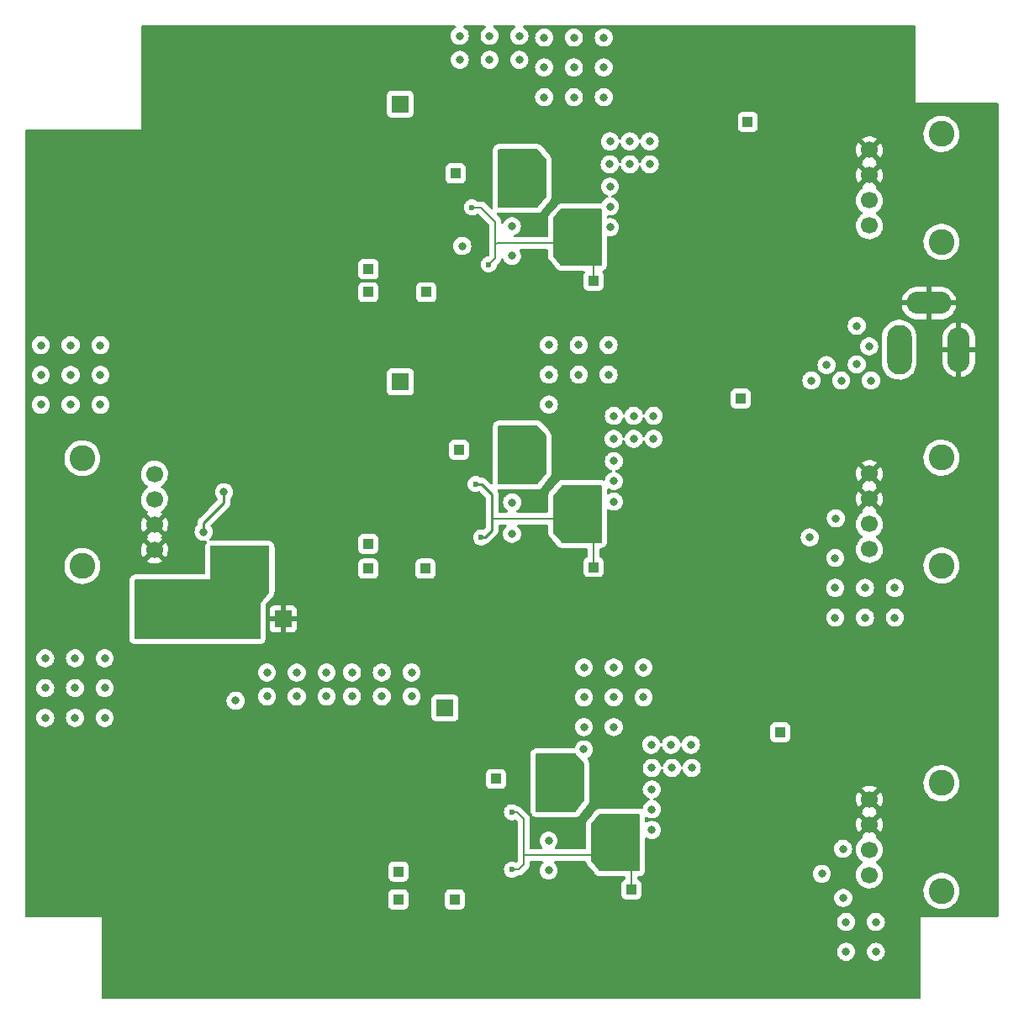
<source format=gbr>
%TF.GenerationSoftware,KiCad,Pcbnew,(6.0.4)*%
%TF.CreationDate,2023-02-06T16:45:10+05:30*%
%TF.ProjectId,CON0100,434f4e30-3130-4302-9e6b-696361645f70,rev?*%
%TF.SameCoordinates,Original*%
%TF.FileFunction,Copper,L2,Bot*%
%TF.FilePolarity,Positive*%
%FSLAX46Y46*%
G04 Gerber Fmt 4.6, Leading zero omitted, Abs format (unit mm)*
G04 Created by KiCad (PCBNEW (6.0.4)) date 2023-02-06 16:45:10*
%MOMM*%
%LPD*%
G01*
G04 APERTURE LIST*
%TA.AperFunction,ComponentPad*%
%ADD10R,1.000000X1.000000*%
%TD*%
%TA.AperFunction,ComponentPad*%
%ADD11R,1.700000X1.700000*%
%TD*%
%TA.AperFunction,ComponentPad*%
%ADD12C,2.600000*%
%TD*%
%TA.AperFunction,ComponentPad*%
%ADD13C,1.700000*%
%TD*%
%TA.AperFunction,ComponentPad*%
%ADD14O,2.500000X5.000000*%
%TD*%
%TA.AperFunction,ComponentPad*%
%ADD15O,2.250000X4.500000*%
%TD*%
%TA.AperFunction,ComponentPad*%
%ADD16O,4.500000X2.250000*%
%TD*%
%TA.AperFunction,ViaPad*%
%ADD17C,0.800000*%
%TD*%
%TA.AperFunction,ViaPad*%
%ADD18C,0.600000*%
%TD*%
%TA.AperFunction,Conductor*%
%ADD19C,0.254000*%
%TD*%
%TA.AperFunction,Conductor*%
%ADD20C,0.200000*%
%TD*%
%TA.AperFunction,Conductor*%
%ADD21C,0.250000*%
%TD*%
G04 APERTURE END LIST*
D10*
%TO.P,RAMP3,1,1*%
%TO.N,RAMP3*%
X289397511Y-131094993D03*
%TD*%
%TO.P,RAMP2,1,1*%
%TO.N,RAMP2*%
X286447511Y-97789993D03*
%TD*%
%TO.P,FB3,1,1*%
%TO.N,FB3*%
X283697511Y-131094993D03*
%TD*%
%TO.P,FB2,1,1*%
%TO.N,FB2*%
X280697511Y-97789995D03*
%TD*%
%TO.P,SW3,1,1*%
%TO.N,SW3*%
X307172511Y-130094993D03*
%TD*%
%TO.P,SW2,1,1*%
%TO.N,SW2*%
X303382500Y-97639995D03*
%TD*%
%TO.P,CM3,1,1*%
%TO.N,CM3*%
X283722511Y-128294993D03*
%TD*%
%TO.P,CM2,1,1*%
%TO.N,CM2*%
X280697511Y-95289995D03*
%TD*%
%TO.P,SW1,1,1*%
%TO.N,SW1*%
X303382500Y-68820000D03*
%TD*%
%TO.P,RAMP1,1,1*%
%TO.N,RAMP1*%
X286522511Y-69944993D03*
%TD*%
%TO.P,HB3,1,1*%
%TO.N,Net-(C42-Pad1)*%
X293522511Y-118969993D03*
%TD*%
%TO.P,HB2,1,1*%
%TO.N,Net-(C28-Pad1)*%
X289797511Y-85844993D03*
%TD*%
%TO.P,HB1,1,1*%
%TO.N,Net-(C13-Pad1)*%
X289497511Y-57994993D03*
%TD*%
%TO.P,FB1,1,1*%
%TO.N,FB1*%
X280682511Y-69944993D03*
%TD*%
%TO.P,CM1,1,1*%
%TO.N,CM1*%
X280702511Y-67644993D03*
%TD*%
%TO.P,+24V1,1,1*%
%TO.N,Net-(C14-Pad1)*%
X318897511Y-52794993D03*
%TD*%
%TO.P,+15V1,1,1*%
%TO.N,Net-(C29-Pad1)*%
X318192511Y-80644993D03*
%TD*%
%TO.P,+5V1,1,1*%
%TO.N,Net-(C43-Pad1)*%
X322172511Y-114269993D03*
%TD*%
D11*
%TO.P,J6,1,Pin_1*%
%TO.N,UVLO2*%
X283922511Y-78994993D03*
%TD*%
D12*
%TO.P,J2,*%
%TO.N,*%
X338407511Y-54014993D03*
%TO.P,J2,0*%
%TO.N,N/C*%
X338407511Y-64874993D03*
D13*
%TO.P,J2,1,Pin_1*%
%TO.N,+24V*%
X331147511Y-63254993D03*
%TO.P,J2,2,Pin_2*%
X331147511Y-60714993D03*
%TO.P,J2,3,Pin_3*%
%TO.N,GNDREF*%
X331147511Y-58174993D03*
%TO.P,J2,4,Pin_4*%
X331147511Y-55634993D03*
%TD*%
D12*
%TO.P,J3,*%
%TO.N,*%
X338407511Y-86614993D03*
%TO.P,J3,0*%
%TO.N,N/C*%
X338407511Y-97474993D03*
D13*
%TO.P,J3,1,Pin_1*%
%TO.N,+15V*%
X331147511Y-95854993D03*
%TO.P,J3,2,Pin_2*%
X331147511Y-93314993D03*
%TO.P,J3,3,Pin_3*%
%TO.N,GNDREF*%
X331147511Y-90774993D03*
%TO.P,J3,4,Pin_4*%
X331147511Y-88234993D03*
%TD*%
D12*
%TO.P,J4,*%
%TO.N,*%
X338407511Y-119389993D03*
%TO.P,J4,0*%
%TO.N,N/C*%
X338407511Y-130249993D03*
D13*
%TO.P,J4,1,Pin_1*%
%TO.N,+5V*%
X331147511Y-128629993D03*
%TO.P,J4,2,Pin_2*%
X331147511Y-126089993D03*
%TO.P,J4,3,Pin_3*%
%TO.N,GNDREF*%
X331147511Y-123549993D03*
%TO.P,J4,4,Pin_4*%
X331147511Y-121009993D03*
%TD*%
D11*
%TO.P,J7,1,Pin_1*%
%TO.N,UVLO3*%
X288397511Y-111819993D03*
%TD*%
D14*
%TO.P,J10,1*%
%TO.N,Net-(D19-Pad1)*%
X334147511Y-75744993D03*
D15*
%TO.P,J10,2*%
%TO.N,GNDREF*%
X340147511Y-75744993D03*
D16*
%TO.P,J10,3*%
X337147511Y-71044993D03*
%TD*%
D13*
%TO.P,J1,4,Pin_4*%
%TO.N,GNDREF*%
X259147511Y-95904993D03*
%TO.P,J1,3,Pin_3*%
X259147511Y-93364993D03*
%TO.P,J1,2,Pin_2*%
%TO.N,VEXT*%
X259147511Y-90824993D03*
%TO.P,J1,1,Pin_1*%
X259147511Y-88284993D03*
D12*
%TO.P,J1,0*%
%TO.N,N/C*%
X251887511Y-86664993D03*
%TO.P,J1,*%
%TO.N,*%
X251887511Y-97524993D03*
%TD*%
D11*
%TO.P,J8,1,Pin_1*%
%TO.N,GNDREF*%
X272102511Y-102864993D03*
%TD*%
%TO.P,J5,1,Pin_1*%
%TO.N,UVLO1*%
X283897511Y-50994993D03*
%TD*%
D17*
%TO.N,GNDREF*%
X260382511Y-65514993D03*
%TO.N,Net-(Q7-Pad4)*%
X266147511Y-90094993D03*
X264097511Y-94094993D03*
D18*
%TO.N,GNDREF*%
X266212511Y-87094993D03*
X278462511Y-94904993D03*
D17*
%TO.N,VEXT*%
X260452511Y-101744993D03*
X258952511Y-101744993D03*
X261952511Y-101744993D03*
X261952511Y-102744993D03*
X260452511Y-102744993D03*
X258952511Y-102744993D03*
X258952511Y-103744993D03*
X260452511Y-103744993D03*
X261952511Y-103744993D03*
X267832511Y-96084993D03*
X266332511Y-96084993D03*
X269332511Y-96084993D03*
X269332511Y-97084993D03*
X267832511Y-97084993D03*
X266332511Y-97084993D03*
X266332511Y-98084993D03*
X267832511Y-98084993D03*
X269332511Y-98084993D03*
X267832511Y-103724993D03*
X266332511Y-103724993D03*
X264832511Y-103724993D03*
X264832511Y-102724993D03*
X266332511Y-102724993D03*
X267832511Y-102724993D03*
X267832511Y-101724993D03*
X264832511Y-101724993D03*
X266332511Y-101724993D03*
%TO.N,Net-(Q6-Pad1)*%
X298842511Y-128194993D03*
X298842511Y-125194993D03*
%TO.N,Net-(Q4-Pad1)*%
X295152511Y-94284993D03*
X295162511Y-91114993D03*
%TO.N,+28V*%
X250702511Y-78284993D03*
%TO.N,GNDREF*%
X314302511Y-61094993D03*
X313302511Y-58094993D03*
X287512511Y-124424993D03*
X318492511Y-125094993D03*
X272672511Y-122594993D03*
X282552511Y-62014993D03*
X312122511Y-89094993D03*
X278997511Y-57719993D03*
X272672511Y-124094993D03*
X318492511Y-122094993D03*
X331122511Y-107764993D03*
X335122511Y-107764993D03*
X291222511Y-99844993D03*
X247912511Y-131424993D03*
D18*
X260342511Y-78584993D03*
D17*
X268182511Y-63054993D03*
X268182511Y-61554993D03*
X271992511Y-85289993D03*
X318492511Y-119094993D03*
X295222511Y-103844993D03*
X314302511Y-58094993D03*
X295222511Y-101844993D03*
X282552511Y-60514993D03*
X269182511Y-63054993D03*
X283562511Y-88414993D03*
X289632511Y-137484993D03*
X286632511Y-140484993D03*
X271992511Y-87314993D03*
X284552511Y-62014993D03*
X291147511Y-103844993D03*
X331047511Y-111764993D03*
X286632511Y-137484993D03*
X316492511Y-122094993D03*
D18*
X281592511Y-126304993D03*
D17*
X273492511Y-87314993D03*
X271672511Y-122594993D03*
X331097511Y-109764993D03*
X283562511Y-89914993D03*
X284552511Y-63514993D03*
X313122511Y-89094993D03*
X289632511Y-140484993D03*
X284562511Y-91414993D03*
X287512511Y-121424993D03*
X317492511Y-119094993D03*
X329952511Y-47094993D03*
X253912511Y-125424993D03*
X314122511Y-92094993D03*
X316492511Y-125094993D03*
X312302511Y-58094993D03*
X313122511Y-86094993D03*
X289632511Y-134484993D03*
X292632511Y-137484993D03*
X286512511Y-121424993D03*
X312302511Y-61094993D03*
X287512511Y-122924993D03*
X270672511Y-121094993D03*
X270672511Y-124094993D03*
X270672511Y-122594993D03*
X314122511Y-89094993D03*
X286512511Y-124424993D03*
X333122511Y-111764993D03*
X312122511Y-92094993D03*
X269182511Y-61554993D03*
X317492511Y-122094993D03*
X268182511Y-64554993D03*
X286512511Y-122924993D03*
X282562511Y-91414993D03*
X335122511Y-109764993D03*
X333122511Y-107764993D03*
X327952511Y-47094993D03*
X285512511Y-121424993D03*
X293222511Y-101844993D03*
X325952511Y-45094993D03*
X284552511Y-60514993D03*
X253912511Y-131424993D03*
X273462511Y-89214993D03*
X335122511Y-111764993D03*
X313302511Y-61094993D03*
X247912511Y-128424993D03*
X323632511Y-47094993D03*
X286632511Y-134484993D03*
X250912511Y-131424993D03*
X247912511Y-125424993D03*
X313122511Y-92094993D03*
X260347511Y-50494993D03*
X325877511Y-49094993D03*
X283552511Y-62014993D03*
X285512511Y-122924993D03*
X293222511Y-99844993D03*
X293222511Y-103844993D03*
X292632511Y-140484993D03*
X327952511Y-45094993D03*
X273492511Y-85289993D03*
X282552511Y-63514993D03*
X282562511Y-89914993D03*
X327952511Y-49094993D03*
X284562511Y-88414993D03*
X312122511Y-86094993D03*
X325927511Y-47094993D03*
X317492511Y-125094993D03*
X250912511Y-125424993D03*
X316492511Y-119094993D03*
X272672511Y-121094993D03*
X282562511Y-88414993D03*
X285512511Y-124424993D03*
X312302511Y-64094993D03*
X253912511Y-128424993D03*
X271672511Y-124094993D03*
X314302511Y-64094993D03*
X267182511Y-63054993D03*
X329952511Y-45094993D03*
X314122511Y-86094993D03*
X269182511Y-64554993D03*
X291197511Y-101844993D03*
X267182511Y-64554993D03*
X313302511Y-64094993D03*
X295222511Y-99844993D03*
X284562511Y-89914993D03*
X329952511Y-49094993D03*
X250912511Y-128424993D03*
X292632511Y-134484993D03*
X283552511Y-60514993D03*
X333122511Y-109764993D03*
X271672511Y-121094993D03*
X283552511Y-63514993D03*
X267182511Y-61554993D03*
X283562511Y-91414993D03*
%TO.N,+15V*%
X330702511Y-102724993D03*
X330702511Y-99724993D03*
X327702511Y-99724993D03*
X333702511Y-102724993D03*
X325132511Y-94644993D03*
X327762511Y-92724993D03*
X327702511Y-102724993D03*
X327702511Y-96724993D03*
X333702511Y-99724993D03*
%TO.N,+5V*%
X328792511Y-136374993D03*
X326362511Y-128514993D03*
X328492511Y-126014993D03*
X328512511Y-130944993D03*
X328792511Y-133374993D03*
X331792511Y-133374993D03*
X331792511Y-136374993D03*
%TO.N,+28V*%
X247702511Y-78284993D03*
X251142511Y-106814993D03*
X247702511Y-75284993D03*
X253702511Y-75284993D03*
X248142511Y-106814993D03*
X250702511Y-81284993D03*
X253702511Y-78284993D03*
X247702511Y-81284993D03*
X248142511Y-109814993D03*
X251142511Y-109814993D03*
X251142511Y-112814993D03*
X248142511Y-112814993D03*
X254142511Y-106814993D03*
X250702511Y-75284993D03*
X253702511Y-81284993D03*
X254142511Y-109814993D03*
X254142511Y-112814993D03*
%TO.N,SW1*%
X305022511Y-59324993D03*
X305022511Y-61324993D03*
X302302511Y-62874993D03*
X300302511Y-64374993D03*
D18*
X292822511Y-67169993D03*
D17*
X307022511Y-57074993D03*
X301302511Y-64374993D03*
X307022511Y-54764993D03*
X304997511Y-57074993D03*
X301302511Y-62874993D03*
X300302511Y-65874993D03*
D18*
X291122511Y-61419993D03*
D17*
X309022511Y-57074993D03*
X302302511Y-65874993D03*
X301302511Y-65874993D03*
X309022511Y-54764993D03*
X302302511Y-64374993D03*
X305022511Y-63399993D03*
X305022511Y-54764993D03*
X300302511Y-62874993D03*
%TO.N,SW2*%
X307412511Y-84714993D03*
X300122511Y-93804993D03*
X301122511Y-93804993D03*
X300122511Y-92304993D03*
X302122511Y-90804993D03*
X300122511Y-90804993D03*
X305412511Y-82404993D03*
X305412511Y-91039993D03*
X307412511Y-82404993D03*
X305412511Y-88964993D03*
X302122511Y-92304993D03*
D18*
X291497510Y-89269983D03*
D17*
X309412511Y-84714993D03*
X301122511Y-92304993D03*
X302122511Y-93804993D03*
X301122511Y-90804993D03*
X309412511Y-82404993D03*
X305387511Y-84714993D03*
D18*
X292047522Y-94640000D03*
D17*
X305412511Y-86964993D03*
%TO.N,SW3*%
X311262511Y-117854993D03*
X309232511Y-120029993D03*
X311172511Y-115524993D03*
X305022511Y-125334993D03*
X304022511Y-126834993D03*
D18*
X295147511Y-122319993D03*
D17*
X306022511Y-123834993D03*
X305022511Y-123834993D03*
X304022511Y-123834993D03*
D18*
X295147511Y-128094993D03*
D17*
X305022511Y-126834993D03*
X304022511Y-125334993D03*
X313172511Y-115524993D03*
X306022511Y-125334993D03*
X309232511Y-124104993D03*
X306022511Y-126834993D03*
X313262511Y-117854993D03*
X309237511Y-117854993D03*
X309172511Y-115524993D03*
X309232511Y-122029993D03*
%TO.N,Net-(Q2-Pad1)*%
X290142511Y-65294993D03*
X295147511Y-63294993D03*
X295147511Y-66294993D03*
%TO.N,+28V0*%
X301392511Y-44314993D03*
X298392511Y-50314993D03*
X295762511Y-59914993D03*
X296762511Y-58414993D03*
X298392511Y-44314993D03*
X295762511Y-58414993D03*
X296762511Y-59914993D03*
X304392511Y-44314993D03*
X297762511Y-59914993D03*
X292892511Y-46544993D03*
X304392511Y-50314993D03*
X295762511Y-56914993D03*
X289892511Y-46544993D03*
X295892511Y-44134993D03*
X292892511Y-44134993D03*
X304392511Y-47314993D03*
X297762511Y-58414993D03*
X297762511Y-56914993D03*
X301392511Y-50314993D03*
X289892511Y-44134993D03*
X296762511Y-56914993D03*
X295892511Y-46544993D03*
X301392511Y-47314993D03*
X298392511Y-47314993D03*
%TO.N,Net-(D19-Pad1)*%
X328302511Y-78844993D03*
X329872511Y-77224993D03*
X329872511Y-73334993D03*
X331122511Y-75404993D03*
X331302511Y-78844993D03*
X326832511Y-77284993D03*
X325302511Y-78844993D03*
%TO.N,+28V1*%
X295772511Y-84784993D03*
X301872511Y-75264993D03*
X296772511Y-84784993D03*
X295772511Y-87784993D03*
X298872511Y-81264993D03*
X296772511Y-87784993D03*
X298872511Y-75264993D03*
X297772511Y-84784993D03*
X304872511Y-75264993D03*
X296772511Y-86284993D03*
X298872511Y-78264993D03*
X297772511Y-87784993D03*
X297772511Y-86284993D03*
X304872511Y-78264993D03*
X295772511Y-86284993D03*
X301872511Y-78264993D03*
%TO.N,+28V2*%
X308402511Y-107744993D03*
X305402511Y-110744993D03*
X276482511Y-110664993D03*
X308402511Y-110744993D03*
X300552511Y-117804993D03*
X300552511Y-120804993D03*
X302402511Y-110744993D03*
X301552511Y-119304993D03*
X270482511Y-108254993D03*
X302402511Y-113744993D03*
X270482511Y-110664993D03*
X273482511Y-108254993D03*
X302402511Y-107744993D03*
X285042511Y-110654993D03*
X273482511Y-110664993D03*
X301552511Y-117804993D03*
X300552511Y-119304993D03*
X285042511Y-108244993D03*
X302392511Y-115994993D03*
X279042511Y-108244993D03*
X276482511Y-108254993D03*
X299552511Y-120804993D03*
X299552511Y-117804993D03*
X299552511Y-119304993D03*
X282042511Y-108244993D03*
X305402511Y-113744993D03*
X279042511Y-110654993D03*
X301552511Y-120804993D03*
X267322511Y-111094993D03*
X282042511Y-110654993D03*
X305402511Y-107744993D03*
%TD*%
D19*
%TO.N,Net-(Q7-Pad4)*%
X264097511Y-93209993D02*
X266147511Y-91159993D01*
X266147511Y-91159993D02*
X266147511Y-90094993D01*
X264097511Y-94094993D02*
X264097511Y-93209993D01*
D20*
%TO.N,SW1*%
X303022511Y-65019993D02*
X293622511Y-65019993D01*
X303382500Y-68820000D02*
X303382500Y-65379982D01*
X292022511Y-61419993D02*
X291122511Y-61419993D01*
X293447511Y-62844993D02*
X292022511Y-61419993D01*
X293447511Y-64419993D02*
X293447511Y-62844993D01*
X303382500Y-65379982D02*
X303022511Y-65019993D01*
X292822511Y-67169993D02*
X293447511Y-66544993D01*
X293447511Y-65194993D02*
X293447511Y-64419993D01*
X293622511Y-65019993D02*
X293447511Y-65194993D01*
X293447511Y-66544993D02*
X293447511Y-65194993D01*
D21*
%TO.N,SW2*%
X293147511Y-93919993D02*
X292427511Y-94639993D01*
D20*
X303382500Y-97639995D02*
X303382500Y-94054982D01*
D21*
X292427511Y-94639993D02*
X292047511Y-94639993D01*
D20*
X302072511Y-92744993D02*
X293147511Y-92744993D01*
D21*
X292097511Y-89269993D02*
X293147511Y-90319993D01*
D20*
X303382500Y-94054982D02*
X302072511Y-92744993D01*
D21*
X293147511Y-90319993D02*
X293147511Y-92744993D01*
X293147511Y-92744993D02*
X293147511Y-93919993D01*
X291497511Y-89269993D02*
X292097511Y-89269993D01*
D20*
%TO.N,SW3*%
X296322511Y-126669993D02*
X296322511Y-122994993D01*
X296347511Y-126644993D02*
X296322511Y-126669993D01*
X295147511Y-128094993D02*
X295822511Y-128094993D01*
X307172511Y-127444993D02*
X306372511Y-126644993D01*
X295822511Y-128094993D02*
X296322511Y-127594993D01*
X295647511Y-122319993D02*
X295147511Y-122319993D01*
X307172511Y-130094993D02*
X307172511Y-127444993D01*
X296322511Y-127594993D02*
X296322511Y-126669993D01*
X296322511Y-122994993D02*
X295647511Y-122319993D01*
X306372511Y-126644993D02*
X296347511Y-126644993D01*
%TD*%
%TA.AperFunction,Conductor*%
%TO.N,GNDREF*%
G36*
X289470094Y-43114995D02*
G01*
X289516587Y-43168651D01*
X289526691Y-43238925D01*
X289497197Y-43303505D01*
X289453222Y-43336100D01*
X289441789Y-43341190D01*
X289441787Y-43341191D01*
X289435759Y-43343875D01*
X289281258Y-43456127D01*
X289153471Y-43598049D01*
X289057984Y-43763437D01*
X288998969Y-43945065D01*
X288979007Y-44134993D01*
X288979697Y-44141558D01*
X288997926Y-44314993D01*
X288998969Y-44324921D01*
X289057984Y-44506549D01*
X289153471Y-44671937D01*
X289157889Y-44676844D01*
X289157890Y-44676845D01*
X289166628Y-44686549D01*
X289281258Y-44813859D01*
X289435759Y-44926111D01*
X289441787Y-44928795D01*
X289441789Y-44928796D01*
X289604192Y-45001102D01*
X289610223Y-45003787D01*
X289703623Y-45023640D01*
X289790567Y-45042121D01*
X289790572Y-45042121D01*
X289797024Y-45043493D01*
X289987998Y-45043493D01*
X289994450Y-45042121D01*
X289994455Y-45042121D01*
X290081399Y-45023640D01*
X290174799Y-45003787D01*
X290180830Y-45001102D01*
X290343233Y-44928796D01*
X290343235Y-44928795D01*
X290349263Y-44926111D01*
X290503764Y-44813859D01*
X290618394Y-44686549D01*
X290627132Y-44676845D01*
X290627133Y-44676844D01*
X290631551Y-44671937D01*
X290727038Y-44506549D01*
X290786053Y-44324921D01*
X290787097Y-44314993D01*
X290805325Y-44141558D01*
X290806015Y-44134993D01*
X290786053Y-43945065D01*
X290727038Y-43763437D01*
X290631551Y-43598049D01*
X290503764Y-43456127D01*
X290349263Y-43343875D01*
X290343235Y-43341191D01*
X290343233Y-43341190D01*
X290331800Y-43336100D01*
X290277704Y-43290120D01*
X290257055Y-43222193D01*
X290276407Y-43153885D01*
X290329618Y-43106883D01*
X290383049Y-43094993D01*
X292401973Y-43094993D01*
X292470094Y-43114995D01*
X292516587Y-43168651D01*
X292526691Y-43238925D01*
X292497197Y-43303505D01*
X292453222Y-43336100D01*
X292441789Y-43341190D01*
X292441787Y-43341191D01*
X292435759Y-43343875D01*
X292281258Y-43456127D01*
X292153471Y-43598049D01*
X292057984Y-43763437D01*
X291998969Y-43945065D01*
X291979007Y-44134993D01*
X291979697Y-44141558D01*
X291997926Y-44314993D01*
X291998969Y-44324921D01*
X292057984Y-44506549D01*
X292153471Y-44671937D01*
X292157889Y-44676844D01*
X292157890Y-44676845D01*
X292166628Y-44686549D01*
X292281258Y-44813859D01*
X292435759Y-44926111D01*
X292441787Y-44928795D01*
X292441789Y-44928796D01*
X292604192Y-45001102D01*
X292610223Y-45003787D01*
X292703623Y-45023640D01*
X292790567Y-45042121D01*
X292790572Y-45042121D01*
X292797024Y-45043493D01*
X292987998Y-45043493D01*
X292994450Y-45042121D01*
X292994455Y-45042121D01*
X293081399Y-45023640D01*
X293174799Y-45003787D01*
X293180830Y-45001102D01*
X293343233Y-44928796D01*
X293343235Y-44928795D01*
X293349263Y-44926111D01*
X293503764Y-44813859D01*
X293618394Y-44686549D01*
X293627132Y-44676845D01*
X293627133Y-44676844D01*
X293631551Y-44671937D01*
X293727038Y-44506549D01*
X293786053Y-44324921D01*
X293787097Y-44314993D01*
X293805325Y-44141558D01*
X293806015Y-44134993D01*
X293786053Y-43945065D01*
X293727038Y-43763437D01*
X293631551Y-43598049D01*
X293503764Y-43456127D01*
X293349263Y-43343875D01*
X293343235Y-43341191D01*
X293343233Y-43341190D01*
X293331800Y-43336100D01*
X293277704Y-43290120D01*
X293257055Y-43222193D01*
X293276407Y-43153885D01*
X293329618Y-43106883D01*
X293383049Y-43094993D01*
X295401973Y-43094993D01*
X295470094Y-43114995D01*
X295516587Y-43168651D01*
X295526691Y-43238925D01*
X295497197Y-43303505D01*
X295453222Y-43336100D01*
X295441789Y-43341190D01*
X295441787Y-43341191D01*
X295435759Y-43343875D01*
X295281258Y-43456127D01*
X295153471Y-43598049D01*
X295057984Y-43763437D01*
X294998969Y-43945065D01*
X294979007Y-44134993D01*
X294979697Y-44141558D01*
X294997926Y-44314993D01*
X294998969Y-44324921D01*
X295057984Y-44506549D01*
X295153471Y-44671937D01*
X295157889Y-44676844D01*
X295157890Y-44676845D01*
X295166628Y-44686549D01*
X295281258Y-44813859D01*
X295435759Y-44926111D01*
X295441787Y-44928795D01*
X295441789Y-44928796D01*
X295604192Y-45001102D01*
X295610223Y-45003787D01*
X295703623Y-45023640D01*
X295790567Y-45042121D01*
X295790572Y-45042121D01*
X295797024Y-45043493D01*
X295987998Y-45043493D01*
X295994450Y-45042121D01*
X295994455Y-45042121D01*
X296081399Y-45023640D01*
X296174799Y-45003787D01*
X296180830Y-45001102D01*
X296343233Y-44928796D01*
X296343235Y-44928795D01*
X296349263Y-44926111D01*
X296503764Y-44813859D01*
X296618394Y-44686549D01*
X296627132Y-44676845D01*
X296627133Y-44676844D01*
X296631551Y-44671937D01*
X296727038Y-44506549D01*
X296786053Y-44324921D01*
X296787097Y-44314993D01*
X297479007Y-44314993D01*
X297498969Y-44504921D01*
X297557984Y-44686549D01*
X297653471Y-44851937D01*
X297781258Y-44993859D01*
X297935759Y-45106111D01*
X297941787Y-45108795D01*
X297941789Y-45108796D01*
X298017818Y-45142646D01*
X298110223Y-45183787D01*
X298203623Y-45203640D01*
X298290567Y-45222121D01*
X298290572Y-45222121D01*
X298297024Y-45223493D01*
X298487998Y-45223493D01*
X298494450Y-45222121D01*
X298494455Y-45222121D01*
X298581399Y-45203640D01*
X298674799Y-45183787D01*
X298767204Y-45142646D01*
X298843233Y-45108796D01*
X298843235Y-45108795D01*
X298849263Y-45106111D01*
X299003764Y-44993859D01*
X299131551Y-44851937D01*
X299227038Y-44686549D01*
X299286053Y-44504921D01*
X299306015Y-44314993D01*
X300479007Y-44314993D01*
X300498969Y-44504921D01*
X300557984Y-44686549D01*
X300653471Y-44851937D01*
X300781258Y-44993859D01*
X300935759Y-45106111D01*
X300941787Y-45108795D01*
X300941789Y-45108796D01*
X301017818Y-45142646D01*
X301110223Y-45183787D01*
X301203623Y-45203640D01*
X301290567Y-45222121D01*
X301290572Y-45222121D01*
X301297024Y-45223493D01*
X301487998Y-45223493D01*
X301494450Y-45222121D01*
X301494455Y-45222121D01*
X301581399Y-45203640D01*
X301674799Y-45183787D01*
X301767204Y-45142646D01*
X301843233Y-45108796D01*
X301843235Y-45108795D01*
X301849263Y-45106111D01*
X302003764Y-44993859D01*
X302131551Y-44851937D01*
X302227038Y-44686549D01*
X302286053Y-44504921D01*
X302306015Y-44314993D01*
X303479007Y-44314993D01*
X303498969Y-44504921D01*
X303557984Y-44686549D01*
X303653471Y-44851937D01*
X303781258Y-44993859D01*
X303935759Y-45106111D01*
X303941787Y-45108795D01*
X303941789Y-45108796D01*
X304017818Y-45142646D01*
X304110223Y-45183787D01*
X304203623Y-45203640D01*
X304290567Y-45222121D01*
X304290572Y-45222121D01*
X304297024Y-45223493D01*
X304487998Y-45223493D01*
X304494450Y-45222121D01*
X304494455Y-45222121D01*
X304581399Y-45203640D01*
X304674799Y-45183787D01*
X304767204Y-45142646D01*
X304843233Y-45108796D01*
X304843235Y-45108795D01*
X304849263Y-45106111D01*
X305003764Y-44993859D01*
X305131551Y-44851937D01*
X305227038Y-44686549D01*
X305286053Y-44504921D01*
X305306015Y-44314993D01*
X305305325Y-44308428D01*
X305286743Y-44131628D01*
X305286743Y-44131626D01*
X305286053Y-44125065D01*
X305227038Y-43943437D01*
X305131551Y-43778049D01*
X305124054Y-43769722D01*
X305008186Y-43641038D01*
X305008185Y-43641037D01*
X305003764Y-43636127D01*
X304849263Y-43523875D01*
X304843235Y-43521191D01*
X304843233Y-43521190D01*
X304680830Y-43448884D01*
X304680829Y-43448884D01*
X304674799Y-43446199D01*
X304581398Y-43426346D01*
X304494455Y-43407865D01*
X304494450Y-43407865D01*
X304487998Y-43406493D01*
X304297024Y-43406493D01*
X304290572Y-43407865D01*
X304290567Y-43407865D01*
X304203624Y-43426346D01*
X304110223Y-43446199D01*
X304104193Y-43448884D01*
X304104192Y-43448884D01*
X303941789Y-43521190D01*
X303941787Y-43521191D01*
X303935759Y-43523875D01*
X303781258Y-43636127D01*
X303776837Y-43641037D01*
X303776836Y-43641038D01*
X303660969Y-43769722D01*
X303653471Y-43778049D01*
X303557984Y-43943437D01*
X303498969Y-44125065D01*
X303498279Y-44131626D01*
X303498279Y-44131628D01*
X303479697Y-44308428D01*
X303479007Y-44314993D01*
X302306015Y-44314993D01*
X302305325Y-44308428D01*
X302286743Y-44131628D01*
X302286743Y-44131626D01*
X302286053Y-44125065D01*
X302227038Y-43943437D01*
X302131551Y-43778049D01*
X302124054Y-43769722D01*
X302008186Y-43641038D01*
X302008185Y-43641037D01*
X302003764Y-43636127D01*
X301849263Y-43523875D01*
X301843235Y-43521191D01*
X301843233Y-43521190D01*
X301680830Y-43448884D01*
X301680829Y-43448884D01*
X301674799Y-43446199D01*
X301581398Y-43426346D01*
X301494455Y-43407865D01*
X301494450Y-43407865D01*
X301487998Y-43406493D01*
X301297024Y-43406493D01*
X301290572Y-43407865D01*
X301290567Y-43407865D01*
X301203624Y-43426346D01*
X301110223Y-43446199D01*
X301104193Y-43448884D01*
X301104192Y-43448884D01*
X300941789Y-43521190D01*
X300941787Y-43521191D01*
X300935759Y-43523875D01*
X300781258Y-43636127D01*
X300776837Y-43641037D01*
X300776836Y-43641038D01*
X300660969Y-43769722D01*
X300653471Y-43778049D01*
X300557984Y-43943437D01*
X300498969Y-44125065D01*
X300498279Y-44131626D01*
X300498279Y-44131628D01*
X300479697Y-44308428D01*
X300479007Y-44314993D01*
X299306015Y-44314993D01*
X299305325Y-44308428D01*
X299286743Y-44131628D01*
X299286743Y-44131626D01*
X299286053Y-44125065D01*
X299227038Y-43943437D01*
X299131551Y-43778049D01*
X299124054Y-43769722D01*
X299008186Y-43641038D01*
X299008185Y-43641037D01*
X299003764Y-43636127D01*
X298849263Y-43523875D01*
X298843235Y-43521191D01*
X298843233Y-43521190D01*
X298680830Y-43448884D01*
X298680829Y-43448884D01*
X298674799Y-43446199D01*
X298581398Y-43426346D01*
X298494455Y-43407865D01*
X298494450Y-43407865D01*
X298487998Y-43406493D01*
X298297024Y-43406493D01*
X298290572Y-43407865D01*
X298290567Y-43407865D01*
X298203624Y-43426346D01*
X298110223Y-43446199D01*
X298104193Y-43448884D01*
X298104192Y-43448884D01*
X297941789Y-43521190D01*
X297941787Y-43521191D01*
X297935759Y-43523875D01*
X297781258Y-43636127D01*
X297776837Y-43641037D01*
X297776836Y-43641038D01*
X297660969Y-43769722D01*
X297653471Y-43778049D01*
X297557984Y-43943437D01*
X297498969Y-44125065D01*
X297498279Y-44131626D01*
X297498279Y-44131628D01*
X297479697Y-44308428D01*
X297479007Y-44314993D01*
X296787097Y-44314993D01*
X296805325Y-44141558D01*
X296806015Y-44134993D01*
X296786053Y-43945065D01*
X296727038Y-43763437D01*
X296631551Y-43598049D01*
X296503764Y-43456127D01*
X296349263Y-43343875D01*
X296343235Y-43341191D01*
X296343233Y-43341190D01*
X296331800Y-43336100D01*
X296277704Y-43290120D01*
X296257055Y-43222193D01*
X296276407Y-43153885D01*
X296329618Y-43106883D01*
X296383049Y-43094993D01*
X335696511Y-43094993D01*
X335764632Y-43114995D01*
X335811125Y-43168651D01*
X335822511Y-43220993D01*
X335822511Y-50894993D01*
X344021511Y-50894993D01*
X344089632Y-50914995D01*
X344136125Y-50968651D01*
X344147511Y-51020993D01*
X344147511Y-132768993D01*
X344127509Y-132837114D01*
X344073853Y-132883607D01*
X344021511Y-132894993D01*
X336322511Y-132894993D01*
X336322511Y-140968993D01*
X336302509Y-141037114D01*
X336248853Y-141083607D01*
X336196511Y-141094993D01*
X253968511Y-141094993D01*
X253900390Y-141074991D01*
X253853897Y-141021335D01*
X253842511Y-140968993D01*
X253842511Y-136374993D01*
X327879007Y-136374993D01*
X327898969Y-136564921D01*
X327957984Y-136746549D01*
X328053471Y-136911937D01*
X328181258Y-137053859D01*
X328280354Y-137125857D01*
X328303120Y-137142397D01*
X328335759Y-137166111D01*
X328341787Y-137168795D01*
X328341789Y-137168796D01*
X328504192Y-137241102D01*
X328510223Y-137243787D01*
X328603624Y-137263640D01*
X328690567Y-137282121D01*
X328690572Y-137282121D01*
X328697024Y-137283493D01*
X328887998Y-137283493D01*
X328894450Y-137282121D01*
X328894455Y-137282121D01*
X328981398Y-137263640D01*
X329074799Y-137243787D01*
X329080830Y-137241102D01*
X329243233Y-137168796D01*
X329243235Y-137168795D01*
X329249263Y-137166111D01*
X329281903Y-137142397D01*
X329304668Y-137125857D01*
X329403764Y-137053859D01*
X329531551Y-136911937D01*
X329627038Y-136746549D01*
X329686053Y-136564921D01*
X329706015Y-136374993D01*
X330879007Y-136374993D01*
X330898969Y-136564921D01*
X330957984Y-136746549D01*
X331053471Y-136911937D01*
X331181258Y-137053859D01*
X331280354Y-137125857D01*
X331303120Y-137142397D01*
X331335759Y-137166111D01*
X331341787Y-137168795D01*
X331341789Y-137168796D01*
X331504192Y-137241102D01*
X331510223Y-137243787D01*
X331603624Y-137263640D01*
X331690567Y-137282121D01*
X331690572Y-137282121D01*
X331697024Y-137283493D01*
X331887998Y-137283493D01*
X331894450Y-137282121D01*
X331894455Y-137282121D01*
X331981398Y-137263640D01*
X332074799Y-137243787D01*
X332080830Y-137241102D01*
X332243233Y-137168796D01*
X332243235Y-137168795D01*
X332249263Y-137166111D01*
X332281903Y-137142397D01*
X332304668Y-137125857D01*
X332403764Y-137053859D01*
X332531551Y-136911937D01*
X332627038Y-136746549D01*
X332686053Y-136564921D01*
X332706015Y-136374993D01*
X332686053Y-136185065D01*
X332627038Y-136003437D01*
X332531551Y-135838049D01*
X332403764Y-135696127D01*
X332249263Y-135583875D01*
X332243235Y-135581191D01*
X332243233Y-135581190D01*
X332080830Y-135508884D01*
X332080829Y-135508884D01*
X332074799Y-135506199D01*
X331981398Y-135486346D01*
X331894455Y-135467865D01*
X331894450Y-135467865D01*
X331887998Y-135466493D01*
X331697024Y-135466493D01*
X331690572Y-135467865D01*
X331690567Y-135467865D01*
X331603624Y-135486346D01*
X331510223Y-135506199D01*
X331504193Y-135508884D01*
X331504192Y-135508884D01*
X331341789Y-135581190D01*
X331341787Y-135581191D01*
X331335759Y-135583875D01*
X331181258Y-135696127D01*
X331053471Y-135838049D01*
X330957984Y-136003437D01*
X330898969Y-136185065D01*
X330879007Y-136374993D01*
X329706015Y-136374993D01*
X329686053Y-136185065D01*
X329627038Y-136003437D01*
X329531551Y-135838049D01*
X329403764Y-135696127D01*
X329249263Y-135583875D01*
X329243235Y-135581191D01*
X329243233Y-135581190D01*
X329080830Y-135508884D01*
X329080829Y-135508884D01*
X329074799Y-135506199D01*
X328981398Y-135486346D01*
X328894455Y-135467865D01*
X328894450Y-135467865D01*
X328887998Y-135466493D01*
X328697024Y-135466493D01*
X328690572Y-135467865D01*
X328690567Y-135467865D01*
X328603624Y-135486346D01*
X328510223Y-135506199D01*
X328504193Y-135508884D01*
X328504192Y-135508884D01*
X328341789Y-135581190D01*
X328341787Y-135581191D01*
X328335759Y-135583875D01*
X328181258Y-135696127D01*
X328053471Y-135838049D01*
X327957984Y-136003437D01*
X327898969Y-136185065D01*
X327879007Y-136374993D01*
X253842511Y-136374993D01*
X253842511Y-133374993D01*
X327879007Y-133374993D01*
X327898969Y-133564921D01*
X327957984Y-133746549D01*
X328053471Y-133911937D01*
X328181258Y-134053859D01*
X328335759Y-134166111D01*
X328341787Y-134168795D01*
X328341789Y-134168796D01*
X328504192Y-134241102D01*
X328510223Y-134243787D01*
X328603623Y-134263640D01*
X328690567Y-134282121D01*
X328690572Y-134282121D01*
X328697024Y-134283493D01*
X328887998Y-134283493D01*
X328894450Y-134282121D01*
X328894455Y-134282121D01*
X328981399Y-134263640D01*
X329074799Y-134243787D01*
X329080830Y-134241102D01*
X329243233Y-134168796D01*
X329243235Y-134168795D01*
X329249263Y-134166111D01*
X329403764Y-134053859D01*
X329531551Y-133911937D01*
X329627038Y-133746549D01*
X329686053Y-133564921D01*
X329706015Y-133374993D01*
X330879007Y-133374993D01*
X330898969Y-133564921D01*
X330957984Y-133746549D01*
X331053471Y-133911937D01*
X331181258Y-134053859D01*
X331335759Y-134166111D01*
X331341787Y-134168795D01*
X331341789Y-134168796D01*
X331504192Y-134241102D01*
X331510223Y-134243787D01*
X331603623Y-134263640D01*
X331690567Y-134282121D01*
X331690572Y-134282121D01*
X331697024Y-134283493D01*
X331887998Y-134283493D01*
X331894450Y-134282121D01*
X331894455Y-134282121D01*
X331981399Y-134263640D01*
X332074799Y-134243787D01*
X332080830Y-134241102D01*
X332243233Y-134168796D01*
X332243235Y-134168795D01*
X332249263Y-134166111D01*
X332403764Y-134053859D01*
X332531551Y-133911937D01*
X332627038Y-133746549D01*
X332686053Y-133564921D01*
X332706015Y-133374993D01*
X332686053Y-133185065D01*
X332627038Y-133003437D01*
X332531551Y-132838049D01*
X332403764Y-132696127D01*
X332249263Y-132583875D01*
X332243235Y-132581191D01*
X332243233Y-132581190D01*
X332080830Y-132508884D01*
X332080829Y-132508884D01*
X332074799Y-132506199D01*
X331981398Y-132486346D01*
X331894455Y-132467865D01*
X331894450Y-132467865D01*
X331887998Y-132466493D01*
X331697024Y-132466493D01*
X331690572Y-132467865D01*
X331690567Y-132467865D01*
X331603624Y-132486346D01*
X331510223Y-132506199D01*
X331504193Y-132508884D01*
X331504192Y-132508884D01*
X331341789Y-132581190D01*
X331341787Y-132581191D01*
X331335759Y-132583875D01*
X331181258Y-132696127D01*
X331053471Y-132838049D01*
X330957984Y-133003437D01*
X330898969Y-133185065D01*
X330879007Y-133374993D01*
X329706015Y-133374993D01*
X329686053Y-133185065D01*
X329627038Y-133003437D01*
X329531551Y-132838049D01*
X329403764Y-132696127D01*
X329249263Y-132583875D01*
X329243235Y-132581191D01*
X329243233Y-132581190D01*
X329080830Y-132508884D01*
X329080829Y-132508884D01*
X329074799Y-132506199D01*
X328981398Y-132486346D01*
X328894455Y-132467865D01*
X328894450Y-132467865D01*
X328887998Y-132466493D01*
X328697024Y-132466493D01*
X328690572Y-132467865D01*
X328690567Y-132467865D01*
X328603624Y-132486346D01*
X328510223Y-132506199D01*
X328504193Y-132508884D01*
X328504192Y-132508884D01*
X328341789Y-132581190D01*
X328341787Y-132581191D01*
X328335759Y-132583875D01*
X328181258Y-132696127D01*
X328053471Y-132838049D01*
X327957984Y-133003437D01*
X327898969Y-133185065D01*
X327879007Y-133374993D01*
X253842511Y-133374993D01*
X253842511Y-132894993D01*
X246273511Y-132894993D01*
X246205390Y-132874991D01*
X246158897Y-132821335D01*
X246147511Y-132768993D01*
X246147511Y-131643127D01*
X282689011Y-131643127D01*
X282695766Y-131705309D01*
X282746896Y-131841698D01*
X282834250Y-131958254D01*
X282950806Y-132045608D01*
X283087195Y-132096738D01*
X283149377Y-132103493D01*
X284245645Y-132103493D01*
X284307827Y-132096738D01*
X284444216Y-132045608D01*
X284560772Y-131958254D01*
X284648126Y-131841698D01*
X284699256Y-131705309D01*
X284706011Y-131643127D01*
X288389011Y-131643127D01*
X288395766Y-131705309D01*
X288446896Y-131841698D01*
X288534250Y-131958254D01*
X288650806Y-132045608D01*
X288787195Y-132096738D01*
X288849377Y-132103493D01*
X289945645Y-132103493D01*
X290007827Y-132096738D01*
X290144216Y-132045608D01*
X290260772Y-131958254D01*
X290348126Y-131841698D01*
X290399256Y-131705309D01*
X290406011Y-131643127D01*
X290406011Y-130546859D01*
X290399256Y-130484677D01*
X290348126Y-130348288D01*
X290260772Y-130231732D01*
X290144216Y-130144378D01*
X290007827Y-130093248D01*
X289945645Y-130086493D01*
X288849377Y-130086493D01*
X288787195Y-130093248D01*
X288650806Y-130144378D01*
X288534250Y-130231732D01*
X288446896Y-130348288D01*
X288395766Y-130484677D01*
X288389011Y-130546859D01*
X288389011Y-131643127D01*
X284706011Y-131643127D01*
X284706011Y-130546859D01*
X284699256Y-130484677D01*
X284648126Y-130348288D01*
X284560772Y-130231732D01*
X284444216Y-130144378D01*
X284307827Y-130093248D01*
X284245645Y-130086493D01*
X283149377Y-130086493D01*
X283087195Y-130093248D01*
X282950806Y-130144378D01*
X282834250Y-130231732D01*
X282746896Y-130348288D01*
X282695766Y-130484677D01*
X282689011Y-130546859D01*
X282689011Y-131643127D01*
X246147511Y-131643127D01*
X246147511Y-128843127D01*
X282714011Y-128843127D01*
X282720766Y-128905309D01*
X282771896Y-129041698D01*
X282859250Y-129158254D01*
X282975806Y-129245608D01*
X283112195Y-129296738D01*
X283174377Y-129303493D01*
X284270645Y-129303493D01*
X284332827Y-129296738D01*
X284469216Y-129245608D01*
X284585772Y-129158254D01*
X284673126Y-129041698D01*
X284724256Y-128905309D01*
X284731011Y-128843127D01*
X284731011Y-128083633D01*
X294333974Y-128083633D01*
X294351674Y-128264153D01*
X294408929Y-128436266D01*
X294412576Y-128442288D01*
X294412577Y-128442290D01*
X294488138Y-128567056D01*
X294502891Y-128591417D01*
X294507780Y-128596480D01*
X294507781Y-128596481D01*
X294543393Y-128633358D01*
X294628893Y-128721895D01*
X294639688Y-128728959D01*
X294770470Y-128814540D01*
X294780670Y-128821215D01*
X294787274Y-128823671D01*
X294787276Y-128823672D01*
X294944069Y-128881983D01*
X294944071Y-128881983D01*
X294950679Y-128884441D01*
X295026014Y-128894493D01*
X295123491Y-128907500D01*
X295123495Y-128907500D01*
X295130472Y-128908431D01*
X295137483Y-128907793D01*
X295137487Y-128907793D01*
X295279970Y-128894825D01*
X295311111Y-128891991D01*
X295317813Y-128889813D01*
X295317815Y-128889813D01*
X295476920Y-128838117D01*
X295476923Y-128838116D01*
X295483619Y-128835940D01*
X295639423Y-128743062D01*
X295644524Y-128738205D01*
X295650137Y-128733944D01*
X295650896Y-128734945D01*
X295707601Y-128705755D01*
X295731371Y-128703493D01*
X295774375Y-128703493D01*
X295790818Y-128704571D01*
X295822511Y-128708743D01*
X295830700Y-128707665D01*
X295862385Y-128703494D01*
X295862395Y-128703493D01*
X295862396Y-128703493D01*
X295961968Y-128690384D01*
X295964642Y-128690032D01*
X295973175Y-128688909D01*
X295973177Y-128688908D01*
X295981362Y-128687831D01*
X296129387Y-128626517D01*
X296161542Y-128601844D01*
X296224583Y-128553470D01*
X296224586Y-128553467D01*
X296239147Y-128542294D01*
X296256498Y-128528980D01*
X296267231Y-128514993D01*
X296275963Y-128503614D01*
X296286830Y-128491223D01*
X296718745Y-128059308D01*
X296731136Y-128048441D01*
X296749948Y-128034006D01*
X296756498Y-128028980D01*
X296780985Y-127997068D01*
X296780989Y-127997064D01*
X296854035Y-127901869D01*
X296915349Y-127753844D01*
X296918784Y-127727756D01*
X296921939Y-127703787D01*
X296931011Y-127634878D01*
X296931011Y-127634873D01*
X296935183Y-127603182D01*
X296936261Y-127594993D01*
X296932089Y-127563300D01*
X296931011Y-127546857D01*
X296931011Y-127379493D01*
X296951013Y-127311372D01*
X297004669Y-127264879D01*
X297057011Y-127253493D01*
X298204955Y-127253493D01*
X298273076Y-127273495D01*
X298319569Y-127327151D01*
X298329673Y-127397425D01*
X298300179Y-127462005D01*
X298279018Y-127481427D01*
X298231258Y-127516127D01*
X298226837Y-127521037D01*
X298226836Y-127521038D01*
X298125986Y-127633044D01*
X298103471Y-127658049D01*
X298007984Y-127823437D01*
X297948969Y-128005065D01*
X297929007Y-128194993D01*
X297948969Y-128384921D01*
X298007984Y-128566549D01*
X298011287Y-128572271D01*
X298011288Y-128572272D01*
X298028362Y-128601844D01*
X298103471Y-128731937D01*
X298107889Y-128736844D01*
X298107890Y-128736845D01*
X298198895Y-128837916D01*
X298231258Y-128873859D01*
X298385759Y-128986111D01*
X298391787Y-128988795D01*
X298391789Y-128988796D01*
X298510610Y-129041698D01*
X298560223Y-129063787D01*
X298639223Y-129080579D01*
X298740567Y-129102121D01*
X298740572Y-129102121D01*
X298747024Y-129103493D01*
X298937998Y-129103493D01*
X298944450Y-129102121D01*
X298944455Y-129102121D01*
X299045799Y-129080579D01*
X299124799Y-129063787D01*
X299174412Y-129041698D01*
X299293233Y-128988796D01*
X299293235Y-128988795D01*
X299299263Y-128986111D01*
X299453764Y-128873859D01*
X299486127Y-128837916D01*
X299577132Y-128736845D01*
X299577133Y-128736844D01*
X299581551Y-128731937D01*
X299656660Y-128601844D01*
X299673734Y-128572272D01*
X299673735Y-128572271D01*
X299677038Y-128566549D01*
X299736053Y-128384921D01*
X299756015Y-128194993D01*
X299736053Y-128005065D01*
X299677038Y-127823437D01*
X299581551Y-127658049D01*
X299559037Y-127633044D01*
X299458186Y-127521038D01*
X299458185Y-127521037D01*
X299453764Y-127516127D01*
X299406005Y-127481428D01*
X299362652Y-127425207D01*
X299356577Y-127354471D01*
X299389708Y-127291679D01*
X299451528Y-127256768D01*
X299480067Y-127253493D01*
X302512444Y-127253493D01*
X302580565Y-127273495D01*
X302627058Y-127327151D01*
X302633732Y-127345359D01*
X302664128Y-127453365D01*
X302692891Y-127518274D01*
X302770515Y-127642108D01*
X302773417Y-127645534D01*
X302773421Y-127645540D01*
X303449043Y-128443262D01*
X303463948Y-128460861D01*
X303532916Y-128542294D01*
X303586307Y-128596597D01*
X303614335Y-128621162D01*
X303675175Y-128666975D01*
X303808124Y-128727691D01*
X303822585Y-128731937D01*
X303871922Y-128746424D01*
X303871926Y-128746425D01*
X303876245Y-128747693D01*
X303880694Y-128748333D01*
X303880700Y-128748334D01*
X304016467Y-128767854D01*
X304016472Y-128767854D01*
X304020914Y-128768493D01*
X306438011Y-128768493D01*
X306506132Y-128788495D01*
X306552625Y-128842151D01*
X306564011Y-128894493D01*
X306564011Y-129005239D01*
X306544009Y-129073360D01*
X306490353Y-129119853D01*
X306482241Y-129123221D01*
X306436419Y-129140399D01*
X306425806Y-129144378D01*
X306309250Y-129231732D01*
X306221896Y-129348288D01*
X306170766Y-129484677D01*
X306164011Y-129546859D01*
X306164011Y-130643127D01*
X306170766Y-130705309D01*
X306221896Y-130841698D01*
X306309250Y-130958254D01*
X306425806Y-131045608D01*
X306562195Y-131096738D01*
X306624377Y-131103493D01*
X307720645Y-131103493D01*
X307782827Y-131096738D01*
X307919216Y-131045608D01*
X308035772Y-130958254D01*
X308045711Y-130944993D01*
X327599007Y-130944993D01*
X327599697Y-130951558D01*
X327617326Y-131119284D01*
X327618969Y-131134921D01*
X327677984Y-131316549D01*
X327681287Y-131322271D01*
X327681288Y-131322272D01*
X327715197Y-131381003D01*
X327773471Y-131481937D01*
X327901258Y-131623859D01*
X327923075Y-131639710D01*
X328025581Y-131714185D01*
X328055759Y-131736111D01*
X328061787Y-131738795D01*
X328061789Y-131738796D01*
X328172277Y-131787988D01*
X328230223Y-131813787D01*
X328321977Y-131833290D01*
X328410567Y-131852121D01*
X328410572Y-131852121D01*
X328417024Y-131853493D01*
X328607998Y-131853493D01*
X328614450Y-131852121D01*
X328614455Y-131852121D01*
X328703045Y-131833290D01*
X328794799Y-131813787D01*
X328852745Y-131787988D01*
X328963233Y-131738796D01*
X328963235Y-131738795D01*
X328969263Y-131736111D01*
X328999442Y-131714185D01*
X329101947Y-131639710D01*
X329123764Y-131623859D01*
X329251551Y-131481937D01*
X329309825Y-131381003D01*
X329343734Y-131322272D01*
X329343735Y-131322271D01*
X329347038Y-131316549D01*
X329406053Y-131134921D01*
X329407697Y-131119284D01*
X329425325Y-130951558D01*
X329426015Y-130944993D01*
X329418610Y-130874535D01*
X329406743Y-130761628D01*
X329406743Y-130761626D01*
X329406053Y-130755065D01*
X329347038Y-130573437D01*
X329251551Y-130408049D01*
X329123764Y-130266127D01*
X329036215Y-130202519D01*
X336594561Y-130202519D01*
X336594785Y-130207185D01*
X336594785Y-130207190D01*
X336595964Y-130231732D01*
X336607458Y-130471012D01*
X336659899Y-130734649D01*
X336750731Y-130987639D01*
X336752943Y-130991755D01*
X336752944Y-130991758D01*
X336829869Y-131134921D01*
X336877961Y-131224424D01*
X336880752Y-131228161D01*
X336880756Y-131228168D01*
X336962398Y-131337499D01*
X337038792Y-131439803D01*
X337042101Y-131443083D01*
X337042106Y-131443089D01*
X337226374Y-131625755D01*
X337229691Y-131629043D01*
X337233453Y-131631801D01*
X337233456Y-131631804D01*
X337379375Y-131738796D01*
X337446465Y-131787988D01*
X337450600Y-131790164D01*
X337450604Y-131790166D01*
X337680209Y-131910968D01*
X337684351Y-131913147D01*
X337938124Y-132001768D01*
X337942717Y-132002640D01*
X338197620Y-132051035D01*
X338197623Y-132051035D01*
X338202209Y-132051906D01*
X338329881Y-132056922D01*
X338466136Y-132062276D01*
X338466141Y-132062276D01*
X338470804Y-132062459D01*
X338575118Y-132051035D01*
X338733355Y-132033706D01*
X338733361Y-132033705D01*
X338738008Y-132033196D01*
X338742532Y-132032005D01*
X338993429Y-131965949D01*
X338993431Y-131965948D01*
X338997952Y-131964758D01*
X339002249Y-131962912D01*
X339240631Y-131860495D01*
X339240633Y-131860494D01*
X339244925Y-131858650D01*
X339363582Y-131785223D01*
X339469528Y-131719662D01*
X339469532Y-131719659D01*
X339473501Y-131717203D01*
X339678660Y-131543523D01*
X339855893Y-131341427D01*
X340001308Y-131115354D01*
X340111710Y-130870271D01*
X340148720Y-130739044D01*
X340183404Y-130616065D01*
X340183405Y-130616062D01*
X340184674Y-130611561D01*
X340193337Y-130543462D01*
X340218199Y-130348038D01*
X340218199Y-130348034D01*
X340218597Y-130344908D01*
X340221082Y-130249993D01*
X340213939Y-130153875D01*
X340201507Y-129986585D01*
X340201507Y-129986584D01*
X340201161Y-129981930D01*
X340197108Y-129964018D01*
X340142872Y-129724324D01*
X340142871Y-129724319D01*
X340141838Y-129719756D01*
X340044413Y-129469231D01*
X339911029Y-129235857D01*
X339907778Y-129231732D01*
X339806682Y-129103493D01*
X339744616Y-129024762D01*
X339548828Y-128840584D01*
X339365193Y-128713191D01*
X339331810Y-128690032D01*
X339331807Y-128690030D01*
X339327968Y-128687367D01*
X339323775Y-128685299D01*
X339091075Y-128570544D01*
X339091072Y-128570543D01*
X339086887Y-128568479D01*
X339061224Y-128560264D01*
X338943014Y-128522425D01*
X338830881Y-128486531D01*
X338826274Y-128485781D01*
X338826271Y-128485780D01*
X338570185Y-128444074D01*
X338570186Y-128444074D01*
X338565574Y-128443323D01*
X338435230Y-128441617D01*
X338301472Y-128439866D01*
X338301469Y-128439866D01*
X338296795Y-128439805D01*
X338030448Y-128476053D01*
X338025962Y-128477361D01*
X338025960Y-128477361D01*
X337997076Y-128485780D01*
X337772385Y-128551271D01*
X337768132Y-128553231D01*
X337768131Y-128553232D01*
X337738145Y-128567056D01*
X337528274Y-128663808D01*
X337524365Y-128666371D01*
X337307392Y-128808624D01*
X337307387Y-128808628D01*
X337303479Y-128811190D01*
X337102937Y-128990181D01*
X337060091Y-129041698D01*
X336937625Y-129188948D01*
X336931055Y-129196847D01*
X336791607Y-129426649D01*
X336789798Y-129430963D01*
X336789796Y-129430967D01*
X336756955Y-129509285D01*
X336687659Y-129674538D01*
X336621492Y-129935070D01*
X336594561Y-130202519D01*
X329036215Y-130202519D01*
X328969263Y-130153875D01*
X328963235Y-130151191D01*
X328963233Y-130151190D01*
X328800830Y-130078884D01*
X328800829Y-130078884D01*
X328794799Y-130076199D01*
X328701399Y-130056346D01*
X328614455Y-130037865D01*
X328614450Y-130037865D01*
X328607998Y-130036493D01*
X328417024Y-130036493D01*
X328410572Y-130037865D01*
X328410567Y-130037865D01*
X328323623Y-130056346D01*
X328230223Y-130076199D01*
X328224193Y-130078884D01*
X328224192Y-130078884D01*
X328061789Y-130151190D01*
X328061787Y-130151191D01*
X328055759Y-130153875D01*
X327901258Y-130266127D01*
X327773471Y-130408049D01*
X327677984Y-130573437D01*
X327618969Y-130755065D01*
X327618279Y-130761626D01*
X327618279Y-130761628D01*
X327606412Y-130874535D01*
X327599007Y-130944993D01*
X308045711Y-130944993D01*
X308123126Y-130841698D01*
X308174256Y-130705309D01*
X308181011Y-130643127D01*
X308181011Y-129546859D01*
X308174256Y-129484677D01*
X308123126Y-129348288D01*
X308035772Y-129231732D01*
X307919216Y-129144378D01*
X307908603Y-129140399D01*
X307862781Y-129123221D01*
X307806016Y-129080579D01*
X307781317Y-129014017D01*
X307781011Y-129005239D01*
X307781011Y-128894466D01*
X307801013Y-128826345D01*
X307854669Y-128779852D01*
X307900268Y-128768647D01*
X307903142Y-128768493D01*
X307906511Y-128768493D01*
X307909858Y-128768133D01*
X307909861Y-128768133D01*
X308012296Y-128757121D01*
X308012303Y-128757120D01*
X308015660Y-128756759D01*
X308018961Y-128756041D01*
X308064721Y-128746087D01*
X308064726Y-128746086D01*
X308068002Y-128745373D01*
X308145971Y-128719422D01*
X308164693Y-128713191D01*
X308172168Y-128710703D01*
X308295123Y-128631685D01*
X308300947Y-128626639D01*
X308345386Y-128588132D01*
X308348779Y-128585192D01*
X308376269Y-128553467D01*
X308409607Y-128514993D01*
X325449007Y-128514993D01*
X325449697Y-128521558D01*
X325468093Y-128696583D01*
X325468969Y-128704921D01*
X325527984Y-128886549D01*
X325531287Y-128892271D01*
X325531288Y-128892272D01*
X325543087Y-128912708D01*
X325623471Y-129051937D01*
X325627889Y-129056844D01*
X325627890Y-129056845D01*
X325668657Y-129102121D01*
X325751258Y-129193859D01*
X325905759Y-129306111D01*
X325911787Y-129308795D01*
X325911789Y-129308796D01*
X326019375Y-129356696D01*
X326080223Y-129383787D01*
X326173623Y-129403640D01*
X326260567Y-129422121D01*
X326260572Y-129422121D01*
X326267024Y-129423493D01*
X326457998Y-129423493D01*
X326464450Y-129422121D01*
X326464455Y-129422121D01*
X326551399Y-129403640D01*
X326644799Y-129383787D01*
X326705647Y-129356696D01*
X326813233Y-129308796D01*
X326813235Y-129308795D01*
X326819263Y-129306111D01*
X326973764Y-129193859D01*
X327056365Y-129102121D01*
X327097132Y-129056845D01*
X327097133Y-129056844D01*
X327101551Y-129051937D01*
X327181935Y-128912708D01*
X327193734Y-128892272D01*
X327193735Y-128892271D01*
X327197038Y-128886549D01*
X327256053Y-128704921D01*
X327256930Y-128696583D01*
X327267429Y-128596688D01*
X329784762Y-128596688D01*
X329785059Y-128601841D01*
X329785059Y-128601844D01*
X329793410Y-128746669D01*
X329797621Y-128819708D01*
X329798758Y-128824754D01*
X329798759Y-128824760D01*
X329814475Y-128894493D01*
X329846733Y-129037632D01*
X329884972Y-129131804D01*
X329928464Y-129238912D01*
X329930777Y-129244609D01*
X330047498Y-129435081D01*
X330193761Y-129603931D01*
X330365637Y-129746625D01*
X330558511Y-129859331D01*
X330767203Y-129939023D01*
X330772271Y-129940054D01*
X330772274Y-129940055D01*
X330879528Y-129961876D01*
X330986108Y-129983560D01*
X330991283Y-129983750D01*
X330991285Y-129983750D01*
X331204184Y-129991557D01*
X331204188Y-129991557D01*
X331209348Y-129991746D01*
X331214468Y-129991090D01*
X331214470Y-129991090D01*
X331425799Y-129964018D01*
X331425800Y-129964018D01*
X331430927Y-129963361D01*
X331435877Y-129961876D01*
X331639940Y-129900654D01*
X331639945Y-129900652D01*
X331644895Y-129899167D01*
X331845505Y-129800889D01*
X332027371Y-129671166D01*
X332185607Y-129513482D01*
X332206306Y-129484677D01*
X332312946Y-129336270D01*
X332315964Y-129332070D01*
X332333005Y-129297591D01*
X332412647Y-129136446D01*
X332412648Y-129136444D01*
X332414941Y-129131804D01*
X332456876Y-128993780D01*
X332478376Y-128923016D01*
X332478376Y-128923014D01*
X332479881Y-128918062D01*
X332509040Y-128696583D01*
X332509122Y-128693233D01*
X332510585Y-128633358D01*
X332510585Y-128633354D01*
X332510667Y-128629993D01*
X332492363Y-128407354D01*
X332437942Y-128190695D01*
X332348865Y-127985833D01*
X332294546Y-127901869D01*
X332230333Y-127802610D01*
X332230331Y-127802607D01*
X332227525Y-127798270D01*
X332077181Y-127633044D01*
X332073130Y-127629845D01*
X332073126Y-127629841D01*
X331905925Y-127497793D01*
X331905921Y-127497791D01*
X331901870Y-127494591D01*
X331860564Y-127471789D01*
X331810595Y-127421357D01*
X331795823Y-127351914D01*
X331820939Y-127285509D01*
X331848291Y-127258902D01*
X331892114Y-127227643D01*
X332027371Y-127131166D01*
X332185607Y-126973482D01*
X332222514Y-126922121D01*
X332312946Y-126796270D01*
X332315964Y-126792070D01*
X332414941Y-126591804D01*
X332475564Y-126392272D01*
X332478376Y-126383016D01*
X332478376Y-126383014D01*
X332479881Y-126378062D01*
X332509040Y-126156583D01*
X332510667Y-126089993D01*
X332492363Y-125867354D01*
X332437942Y-125650695D01*
X332348865Y-125445833D01*
X332227525Y-125258270D01*
X332077181Y-125093044D01*
X332073130Y-125089845D01*
X332073126Y-125089841D01*
X331905925Y-124957793D01*
X331905921Y-124957791D01*
X331901870Y-124954591D01*
X331860080Y-124931522D01*
X331810109Y-124881090D01*
X331795337Y-124811647D01*
X331820453Y-124745241D01*
X331847804Y-124718635D01*
X331896758Y-124683716D01*
X331905159Y-124673016D01*
X331898171Y-124659863D01*
X331160323Y-123922015D01*
X331146379Y-123914401D01*
X331144546Y-123914532D01*
X331137931Y-123918783D01*
X330394248Y-124662466D01*
X330387488Y-124674846D01*
X330392769Y-124681900D01*
X330439480Y-124709196D01*
X330488204Y-124760834D01*
X330501275Y-124830617D01*
X330474544Y-124896389D01*
X330434095Y-124929745D01*
X330421118Y-124936500D01*
X330416985Y-124939603D01*
X330416982Y-124939605D01*
X330246611Y-125067523D01*
X330242476Y-125070628D01*
X330176857Y-125139294D01*
X330096030Y-125223875D01*
X330088140Y-125232131D01*
X329962254Y-125416673D01*
X329946514Y-125450583D01*
X329890028Y-125572272D01*
X329868199Y-125619298D01*
X329808500Y-125834563D01*
X329784762Y-126056688D01*
X329785059Y-126061841D01*
X329785059Y-126061844D01*
X329790522Y-126156583D01*
X329797621Y-126279708D01*
X329798758Y-126284754D01*
X329798759Y-126284760D01*
X329818630Y-126372932D01*
X329846733Y-126497632D01*
X329884972Y-126591804D01*
X329927989Y-126697742D01*
X329930777Y-126704609D01*
X329933476Y-126709013D01*
X330038932Y-126881102D01*
X330047498Y-126895081D01*
X330193761Y-127063931D01*
X330365637Y-127206625D01*
X330436106Y-127247804D01*
X330438956Y-127249469D01*
X330487680Y-127301107D01*
X330500751Y-127370890D01*
X330474020Y-127436662D01*
X330433566Y-127470020D01*
X330421118Y-127476500D01*
X330416985Y-127479603D01*
X330416982Y-127479605D01*
X330252393Y-127603182D01*
X330242476Y-127610628D01*
X330238904Y-127614366D01*
X330112291Y-127746859D01*
X330088140Y-127772131D01*
X329962254Y-127956673D01*
X329868199Y-128159298D01*
X329808500Y-128374563D01*
X329784762Y-128596688D01*
X327267429Y-128596688D01*
X327275325Y-128521558D01*
X327276015Y-128514993D01*
X327261654Y-128378358D01*
X327256743Y-128331628D01*
X327256743Y-128331626D01*
X327256053Y-128325065D01*
X327197038Y-128143437D01*
X327101551Y-127978049D01*
X327086532Y-127961368D01*
X326978186Y-127841038D01*
X326978185Y-127841037D01*
X326973764Y-127836127D01*
X326841256Y-127739854D01*
X326824605Y-127727756D01*
X326824604Y-127727755D01*
X326819263Y-127723875D01*
X326813235Y-127721191D01*
X326813233Y-127721190D01*
X326650830Y-127648884D01*
X326650829Y-127648884D01*
X326644799Y-127646199D01*
X326551399Y-127626346D01*
X326464455Y-127607865D01*
X326464450Y-127607865D01*
X326457998Y-127606493D01*
X326267024Y-127606493D01*
X326260572Y-127607865D01*
X326260567Y-127607865D01*
X326173623Y-127626346D01*
X326080223Y-127646199D01*
X326074193Y-127648884D01*
X326074192Y-127648884D01*
X325911789Y-127721190D01*
X325911787Y-127721191D01*
X325905759Y-127723875D01*
X325900418Y-127727755D01*
X325900417Y-127727756D01*
X325883766Y-127739854D01*
X325751258Y-127836127D01*
X325746837Y-127841037D01*
X325746836Y-127841038D01*
X325638491Y-127961368D01*
X325623471Y-127978049D01*
X325527984Y-128143437D01*
X325468969Y-128325065D01*
X325468279Y-128331626D01*
X325468279Y-128331628D01*
X325463368Y-128378358D01*
X325449007Y-128514993D01*
X308409607Y-128514993D01*
X308438592Y-128481543D01*
X308438594Y-128481540D01*
X308444493Y-128474732D01*
X308505209Y-128341783D01*
X308525211Y-128273662D01*
X308526579Y-128264153D01*
X308545372Y-128133440D01*
X308545372Y-128133435D01*
X308546011Y-128128993D01*
X308546011Y-126014993D01*
X327579007Y-126014993D01*
X327579697Y-126021558D01*
X327593889Y-126156583D01*
X327598969Y-126204921D01*
X327657984Y-126386549D01*
X327753471Y-126551937D01*
X327881258Y-126693859D01*
X328035759Y-126806111D01*
X328041787Y-126808795D01*
X328041789Y-126808796D01*
X328204192Y-126881102D01*
X328210223Y-126883787D01*
X328303623Y-126903640D01*
X328390567Y-126922121D01*
X328390572Y-126922121D01*
X328397024Y-126923493D01*
X328587998Y-126923493D01*
X328594450Y-126922121D01*
X328594455Y-126922121D01*
X328681399Y-126903640D01*
X328774799Y-126883787D01*
X328780830Y-126881102D01*
X328943233Y-126808796D01*
X328943235Y-126808795D01*
X328949263Y-126806111D01*
X329103764Y-126693859D01*
X329231551Y-126551937D01*
X329327038Y-126386549D01*
X329386053Y-126204921D01*
X329391134Y-126156583D01*
X329405325Y-126021558D01*
X329406015Y-126014993D01*
X329392898Y-125890190D01*
X329386743Y-125831628D01*
X329386743Y-125831626D01*
X329386053Y-125825065D01*
X329327038Y-125643437D01*
X329315984Y-125624290D01*
X329234852Y-125483767D01*
X329231551Y-125478049D01*
X329103764Y-125336127D01*
X329002577Y-125262610D01*
X328954605Y-125227756D01*
X328954604Y-125227755D01*
X328949263Y-125223875D01*
X328943235Y-125221191D01*
X328943233Y-125221190D01*
X328780830Y-125148884D01*
X328780829Y-125148884D01*
X328774799Y-125146199D01*
X328681398Y-125126346D01*
X328594455Y-125107865D01*
X328594450Y-125107865D01*
X328587998Y-125106493D01*
X328397024Y-125106493D01*
X328390572Y-125107865D01*
X328390567Y-125107865D01*
X328303624Y-125126346D01*
X328210223Y-125146199D01*
X328204193Y-125148884D01*
X328204192Y-125148884D01*
X328041789Y-125221190D01*
X328041787Y-125221191D01*
X328035759Y-125223875D01*
X328030418Y-125227755D01*
X328030417Y-125227756D01*
X327982445Y-125262610D01*
X327881258Y-125336127D01*
X327753471Y-125478049D01*
X327750170Y-125483767D01*
X327669039Y-125624290D01*
X327657984Y-125643437D01*
X327598969Y-125825065D01*
X327598279Y-125831626D01*
X327598279Y-125831628D01*
X327592124Y-125890190D01*
X327579007Y-126014993D01*
X308546011Y-126014993D01*
X308546011Y-124976478D01*
X308566013Y-124908357D01*
X308619669Y-124861864D01*
X308689943Y-124851760D01*
X308746072Y-124874542D01*
X308775759Y-124896111D01*
X308781787Y-124898795D01*
X308781789Y-124898796D01*
X308944192Y-124971102D01*
X308950223Y-124973787D01*
X309043624Y-124993640D01*
X309130567Y-125012121D01*
X309130572Y-125012121D01*
X309137024Y-125013493D01*
X309327998Y-125013493D01*
X309334450Y-125012121D01*
X309334455Y-125012121D01*
X309421398Y-124993640D01*
X309514799Y-124973787D01*
X309520830Y-124971102D01*
X309683233Y-124898796D01*
X309683235Y-124898795D01*
X309689263Y-124896111D01*
X309843764Y-124783859D01*
X309941920Y-124674846D01*
X309967132Y-124646845D01*
X309967133Y-124646844D01*
X309971551Y-124641937D01*
X310044188Y-124516127D01*
X310063734Y-124482272D01*
X310063735Y-124482271D01*
X310067038Y-124476549D01*
X310126053Y-124294921D01*
X310130143Y-124256012D01*
X310145325Y-124111558D01*
X310146015Y-124104993D01*
X310129981Y-123952439D01*
X310126743Y-123921628D01*
X310126743Y-123921626D01*
X310126053Y-123915065D01*
X310067038Y-123733437D01*
X309971551Y-123568049D01*
X309952274Y-123546639D01*
X309929959Y-123521856D01*
X329785561Y-123521856D01*
X329797820Y-123734470D01*
X329799256Y-123744690D01*
X329846076Y-123952439D01*
X329849156Y-123962268D01*
X329929281Y-124159596D01*
X329933924Y-124168787D01*
X330013971Y-124299413D01*
X330024427Y-124308873D01*
X330033205Y-124305089D01*
X330775489Y-123562805D01*
X330781867Y-123551125D01*
X331511919Y-123551125D01*
X331512050Y-123552958D01*
X331516301Y-123559573D01*
X332257985Y-124301257D01*
X332269995Y-124307816D01*
X332281734Y-124298848D01*
X332312515Y-124256012D01*
X332317826Y-124247173D01*
X332412181Y-124056260D01*
X332415980Y-124046665D01*
X332477887Y-123842908D01*
X332480066Y-123832827D01*
X332508101Y-123619880D01*
X332508620Y-123613205D01*
X332510083Y-123553357D01*
X332509889Y-123546639D01*
X332492292Y-123332597D01*
X332490607Y-123322417D01*
X332438725Y-123115868D01*
X332435405Y-123106117D01*
X332350483Y-122910807D01*
X332345616Y-122901732D01*
X332280574Y-122801190D01*
X332269888Y-122791988D01*
X332260323Y-122796391D01*
X331519533Y-123537181D01*
X331511919Y-123551125D01*
X330781867Y-123551125D01*
X330783103Y-123548861D01*
X330782972Y-123547028D01*
X330778721Y-123540413D01*
X330037360Y-122799052D01*
X330025824Y-122792752D01*
X330013542Y-122802375D01*
X329965600Y-122872655D01*
X329960515Y-122881606D01*
X329870849Y-123074776D01*
X329867286Y-123084463D01*
X329810375Y-123289674D01*
X329808444Y-123299793D01*
X329785813Y-123511567D01*
X329785561Y-123521856D01*
X309929959Y-123521856D01*
X309848186Y-123431038D01*
X309848185Y-123431037D01*
X309843764Y-123426127D01*
X309689263Y-123313875D01*
X309683235Y-123311191D01*
X309683233Y-123311190D01*
X309520830Y-123238884D01*
X309520829Y-123238884D01*
X309514799Y-123236199D01*
X309392188Y-123210137D01*
X309334455Y-123197865D01*
X309334450Y-123197865D01*
X309327998Y-123196493D01*
X309137024Y-123196493D01*
X309130572Y-123197865D01*
X309130567Y-123197865D01*
X309072834Y-123210137D01*
X308950223Y-123236199D01*
X308944193Y-123238884D01*
X308944192Y-123238884D01*
X308781789Y-123311190D01*
X308781787Y-123311191D01*
X308775759Y-123313875D01*
X308770418Y-123317755D01*
X308770417Y-123317756D01*
X308746072Y-123335444D01*
X308679205Y-123359302D01*
X308610053Y-123343222D01*
X308560573Y-123292308D01*
X308546011Y-123233508D01*
X308546011Y-122901478D01*
X308566013Y-122833357D01*
X308619669Y-122786864D01*
X308689943Y-122776760D01*
X308746072Y-122799542D01*
X308775759Y-122821111D01*
X308781787Y-122823795D01*
X308781789Y-122823796D01*
X308944192Y-122896102D01*
X308950223Y-122898787D01*
X309043624Y-122918640D01*
X309130567Y-122937121D01*
X309130572Y-122937121D01*
X309137024Y-122938493D01*
X309327998Y-122938493D01*
X309334450Y-122937121D01*
X309334455Y-122937121D01*
X309421398Y-122918640D01*
X309514799Y-122898787D01*
X309520830Y-122896102D01*
X309683233Y-122823796D01*
X309683235Y-122823795D01*
X309689263Y-122821111D01*
X309706957Y-122808256D01*
X309765361Y-122765822D01*
X309843764Y-122708859D01*
X309850774Y-122701074D01*
X309967132Y-122571845D01*
X309967133Y-122571844D01*
X309971551Y-122566937D01*
X310059219Y-122415092D01*
X310063734Y-122407272D01*
X310063735Y-122407271D01*
X310067038Y-122401549D01*
X310126053Y-122219921D01*
X310130359Y-122178958D01*
X310134995Y-122134846D01*
X330387488Y-122134846D01*
X330392769Y-122141900D01*
X330439990Y-122169494D01*
X330488714Y-122221132D01*
X330501785Y-122290915D01*
X330475054Y-122356687D01*
X330434598Y-122390046D01*
X330425977Y-122394534D01*
X330417245Y-122400032D01*
X330397188Y-122415092D01*
X330388734Y-122426420D01*
X330395479Y-122438751D01*
X331134699Y-123177971D01*
X331148643Y-123185585D01*
X331150476Y-123185454D01*
X331157091Y-123181203D01*
X331900900Y-122437394D01*
X331907921Y-122424537D01*
X331901122Y-122415206D01*
X331897070Y-122412514D01*
X331859627Y-122391845D01*
X331809656Y-122341413D01*
X331794884Y-122271970D01*
X331820000Y-122205565D01*
X331847351Y-122178958D01*
X331896758Y-122143716D01*
X331905159Y-122133016D01*
X331898171Y-122119863D01*
X331160323Y-121382015D01*
X331146379Y-121374401D01*
X331144546Y-121374532D01*
X331137931Y-121378783D01*
X330394248Y-122122466D01*
X330387488Y-122134846D01*
X310134995Y-122134846D01*
X310145325Y-122036558D01*
X310146015Y-122029993D01*
X310137974Y-121953487D01*
X310126743Y-121846628D01*
X310126743Y-121846626D01*
X310126053Y-121840065D01*
X310067038Y-121658437D01*
X309971551Y-121493049D01*
X309843764Y-121351127D01*
X309689263Y-121238875D01*
X309683235Y-121236191D01*
X309683233Y-121236190D01*
X309520830Y-121163884D01*
X309520829Y-121163884D01*
X309514799Y-121161199D01*
X309477355Y-121153240D01*
X309414882Y-121119511D01*
X309380560Y-121057362D01*
X309385288Y-120986523D01*
X309388747Y-120981856D01*
X329785561Y-120981856D01*
X329797820Y-121194470D01*
X329799256Y-121204690D01*
X329846076Y-121412439D01*
X329849156Y-121422268D01*
X329929281Y-121619596D01*
X329933924Y-121628787D01*
X330013971Y-121759413D01*
X330024427Y-121768873D01*
X330033205Y-121765089D01*
X330775489Y-121022805D01*
X330781867Y-121011125D01*
X331511919Y-121011125D01*
X331512050Y-121012958D01*
X331516301Y-121019573D01*
X332257985Y-121761257D01*
X332269995Y-121767816D01*
X332281734Y-121758848D01*
X332312515Y-121716012D01*
X332317826Y-121707173D01*
X332412181Y-121516260D01*
X332415980Y-121506665D01*
X332477887Y-121302908D01*
X332480066Y-121292827D01*
X332508101Y-121079880D01*
X332508620Y-121073205D01*
X332510083Y-121013357D01*
X332509889Y-121006639D01*
X332492292Y-120792597D01*
X332490607Y-120782417D01*
X332438725Y-120575868D01*
X332435405Y-120566117D01*
X332350483Y-120370807D01*
X332345616Y-120361732D01*
X332280574Y-120261190D01*
X332269888Y-120251988D01*
X332260323Y-120256391D01*
X331519533Y-120997181D01*
X331511919Y-121011125D01*
X330781867Y-121011125D01*
X330783103Y-121008861D01*
X330782972Y-121007028D01*
X330778721Y-121000413D01*
X330037360Y-120259052D01*
X330025824Y-120252752D01*
X330013542Y-120262375D01*
X329965600Y-120332655D01*
X329960515Y-120341606D01*
X329870849Y-120534776D01*
X329867286Y-120544463D01*
X329810375Y-120749674D01*
X329808444Y-120759793D01*
X329785813Y-120971567D01*
X329785561Y-120981856D01*
X309388747Y-120981856D01*
X309427564Y-120929485D01*
X309477355Y-120906746D01*
X309514799Y-120898787D01*
X309608199Y-120857203D01*
X309683233Y-120823796D01*
X309683235Y-120823795D01*
X309689263Y-120821111D01*
X309843764Y-120708859D01*
X309848186Y-120703948D01*
X309967132Y-120571845D01*
X309967133Y-120571844D01*
X309971551Y-120566937D01*
X310067038Y-120401549D01*
X310126053Y-120219921D01*
X310146015Y-120029993D01*
X310132221Y-119898751D01*
X310130925Y-119886420D01*
X330388734Y-119886420D01*
X330395479Y-119898751D01*
X331134699Y-120637971D01*
X331148643Y-120645585D01*
X331150476Y-120645454D01*
X331157091Y-120641203D01*
X331900900Y-119897394D01*
X331907921Y-119884537D01*
X331901122Y-119875206D01*
X331897065Y-119872511D01*
X331710628Y-119769592D01*
X331701216Y-119765362D01*
X331500470Y-119694273D01*
X331490500Y-119691639D01*
X331280838Y-119654294D01*
X331270584Y-119653324D01*
X331057627Y-119650721D01*
X331047343Y-119651441D01*
X330836832Y-119683654D01*
X330826804Y-119686043D01*
X330624379Y-119752205D01*
X330614870Y-119756202D01*
X330425977Y-119854533D01*
X330417245Y-119860032D01*
X330397188Y-119875092D01*
X330388734Y-119886420D01*
X310130925Y-119886420D01*
X310126743Y-119846628D01*
X310126743Y-119846626D01*
X310126053Y-119840065D01*
X310067038Y-119658437D01*
X309971551Y-119493049D01*
X309843764Y-119351127D01*
X309831916Y-119342519D01*
X336594561Y-119342519D01*
X336607458Y-119611012D01*
X336659899Y-119874649D01*
X336750731Y-120127639D01*
X336752943Y-120131755D01*
X336752944Y-120131758D01*
X336817957Y-120252752D01*
X336877961Y-120364424D01*
X336880752Y-120368161D01*
X336880756Y-120368168D01*
X336909957Y-120407272D01*
X337038792Y-120579803D01*
X337042101Y-120583083D01*
X337042106Y-120583089D01*
X337164025Y-120703948D01*
X337229691Y-120769043D01*
X337233453Y-120771801D01*
X337233456Y-120771804D01*
X337442694Y-120925223D01*
X337446465Y-120927988D01*
X337450600Y-120930164D01*
X337450604Y-120930166D01*
X337680209Y-121050968D01*
X337684351Y-121053147D01*
X337938124Y-121141768D01*
X337942717Y-121142640D01*
X338197620Y-121191035D01*
X338197623Y-121191035D01*
X338202209Y-121191906D01*
X338329881Y-121196922D01*
X338466136Y-121202276D01*
X338466141Y-121202276D01*
X338470804Y-121202459D01*
X338575118Y-121191035D01*
X338733355Y-121173706D01*
X338733361Y-121173705D01*
X338738008Y-121173196D01*
X338742532Y-121172005D01*
X338993429Y-121105949D01*
X338993431Y-121105948D01*
X338997952Y-121104758D01*
X339108269Y-121057362D01*
X339240631Y-121000495D01*
X339240633Y-121000494D01*
X339244925Y-120998650D01*
X339355594Y-120930166D01*
X339469528Y-120859662D01*
X339469532Y-120859659D01*
X339473501Y-120857203D01*
X339678660Y-120683523D01*
X339855893Y-120481427D01*
X339932884Y-120361732D01*
X339998780Y-120259284D01*
X340001308Y-120255354D01*
X340111710Y-120010271D01*
X340122337Y-119972591D01*
X340183404Y-119756065D01*
X340183405Y-119756062D01*
X340184674Y-119751561D01*
X340193313Y-119683654D01*
X340218199Y-119488038D01*
X340218199Y-119488034D01*
X340218597Y-119484908D01*
X340221082Y-119389993D01*
X340201161Y-119121930D01*
X340141838Y-118859756D01*
X340044413Y-118609231D01*
X339911029Y-118375857D01*
X339744616Y-118164762D01*
X339548828Y-117980584D01*
X339377254Y-117861558D01*
X339331810Y-117830032D01*
X339331807Y-117830030D01*
X339327968Y-117827367D01*
X339323775Y-117825299D01*
X339091075Y-117710544D01*
X339091072Y-117710543D01*
X339086887Y-117708479D01*
X339039256Y-117693232D01*
X338904295Y-117650031D01*
X338830881Y-117626531D01*
X338826274Y-117625781D01*
X338826271Y-117625780D01*
X338570185Y-117584074D01*
X338570186Y-117584074D01*
X338565574Y-117583323D01*
X338435230Y-117581617D01*
X338301472Y-117579866D01*
X338301469Y-117579866D01*
X338296795Y-117579805D01*
X338030448Y-117616053D01*
X337772385Y-117691271D01*
X337528274Y-117803808D01*
X337524365Y-117806371D01*
X337307392Y-117948624D01*
X337307387Y-117948628D01*
X337303479Y-117951190D01*
X337102937Y-118130181D01*
X336931055Y-118336847D01*
X336791607Y-118566649D01*
X336789798Y-118570963D01*
X336789796Y-118570967D01*
X336709639Y-118762121D01*
X336687659Y-118814538D01*
X336621492Y-119075070D01*
X336594561Y-119342519D01*
X309831916Y-119342519D01*
X309689263Y-119238875D01*
X309683235Y-119236191D01*
X309683233Y-119236190D01*
X309520830Y-119163884D01*
X309520829Y-119163884D01*
X309514799Y-119161199D01*
X309421398Y-119141346D01*
X309334455Y-119122865D01*
X309334450Y-119122865D01*
X309327998Y-119121493D01*
X309137024Y-119121493D01*
X309130572Y-119122865D01*
X309130567Y-119122865D01*
X309043624Y-119141346D01*
X308950223Y-119161199D01*
X308944193Y-119163884D01*
X308944192Y-119163884D01*
X308781789Y-119236190D01*
X308781787Y-119236191D01*
X308775759Y-119238875D01*
X308621258Y-119351127D01*
X308493471Y-119493049D01*
X308397984Y-119658437D01*
X308338969Y-119840065D01*
X308338279Y-119846626D01*
X308338279Y-119846628D01*
X308332801Y-119898751D01*
X308319007Y-120029993D01*
X308338969Y-120219921D01*
X308397984Y-120401549D01*
X308493471Y-120566937D01*
X308497889Y-120571844D01*
X308497890Y-120571845D01*
X308616836Y-120703948D01*
X308621258Y-120708859D01*
X308775759Y-120821111D01*
X308781787Y-120823795D01*
X308781789Y-120823796D01*
X308856823Y-120857203D01*
X308950223Y-120898787D01*
X308987667Y-120906746D01*
X309050140Y-120940475D01*
X309084462Y-121002624D01*
X309079734Y-121073463D01*
X309037458Y-121130501D01*
X308987667Y-121153240D01*
X308950223Y-121161199D01*
X308944193Y-121163884D01*
X308944192Y-121163884D01*
X308781789Y-121236190D01*
X308781787Y-121236191D01*
X308775759Y-121238875D01*
X308621258Y-121351127D01*
X308493471Y-121493049D01*
X308397984Y-121658437D01*
X308338969Y-121840065D01*
X308338279Y-121846626D01*
X308338279Y-121846628D01*
X308332954Y-121897293D01*
X308305940Y-121962950D01*
X308247719Y-122003579D01*
X308176774Y-122006282D01*
X308155302Y-121998736D01*
X308142184Y-121992745D01*
X308119301Y-121982295D01*
X308072977Y-121968693D01*
X308055503Y-121963562D01*
X308055499Y-121963561D01*
X308051180Y-121962293D01*
X308046731Y-121961653D01*
X308046725Y-121961652D01*
X307910958Y-121942132D01*
X307910953Y-121942132D01*
X307906511Y-121941493D01*
X304031225Y-121941493D01*
X304028881Y-121941670D01*
X304028873Y-121941670D01*
X303991489Y-121944488D01*
X303954244Y-121947296D01*
X303932440Y-121950602D01*
X303919229Y-121952605D01*
X303919222Y-121952606D01*
X303916896Y-121952959D01*
X303914604Y-121953485D01*
X303914595Y-121953487D01*
X303848373Y-121968693D01*
X303841671Y-121970232D01*
X303709668Y-122032979D01*
X303650537Y-122072274D01*
X303541556Y-122169672D01*
X303538664Y-122173115D01*
X303538661Y-122173118D01*
X303170621Y-122611261D01*
X302768842Y-123089570D01*
X302768213Y-123090369D01*
X302768205Y-123090379D01*
X302755818Y-123106117D01*
X302748609Y-123115277D01*
X302748042Y-123116046D01*
X302748028Y-123116065D01*
X302739691Y-123127382D01*
X302739090Y-123128198D01*
X302720529Y-123155152D01*
X302659813Y-123288101D01*
X302639811Y-123356222D01*
X302639171Y-123360671D01*
X302639170Y-123360677D01*
X302629760Y-123426127D01*
X302619011Y-123500891D01*
X302619011Y-125910493D01*
X302599009Y-125978614D01*
X302545353Y-126025107D01*
X302493011Y-126036493D01*
X299590328Y-126036493D01*
X299522207Y-126016491D01*
X299475714Y-125962835D01*
X299465610Y-125892561D01*
X299496692Y-125826183D01*
X299577132Y-125736845D01*
X299577133Y-125736844D01*
X299581551Y-125731937D01*
X299677038Y-125566549D01*
X299736053Y-125384921D01*
X299741182Y-125336127D01*
X299755325Y-125201558D01*
X299756015Y-125194993D01*
X299736053Y-125005065D01*
X299677038Y-124823437D01*
X299656430Y-124787742D01*
X299584852Y-124663767D01*
X299581551Y-124658049D01*
X299453764Y-124516127D01*
X299299263Y-124403875D01*
X299293235Y-124401191D01*
X299293233Y-124401190D01*
X299130830Y-124328884D01*
X299130829Y-124328884D01*
X299124799Y-124326199D01*
X299007457Y-124301257D01*
X298944455Y-124287865D01*
X298944450Y-124287865D01*
X298937998Y-124286493D01*
X298747024Y-124286493D01*
X298740572Y-124287865D01*
X298740567Y-124287865D01*
X298677565Y-124301257D01*
X298560223Y-124326199D01*
X298554193Y-124328884D01*
X298554192Y-124328884D01*
X298391789Y-124401190D01*
X298391787Y-124401191D01*
X298385759Y-124403875D01*
X298231258Y-124516127D01*
X298103471Y-124658049D01*
X298100170Y-124663767D01*
X298028593Y-124787742D01*
X298007984Y-124823437D01*
X297948969Y-125005065D01*
X297929007Y-125194993D01*
X297929697Y-125201558D01*
X297943841Y-125336127D01*
X297948969Y-125384921D01*
X298007984Y-125566549D01*
X298103471Y-125731937D01*
X298107889Y-125736844D01*
X298107890Y-125736845D01*
X298188330Y-125826183D01*
X298219048Y-125890190D01*
X298210283Y-125960644D01*
X298164820Y-126015175D01*
X298094694Y-126036493D01*
X297057011Y-126036493D01*
X296988890Y-126016491D01*
X296942397Y-125962835D01*
X296931011Y-125910493D01*
X296931011Y-123043129D01*
X296932089Y-123026683D01*
X296935183Y-123003181D01*
X296936261Y-122994993D01*
X296931011Y-122955113D01*
X296931011Y-122955108D01*
X296917373Y-122851517D01*
X296915349Y-122836142D01*
X296854035Y-122688117D01*
X296833432Y-122661266D01*
X296780994Y-122592929D01*
X296780988Y-122592921D01*
X296780985Y-122592918D01*
X296756498Y-122561006D01*
X296746763Y-122553536D01*
X296731132Y-122541541D01*
X296718741Y-122530674D01*
X296357060Y-122168993D01*
X297009011Y-122168993D01*
X297009371Y-122172339D01*
X297009371Y-122172344D01*
X297012943Y-122205565D01*
X297020745Y-122278142D01*
X297021463Y-122281442D01*
X297021463Y-122281443D01*
X297023524Y-122290915D01*
X297032131Y-122330484D01*
X297066801Y-122434650D01*
X297145819Y-122557605D01*
X297148761Y-122561000D01*
X297148763Y-122561003D01*
X297153905Y-122566937D01*
X297192312Y-122611261D01*
X297195705Y-122614201D01*
X297295961Y-122701074D01*
X297295964Y-122701076D01*
X297302772Y-122706975D01*
X297435721Y-122767691D01*
X297459475Y-122774666D01*
X297499519Y-122786424D01*
X297499523Y-122786425D01*
X297503842Y-122787693D01*
X297508291Y-122788333D01*
X297508297Y-122788334D01*
X297644064Y-122807854D01*
X297644069Y-122807854D01*
X297648511Y-122808493D01*
X301510192Y-122808493D01*
X301512913Y-122808256D01*
X301512915Y-122808256D01*
X301529644Y-122806799D01*
X301598944Y-122800765D01*
X301619764Y-122797112D01*
X301639163Y-122793708D01*
X301639175Y-122793705D01*
X301641844Y-122793237D01*
X301644469Y-122792537D01*
X301644474Y-122792536D01*
X301720928Y-122772151D01*
X301720927Y-122772151D01*
X301727927Y-122770285D01*
X301856871Y-122701470D01*
X301887138Y-122679261D01*
X301910482Y-122662133D01*
X301910486Y-122662130D01*
X301914112Y-122659469D01*
X302018446Y-122557114D01*
X302605411Y-121788469D01*
X302794349Y-121541051D01*
X302794357Y-121541040D01*
X302794765Y-121540506D01*
X302802284Y-121530236D01*
X302806653Y-121524269D01*
X302806684Y-121524226D01*
X302807044Y-121523734D01*
X302812287Y-121516260D01*
X302812588Y-121515831D01*
X302812611Y-121515798D01*
X302812901Y-121515384D01*
X302824493Y-121498124D01*
X302885209Y-121365175D01*
X302905211Y-121297054D01*
X302919961Y-121194470D01*
X302925372Y-121156832D01*
X302925372Y-121156827D01*
X302926011Y-121152385D01*
X302926011Y-117854993D01*
X308324007Y-117854993D01*
X308324697Y-117861558D01*
X308340504Y-118011949D01*
X308343969Y-118044921D01*
X308402984Y-118226549D01*
X308498471Y-118391937D01*
X308502889Y-118396844D01*
X308502890Y-118396845D01*
X308621836Y-118528948D01*
X308626258Y-118533859D01*
X308780759Y-118646111D01*
X308786787Y-118648795D01*
X308786789Y-118648796D01*
X308949192Y-118721102D01*
X308955223Y-118723787D01*
X309048624Y-118743640D01*
X309135567Y-118762121D01*
X309135572Y-118762121D01*
X309142024Y-118763493D01*
X309332998Y-118763493D01*
X309339450Y-118762121D01*
X309339455Y-118762121D01*
X309426398Y-118743640D01*
X309519799Y-118723787D01*
X309525830Y-118721102D01*
X309688233Y-118648796D01*
X309688235Y-118648795D01*
X309694263Y-118646111D01*
X309848764Y-118533859D01*
X309853186Y-118528948D01*
X309972132Y-118396845D01*
X309972133Y-118396844D01*
X309976551Y-118391937D01*
X310072038Y-118226549D01*
X310130178Y-118047614D01*
X310170252Y-117989008D01*
X310235648Y-117961371D01*
X310305605Y-117973478D01*
X310357911Y-118021484D01*
X310369844Y-118047614D01*
X310427984Y-118226549D01*
X310523471Y-118391937D01*
X310527889Y-118396844D01*
X310527890Y-118396845D01*
X310646836Y-118528948D01*
X310651258Y-118533859D01*
X310805759Y-118646111D01*
X310811787Y-118648795D01*
X310811789Y-118648796D01*
X310974192Y-118721102D01*
X310980223Y-118723787D01*
X311073624Y-118743640D01*
X311160567Y-118762121D01*
X311160572Y-118762121D01*
X311167024Y-118763493D01*
X311357998Y-118763493D01*
X311364450Y-118762121D01*
X311364455Y-118762121D01*
X311451398Y-118743640D01*
X311544799Y-118723787D01*
X311550830Y-118721102D01*
X311713233Y-118648796D01*
X311713235Y-118648795D01*
X311719263Y-118646111D01*
X311873764Y-118533859D01*
X311878186Y-118528948D01*
X311997132Y-118396845D01*
X311997133Y-118396844D01*
X312001551Y-118391937D01*
X312097038Y-118226549D01*
X312142678Y-118086083D01*
X312182752Y-118027479D01*
X312248148Y-117999842D01*
X312318105Y-118011949D01*
X312370411Y-118059955D01*
X312382343Y-118086082D01*
X312427984Y-118226549D01*
X312523471Y-118391937D01*
X312527889Y-118396844D01*
X312527890Y-118396845D01*
X312646836Y-118528948D01*
X312651258Y-118533859D01*
X312805759Y-118646111D01*
X312811787Y-118648795D01*
X312811789Y-118648796D01*
X312974192Y-118721102D01*
X312980223Y-118723787D01*
X313073624Y-118743640D01*
X313160567Y-118762121D01*
X313160572Y-118762121D01*
X313167024Y-118763493D01*
X313357998Y-118763493D01*
X313364450Y-118762121D01*
X313364455Y-118762121D01*
X313451398Y-118743640D01*
X313544799Y-118723787D01*
X313550830Y-118721102D01*
X313713233Y-118648796D01*
X313713235Y-118648795D01*
X313719263Y-118646111D01*
X313873764Y-118533859D01*
X313878186Y-118528948D01*
X313997132Y-118396845D01*
X313997133Y-118396844D01*
X314001551Y-118391937D01*
X314097038Y-118226549D01*
X314156053Y-118044921D01*
X314159519Y-118011949D01*
X314175325Y-117861558D01*
X314176015Y-117854993D01*
X314160616Y-117708479D01*
X314156743Y-117671628D01*
X314156743Y-117671626D01*
X314156053Y-117665065D01*
X314097038Y-117483437D01*
X314001551Y-117318049D01*
X313888524Y-117192519D01*
X313878186Y-117181038D01*
X313878185Y-117181037D01*
X313873764Y-117176127D01*
X313719263Y-117063875D01*
X313713235Y-117061191D01*
X313713233Y-117061190D01*
X313550830Y-116988884D01*
X313550829Y-116988884D01*
X313544799Y-116986199D01*
X313451398Y-116966346D01*
X313364455Y-116947865D01*
X313364450Y-116947865D01*
X313357998Y-116946493D01*
X313167024Y-116946493D01*
X313160572Y-116947865D01*
X313160567Y-116947865D01*
X313073624Y-116966346D01*
X312980223Y-116986199D01*
X312974193Y-116988884D01*
X312974192Y-116988884D01*
X312811789Y-117061190D01*
X312811787Y-117061191D01*
X312805759Y-117063875D01*
X312651258Y-117176127D01*
X312646837Y-117181037D01*
X312646836Y-117181038D01*
X312636499Y-117192519D01*
X312523471Y-117318049D01*
X312427984Y-117483437D01*
X312425943Y-117489719D01*
X312382344Y-117623902D01*
X312342270Y-117682507D01*
X312276874Y-117710144D01*
X312206917Y-117698037D01*
X312154611Y-117650031D01*
X312142678Y-117623902D01*
X312099079Y-117489719D01*
X312097038Y-117483437D01*
X312001551Y-117318049D01*
X311888524Y-117192519D01*
X311878186Y-117181038D01*
X311878185Y-117181037D01*
X311873764Y-117176127D01*
X311719263Y-117063875D01*
X311713235Y-117061191D01*
X311713233Y-117061190D01*
X311550830Y-116988884D01*
X311550829Y-116988884D01*
X311544799Y-116986199D01*
X311451398Y-116966346D01*
X311364455Y-116947865D01*
X311364450Y-116947865D01*
X311357998Y-116946493D01*
X311167024Y-116946493D01*
X311160572Y-116947865D01*
X311160567Y-116947865D01*
X311073624Y-116966346D01*
X310980223Y-116986199D01*
X310974193Y-116988884D01*
X310974192Y-116988884D01*
X310811789Y-117061190D01*
X310811787Y-117061191D01*
X310805759Y-117063875D01*
X310651258Y-117176127D01*
X310646837Y-117181037D01*
X310646836Y-117181038D01*
X310636499Y-117192519D01*
X310523471Y-117318049D01*
X310427984Y-117483437D01*
X310425943Y-117489719D01*
X310425942Y-117489722D01*
X310369844Y-117662372D01*
X310329770Y-117720978D01*
X310264374Y-117748615D01*
X310194417Y-117736508D01*
X310142111Y-117688502D01*
X310130178Y-117662372D01*
X310074080Y-117489722D01*
X310074079Y-117489719D01*
X310072038Y-117483437D01*
X309976551Y-117318049D01*
X309863524Y-117192519D01*
X309853186Y-117181038D01*
X309853185Y-117181037D01*
X309848764Y-117176127D01*
X309694263Y-117063875D01*
X309688235Y-117061191D01*
X309688233Y-117061190D01*
X309525830Y-116988884D01*
X309525829Y-116988884D01*
X309519799Y-116986199D01*
X309426398Y-116966346D01*
X309339455Y-116947865D01*
X309339450Y-116947865D01*
X309332998Y-116946493D01*
X309142024Y-116946493D01*
X309135572Y-116947865D01*
X309135567Y-116947865D01*
X309048624Y-116966346D01*
X308955223Y-116986199D01*
X308949193Y-116988884D01*
X308949192Y-116988884D01*
X308786789Y-117061190D01*
X308786787Y-117061191D01*
X308780759Y-117063875D01*
X308626258Y-117176127D01*
X308621837Y-117181037D01*
X308621836Y-117181038D01*
X308611499Y-117192519D01*
X308498471Y-117318049D01*
X308402984Y-117483437D01*
X308343969Y-117665065D01*
X308343279Y-117671626D01*
X308343279Y-117671628D01*
X308339406Y-117708479D01*
X308324007Y-117854993D01*
X302926011Y-117854993D01*
X302926011Y-117421180D01*
X302924901Y-117387440D01*
X302923813Y-117370917D01*
X302920488Y-117337316D01*
X302880895Y-117196624D01*
X302852132Y-117131714D01*
X302774507Y-117007876D01*
X302771602Y-117004446D01*
X302771594Y-117004435D01*
X302767170Y-116999212D01*
X302738406Y-116934304D01*
X302749301Y-116864148D01*
X302796396Y-116811019D01*
X302812069Y-116802671D01*
X302843233Y-116788796D01*
X302843235Y-116788795D01*
X302849263Y-116786111D01*
X303003764Y-116673859D01*
X303131551Y-116531937D01*
X303218822Y-116380779D01*
X303223734Y-116372272D01*
X303223735Y-116372271D01*
X303227038Y-116366549D01*
X303286053Y-116184921D01*
X303306015Y-115994993D01*
X303299898Y-115936795D01*
X303286743Y-115811628D01*
X303286743Y-115811626D01*
X303286053Y-115805065D01*
X303227038Y-115623437D01*
X303170201Y-115524993D01*
X308259007Y-115524993D01*
X308259697Y-115531558D01*
X308275504Y-115681949D01*
X308278969Y-115714921D01*
X308337984Y-115896549D01*
X308341287Y-115902271D01*
X308341288Y-115902272D01*
X308365115Y-115943542D01*
X308433471Y-116061937D01*
X308437889Y-116066844D01*
X308437890Y-116066845D01*
X308529369Y-116168443D01*
X308561258Y-116203859D01*
X308660354Y-116275857D01*
X308704875Y-116308203D01*
X308715759Y-116316111D01*
X308721787Y-116318795D01*
X308721789Y-116318796D01*
X308841899Y-116372272D01*
X308890223Y-116393787D01*
X308983624Y-116413640D01*
X309070567Y-116432121D01*
X309070572Y-116432121D01*
X309077024Y-116433493D01*
X309267998Y-116433493D01*
X309274450Y-116432121D01*
X309274455Y-116432121D01*
X309361398Y-116413640D01*
X309454799Y-116393787D01*
X309503123Y-116372272D01*
X309623233Y-116318796D01*
X309623235Y-116318795D01*
X309629263Y-116316111D01*
X309640148Y-116308203D01*
X309684668Y-116275857D01*
X309783764Y-116203859D01*
X309815653Y-116168443D01*
X309907132Y-116066845D01*
X309907133Y-116066844D01*
X309911551Y-116061937D01*
X309979907Y-115943542D01*
X310003734Y-115902272D01*
X310003735Y-115902271D01*
X310007038Y-115896549D01*
X310052678Y-115756083D01*
X310092752Y-115697479D01*
X310158148Y-115669842D01*
X310228105Y-115681949D01*
X310280411Y-115729955D01*
X310292343Y-115756082D01*
X310337984Y-115896549D01*
X310341287Y-115902271D01*
X310341288Y-115902272D01*
X310365115Y-115943542D01*
X310433471Y-116061937D01*
X310437889Y-116066844D01*
X310437890Y-116066845D01*
X310529369Y-116168443D01*
X310561258Y-116203859D01*
X310660354Y-116275857D01*
X310704875Y-116308203D01*
X310715759Y-116316111D01*
X310721787Y-116318795D01*
X310721789Y-116318796D01*
X310841899Y-116372272D01*
X310890223Y-116393787D01*
X310983624Y-116413640D01*
X311070567Y-116432121D01*
X311070572Y-116432121D01*
X311077024Y-116433493D01*
X311267998Y-116433493D01*
X311274450Y-116432121D01*
X311274455Y-116432121D01*
X311361398Y-116413640D01*
X311454799Y-116393787D01*
X311503123Y-116372272D01*
X311623233Y-116318796D01*
X311623235Y-116318795D01*
X311629263Y-116316111D01*
X311640148Y-116308203D01*
X311684668Y-116275857D01*
X311783764Y-116203859D01*
X311815653Y-116168443D01*
X311907132Y-116066845D01*
X311907133Y-116066844D01*
X311911551Y-116061937D01*
X311979907Y-115943542D01*
X312003734Y-115902272D01*
X312003735Y-115902271D01*
X312007038Y-115896549D01*
X312052678Y-115756083D01*
X312092752Y-115697479D01*
X312158148Y-115669842D01*
X312228105Y-115681949D01*
X312280411Y-115729955D01*
X312292343Y-115756082D01*
X312337984Y-115896549D01*
X312341287Y-115902271D01*
X312341288Y-115902272D01*
X312365115Y-115943542D01*
X312433471Y-116061937D01*
X312437889Y-116066844D01*
X312437890Y-116066845D01*
X312529369Y-116168443D01*
X312561258Y-116203859D01*
X312660354Y-116275857D01*
X312704875Y-116308203D01*
X312715759Y-116316111D01*
X312721787Y-116318795D01*
X312721789Y-116318796D01*
X312841899Y-116372272D01*
X312890223Y-116393787D01*
X312983624Y-116413640D01*
X313070567Y-116432121D01*
X313070572Y-116432121D01*
X313077024Y-116433493D01*
X313267998Y-116433493D01*
X313274450Y-116432121D01*
X313274455Y-116432121D01*
X313361398Y-116413640D01*
X313454799Y-116393787D01*
X313503123Y-116372272D01*
X313623233Y-116318796D01*
X313623235Y-116318795D01*
X313629263Y-116316111D01*
X313640148Y-116308203D01*
X313684668Y-116275857D01*
X313783764Y-116203859D01*
X313815653Y-116168443D01*
X313907132Y-116066845D01*
X313907133Y-116066844D01*
X313911551Y-116061937D01*
X313979907Y-115943542D01*
X314003734Y-115902272D01*
X314003735Y-115902271D01*
X314007038Y-115896549D01*
X314066053Y-115714921D01*
X314069519Y-115681949D01*
X314085325Y-115531558D01*
X314086015Y-115524993D01*
X314070791Y-115380144D01*
X314066743Y-115341628D01*
X314066743Y-115341626D01*
X314066053Y-115335065D01*
X314007038Y-115153437D01*
X313911551Y-114988049D01*
X313783764Y-114846127D01*
X313745225Y-114818127D01*
X321164011Y-114818127D01*
X321170766Y-114880309D01*
X321221896Y-115016698D01*
X321309250Y-115133254D01*
X321425806Y-115220608D01*
X321562195Y-115271738D01*
X321624377Y-115278493D01*
X322720645Y-115278493D01*
X322782827Y-115271738D01*
X322919216Y-115220608D01*
X323035772Y-115133254D01*
X323123126Y-115016698D01*
X323174256Y-114880309D01*
X323181011Y-114818127D01*
X323181011Y-113721859D01*
X323174256Y-113659677D01*
X323123126Y-113523288D01*
X323035772Y-113406732D01*
X322919216Y-113319378D01*
X322782827Y-113268248D01*
X322720645Y-113261493D01*
X321624377Y-113261493D01*
X321562195Y-113268248D01*
X321425806Y-113319378D01*
X321309250Y-113406732D01*
X321221896Y-113523288D01*
X321170766Y-113659677D01*
X321164011Y-113721859D01*
X321164011Y-114818127D01*
X313745225Y-114818127D01*
X313629263Y-114733875D01*
X313623235Y-114731191D01*
X313623233Y-114731190D01*
X313460830Y-114658884D01*
X313460829Y-114658884D01*
X313454799Y-114656199D01*
X313361399Y-114636346D01*
X313274455Y-114617865D01*
X313274450Y-114617865D01*
X313267998Y-114616493D01*
X313077024Y-114616493D01*
X313070572Y-114617865D01*
X313070567Y-114617865D01*
X312983623Y-114636346D01*
X312890223Y-114656199D01*
X312884193Y-114658884D01*
X312884192Y-114658884D01*
X312721789Y-114731190D01*
X312721787Y-114731191D01*
X312715759Y-114733875D01*
X312561258Y-114846127D01*
X312433471Y-114988049D01*
X312337984Y-115153437D01*
X312297471Y-115278124D01*
X312292344Y-115293902D01*
X312252270Y-115352507D01*
X312186874Y-115380144D01*
X312116917Y-115368037D01*
X312064611Y-115320031D01*
X312052678Y-115293902D01*
X312047552Y-115278124D01*
X312007038Y-115153437D01*
X311911551Y-114988049D01*
X311783764Y-114846127D01*
X311629263Y-114733875D01*
X311623235Y-114731191D01*
X311623233Y-114731190D01*
X311460830Y-114658884D01*
X311460829Y-114658884D01*
X311454799Y-114656199D01*
X311361399Y-114636346D01*
X311274455Y-114617865D01*
X311274450Y-114617865D01*
X311267998Y-114616493D01*
X311077024Y-114616493D01*
X311070572Y-114617865D01*
X311070567Y-114617865D01*
X310983623Y-114636346D01*
X310890223Y-114656199D01*
X310884193Y-114658884D01*
X310884192Y-114658884D01*
X310721789Y-114731190D01*
X310721787Y-114731191D01*
X310715759Y-114733875D01*
X310561258Y-114846127D01*
X310433471Y-114988049D01*
X310337984Y-115153437D01*
X310297471Y-115278124D01*
X310292344Y-115293902D01*
X310252270Y-115352507D01*
X310186874Y-115380144D01*
X310116917Y-115368037D01*
X310064611Y-115320031D01*
X310052678Y-115293902D01*
X310047552Y-115278124D01*
X310007038Y-115153437D01*
X309911551Y-114988049D01*
X309783764Y-114846127D01*
X309629263Y-114733875D01*
X309623235Y-114731191D01*
X309623233Y-114731190D01*
X309460830Y-114658884D01*
X309460829Y-114658884D01*
X309454799Y-114656199D01*
X309361399Y-114636346D01*
X309274455Y-114617865D01*
X309274450Y-114617865D01*
X309267998Y-114616493D01*
X309077024Y-114616493D01*
X309070572Y-114617865D01*
X309070567Y-114617865D01*
X308983623Y-114636346D01*
X308890223Y-114656199D01*
X308884193Y-114658884D01*
X308884192Y-114658884D01*
X308721789Y-114731190D01*
X308721787Y-114731191D01*
X308715759Y-114733875D01*
X308561258Y-114846127D01*
X308433471Y-114988049D01*
X308337984Y-115153437D01*
X308278969Y-115335065D01*
X308278279Y-115341626D01*
X308278279Y-115341628D01*
X308274231Y-115380144D01*
X308259007Y-115524993D01*
X303170201Y-115524993D01*
X303131551Y-115458049D01*
X303003764Y-115316127D01*
X302849263Y-115203875D01*
X302843235Y-115201191D01*
X302843233Y-115201190D01*
X302680830Y-115128884D01*
X302680829Y-115128884D01*
X302674799Y-115126199D01*
X302581398Y-115106346D01*
X302494455Y-115087865D01*
X302494450Y-115087865D01*
X302487998Y-115086493D01*
X302297024Y-115086493D01*
X302290572Y-115087865D01*
X302290567Y-115087865D01*
X302203624Y-115106346D01*
X302110223Y-115126199D01*
X302104193Y-115128884D01*
X302104192Y-115128884D01*
X301941789Y-115201190D01*
X301941787Y-115201191D01*
X301935759Y-115203875D01*
X301781258Y-115316127D01*
X301653471Y-115458049D01*
X301557984Y-115623437D01*
X301555942Y-115629722D01*
X301502425Y-115794429D01*
X301462351Y-115853035D01*
X301396955Y-115880672D01*
X301382592Y-115881493D01*
X297648511Y-115881493D01*
X297645165Y-115881853D01*
X297645160Y-115881853D01*
X297542726Y-115892865D01*
X297542719Y-115892866D01*
X297539362Y-115893227D01*
X297536062Y-115893945D01*
X297536061Y-115893945D01*
X297490301Y-115903899D01*
X297490296Y-115903900D01*
X297487020Y-115904613D01*
X297382854Y-115939283D01*
X297259899Y-116018301D01*
X297206243Y-116064794D01*
X297203303Y-116068187D01*
X297116430Y-116168443D01*
X297116428Y-116168446D01*
X297110529Y-116175254D01*
X297049813Y-116308203D01*
X297048545Y-116312522D01*
X297034527Y-116360264D01*
X297029811Y-116376324D01*
X297029171Y-116380773D01*
X297029170Y-116380779D01*
X297021591Y-116433493D01*
X297009011Y-116520993D01*
X297009011Y-122168993D01*
X296357060Y-122168993D01*
X296111826Y-121923759D01*
X296100959Y-121911368D01*
X296086524Y-121892556D01*
X296081498Y-121886006D01*
X296049586Y-121861519D01*
X296049583Y-121861516D01*
X295954387Y-121788469D01*
X295806362Y-121727155D01*
X295798175Y-121726077D01*
X295798174Y-121726077D01*
X295786969Y-121724602D01*
X295786968Y-121724602D01*
X295757299Y-121720696D01*
X295722983Y-121716178D01*
X295661114Y-121689726D01*
X295657326Y-121685911D01*
X295504177Y-121588720D01*
X295474974Y-121578321D01*
X295339936Y-121530236D01*
X295339931Y-121530235D01*
X295333301Y-121527874D01*
X295326313Y-121527041D01*
X295326310Y-121527040D01*
X295203209Y-121512361D01*
X295153191Y-121506397D01*
X295146188Y-121507133D01*
X295146187Y-121507133D01*
X294979799Y-121524621D01*
X294979797Y-121524622D01*
X294972799Y-121525357D01*
X294801090Y-121583811D01*
X294795086Y-121587505D01*
X294652606Y-121675159D01*
X294652603Y-121675161D01*
X294646599Y-121678855D01*
X294641564Y-121683786D01*
X294641561Y-121683788D01*
X294522036Y-121800836D01*
X294517004Y-121805764D01*
X294418746Y-121958231D01*
X294416337Y-121964851D01*
X294416335Y-121964854D01*
X294377237Y-122072274D01*
X294356708Y-122128678D01*
X294333974Y-122308633D01*
X294351674Y-122489153D01*
X294408929Y-122661266D01*
X294412576Y-122667288D01*
X294412577Y-122667290D01*
X294497949Y-122808256D01*
X294502891Y-122816417D01*
X294628893Y-122946895D01*
X294689880Y-122986804D01*
X294763338Y-123034873D01*
X294780670Y-123046215D01*
X294787274Y-123048671D01*
X294787276Y-123048672D01*
X294944069Y-123106983D01*
X294944071Y-123106983D01*
X294950679Y-123109441D01*
X295034506Y-123120626D01*
X295123491Y-123132500D01*
X295123495Y-123132500D01*
X295130472Y-123133431D01*
X295137483Y-123132793D01*
X295137487Y-123132793D01*
X295279970Y-123119825D01*
X295311111Y-123116991D01*
X295317813Y-123114813D01*
X295317815Y-123114813D01*
X295370032Y-123097847D01*
X295443615Y-123073938D01*
X295514581Y-123071910D01*
X295571645Y-123104676D01*
X295677106Y-123210137D01*
X295711132Y-123272449D01*
X295714011Y-123299232D01*
X295714011Y-126621857D01*
X295712933Y-126638300D01*
X295708761Y-126669993D01*
X295709839Y-126678181D01*
X295712933Y-126701683D01*
X295714011Y-126718129D01*
X295714011Y-127267692D01*
X295694009Y-127335813D01*
X295640353Y-127382306D01*
X295570079Y-127392410D01*
X295520497Y-127374077D01*
X295504177Y-127363720D01*
X295445831Y-127342944D01*
X295339936Y-127305236D01*
X295339931Y-127305235D01*
X295333301Y-127302874D01*
X295326313Y-127302041D01*
X295326310Y-127302040D01*
X295187675Y-127285509D01*
X295153191Y-127281397D01*
X295146188Y-127282133D01*
X295146187Y-127282133D01*
X294979799Y-127299621D01*
X294979797Y-127299622D01*
X294972799Y-127300357D01*
X294801090Y-127358811D01*
X294746476Y-127392410D01*
X294652606Y-127450159D01*
X294652603Y-127450161D01*
X294646599Y-127453855D01*
X294641564Y-127458786D01*
X294641561Y-127458788D01*
X294522036Y-127575836D01*
X294517004Y-127580764D01*
X294454805Y-127677278D01*
X294424776Y-127723875D01*
X294418746Y-127733231D01*
X294416337Y-127739851D01*
X294416335Y-127739854D01*
X294359117Y-127897059D01*
X294356708Y-127903678D01*
X294333974Y-128083633D01*
X284731011Y-128083633D01*
X284731011Y-127746859D01*
X284724256Y-127684677D01*
X284673126Y-127548288D01*
X284585772Y-127431732D01*
X284469216Y-127344378D01*
X284332827Y-127293248D01*
X284270645Y-127286493D01*
X283174377Y-127286493D01*
X283112195Y-127293248D01*
X282975806Y-127344378D01*
X282859250Y-127431732D01*
X282771896Y-127548288D01*
X282720766Y-127684677D01*
X282714011Y-127746859D01*
X282714011Y-128843127D01*
X246147511Y-128843127D01*
X246147511Y-119518127D01*
X292514011Y-119518127D01*
X292520766Y-119580309D01*
X292571896Y-119716698D01*
X292659250Y-119833254D01*
X292775806Y-119920608D01*
X292912195Y-119971738D01*
X292974377Y-119978493D01*
X294070645Y-119978493D01*
X294132827Y-119971738D01*
X294269216Y-119920608D01*
X294385772Y-119833254D01*
X294473126Y-119716698D01*
X294524256Y-119580309D01*
X294531011Y-119518127D01*
X294531011Y-118421859D01*
X294524256Y-118359677D01*
X294473126Y-118223288D01*
X294385772Y-118106732D01*
X294269216Y-118019378D01*
X294132827Y-117968248D01*
X294070645Y-117961493D01*
X292974377Y-117961493D01*
X292912195Y-117968248D01*
X292775806Y-118019378D01*
X292659250Y-118106732D01*
X292571896Y-118223288D01*
X292520766Y-118359677D01*
X292514011Y-118421859D01*
X292514011Y-119518127D01*
X246147511Y-119518127D01*
X246147511Y-113744993D01*
X301489007Y-113744993D01*
X301508969Y-113934921D01*
X301567984Y-114116549D01*
X301663471Y-114281937D01*
X301791258Y-114423859D01*
X301945759Y-114536111D01*
X301951787Y-114538795D01*
X301951789Y-114538796D01*
X302114192Y-114611102D01*
X302120223Y-114613787D01*
X302213623Y-114633640D01*
X302300567Y-114652121D01*
X302300572Y-114652121D01*
X302307024Y-114653493D01*
X302497998Y-114653493D01*
X302504450Y-114652121D01*
X302504455Y-114652121D01*
X302591399Y-114633640D01*
X302684799Y-114613787D01*
X302690830Y-114611102D01*
X302853233Y-114538796D01*
X302853235Y-114538795D01*
X302859263Y-114536111D01*
X303013764Y-114423859D01*
X303141551Y-114281937D01*
X303237038Y-114116549D01*
X303296053Y-113934921D01*
X303316015Y-113744993D01*
X304489007Y-113744993D01*
X304508969Y-113934921D01*
X304567984Y-114116549D01*
X304663471Y-114281937D01*
X304791258Y-114423859D01*
X304945759Y-114536111D01*
X304951787Y-114538795D01*
X304951789Y-114538796D01*
X305114192Y-114611102D01*
X305120223Y-114613787D01*
X305213623Y-114633640D01*
X305300567Y-114652121D01*
X305300572Y-114652121D01*
X305307024Y-114653493D01*
X305497998Y-114653493D01*
X305504450Y-114652121D01*
X305504455Y-114652121D01*
X305591399Y-114633640D01*
X305684799Y-114613787D01*
X305690830Y-114611102D01*
X305853233Y-114538796D01*
X305853235Y-114538795D01*
X305859263Y-114536111D01*
X306013764Y-114423859D01*
X306141551Y-114281937D01*
X306237038Y-114116549D01*
X306296053Y-113934921D01*
X306316015Y-113744993D01*
X306296053Y-113555065D01*
X306237038Y-113373437D01*
X306141551Y-113208049D01*
X306127346Y-113192272D01*
X306018186Y-113071038D01*
X306018185Y-113071037D01*
X306013764Y-113066127D01*
X305859263Y-112953875D01*
X305853235Y-112951191D01*
X305853233Y-112951190D01*
X305690830Y-112878884D01*
X305690829Y-112878884D01*
X305684799Y-112876199D01*
X305591399Y-112856346D01*
X305504455Y-112837865D01*
X305504450Y-112837865D01*
X305497998Y-112836493D01*
X305307024Y-112836493D01*
X305300572Y-112837865D01*
X305300567Y-112837865D01*
X305213624Y-112856346D01*
X305120223Y-112876199D01*
X305114193Y-112878884D01*
X305114192Y-112878884D01*
X304951789Y-112951190D01*
X304951787Y-112951191D01*
X304945759Y-112953875D01*
X304791258Y-113066127D01*
X304786837Y-113071037D01*
X304786836Y-113071038D01*
X304677677Y-113192272D01*
X304663471Y-113208049D01*
X304567984Y-113373437D01*
X304508969Y-113555065D01*
X304489007Y-113744993D01*
X303316015Y-113744993D01*
X303296053Y-113555065D01*
X303237038Y-113373437D01*
X303141551Y-113208049D01*
X303127346Y-113192272D01*
X303018186Y-113071038D01*
X303018185Y-113071037D01*
X303013764Y-113066127D01*
X302859263Y-112953875D01*
X302853235Y-112951191D01*
X302853233Y-112951190D01*
X302690830Y-112878884D01*
X302690829Y-112878884D01*
X302684799Y-112876199D01*
X302591399Y-112856346D01*
X302504455Y-112837865D01*
X302504450Y-112837865D01*
X302497998Y-112836493D01*
X302307024Y-112836493D01*
X302300572Y-112837865D01*
X302300567Y-112837865D01*
X302213624Y-112856346D01*
X302120223Y-112876199D01*
X302114193Y-112878884D01*
X302114192Y-112878884D01*
X301951789Y-112951190D01*
X301951787Y-112951191D01*
X301945759Y-112953875D01*
X301791258Y-113066127D01*
X301786837Y-113071037D01*
X301786836Y-113071038D01*
X301677677Y-113192272D01*
X301663471Y-113208049D01*
X301567984Y-113373437D01*
X301508969Y-113555065D01*
X301489007Y-113744993D01*
X246147511Y-113744993D01*
X246147511Y-112814993D01*
X247229007Y-112814993D01*
X247248969Y-113004921D01*
X247307984Y-113186549D01*
X247403471Y-113351937D01*
X247407889Y-113356844D01*
X247407890Y-113356845D01*
X247459273Y-113413912D01*
X247531258Y-113493859D01*
X247685759Y-113606111D01*
X247691787Y-113608795D01*
X247691789Y-113608796D01*
X247854192Y-113681102D01*
X247860223Y-113683787D01*
X247953624Y-113703640D01*
X248040567Y-113722121D01*
X248040572Y-113722121D01*
X248047024Y-113723493D01*
X248237998Y-113723493D01*
X248244450Y-113722121D01*
X248244455Y-113722121D01*
X248331398Y-113703640D01*
X248424799Y-113683787D01*
X248430830Y-113681102D01*
X248593233Y-113608796D01*
X248593235Y-113608795D01*
X248599263Y-113606111D01*
X248753764Y-113493859D01*
X248825749Y-113413912D01*
X248877132Y-113356845D01*
X248877133Y-113356844D01*
X248881551Y-113351937D01*
X248977038Y-113186549D01*
X249036053Y-113004921D01*
X249056015Y-112814993D01*
X250229007Y-112814993D01*
X250248969Y-113004921D01*
X250307984Y-113186549D01*
X250403471Y-113351937D01*
X250407889Y-113356844D01*
X250407890Y-113356845D01*
X250459273Y-113413912D01*
X250531258Y-113493859D01*
X250685759Y-113606111D01*
X250691787Y-113608795D01*
X250691789Y-113608796D01*
X250854192Y-113681102D01*
X250860223Y-113683787D01*
X250953624Y-113703640D01*
X251040567Y-113722121D01*
X251040572Y-113722121D01*
X251047024Y-113723493D01*
X251237998Y-113723493D01*
X251244450Y-113722121D01*
X251244455Y-113722121D01*
X251331398Y-113703640D01*
X251424799Y-113683787D01*
X251430830Y-113681102D01*
X251593233Y-113608796D01*
X251593235Y-113608795D01*
X251599263Y-113606111D01*
X251753764Y-113493859D01*
X251825749Y-113413912D01*
X251877132Y-113356845D01*
X251877133Y-113356844D01*
X251881551Y-113351937D01*
X251977038Y-113186549D01*
X252036053Y-113004921D01*
X252056015Y-112814993D01*
X253229007Y-112814993D01*
X253248969Y-113004921D01*
X253307984Y-113186549D01*
X253403471Y-113351937D01*
X253407889Y-113356844D01*
X253407890Y-113356845D01*
X253459273Y-113413912D01*
X253531258Y-113493859D01*
X253685759Y-113606111D01*
X253691787Y-113608795D01*
X253691789Y-113608796D01*
X253854192Y-113681102D01*
X253860223Y-113683787D01*
X253953624Y-113703640D01*
X254040567Y-113722121D01*
X254040572Y-113722121D01*
X254047024Y-113723493D01*
X254237998Y-113723493D01*
X254244450Y-113722121D01*
X254244455Y-113722121D01*
X254331398Y-113703640D01*
X254424799Y-113683787D01*
X254430830Y-113681102D01*
X254593233Y-113608796D01*
X254593235Y-113608795D01*
X254599263Y-113606111D01*
X254753764Y-113493859D01*
X254825749Y-113413912D01*
X254877132Y-113356845D01*
X254877133Y-113356844D01*
X254881551Y-113351937D01*
X254977038Y-113186549D01*
X255036053Y-113004921D01*
X255056015Y-112814993D01*
X255045834Y-112718127D01*
X287039011Y-112718127D01*
X287045766Y-112780309D01*
X287096896Y-112916698D01*
X287184250Y-113033254D01*
X287300806Y-113120608D01*
X287437195Y-113171738D01*
X287499377Y-113178493D01*
X289295645Y-113178493D01*
X289357827Y-113171738D01*
X289494216Y-113120608D01*
X289610772Y-113033254D01*
X289698126Y-112916698D01*
X289749256Y-112780309D01*
X289756011Y-112718127D01*
X289756011Y-110921859D01*
X289749256Y-110859677D01*
X289706263Y-110744993D01*
X301489007Y-110744993D01*
X301489697Y-110751558D01*
X301501221Y-110861199D01*
X301508969Y-110934921D01*
X301567984Y-111116549D01*
X301663471Y-111281937D01*
X301667889Y-111286844D01*
X301667890Y-111286845D01*
X301705800Y-111328948D01*
X301791258Y-111423859D01*
X301841365Y-111460264D01*
X301938865Y-111531102D01*
X301945759Y-111536111D01*
X301951787Y-111538795D01*
X301951789Y-111538796D01*
X302114192Y-111611102D01*
X302120223Y-111613787D01*
X302205612Y-111631937D01*
X302300567Y-111652121D01*
X302300572Y-111652121D01*
X302307024Y-111653493D01*
X302497998Y-111653493D01*
X302504450Y-111652121D01*
X302504455Y-111652121D01*
X302599410Y-111631937D01*
X302684799Y-111613787D01*
X302690830Y-111611102D01*
X302853233Y-111538796D01*
X302853235Y-111538795D01*
X302859263Y-111536111D01*
X302866158Y-111531102D01*
X302963657Y-111460264D01*
X303013764Y-111423859D01*
X303099222Y-111328948D01*
X303137132Y-111286845D01*
X303137133Y-111286844D01*
X303141551Y-111281937D01*
X303237038Y-111116549D01*
X303296053Y-110934921D01*
X303303802Y-110861199D01*
X303315325Y-110751558D01*
X303316015Y-110744993D01*
X304489007Y-110744993D01*
X304489697Y-110751558D01*
X304501221Y-110861199D01*
X304508969Y-110934921D01*
X304567984Y-111116549D01*
X304663471Y-111281937D01*
X304667889Y-111286844D01*
X304667890Y-111286845D01*
X304705800Y-111328948D01*
X304791258Y-111423859D01*
X304841365Y-111460264D01*
X304938865Y-111531102D01*
X304945759Y-111536111D01*
X304951787Y-111538795D01*
X304951789Y-111538796D01*
X305114192Y-111611102D01*
X305120223Y-111613787D01*
X305205612Y-111631937D01*
X305300567Y-111652121D01*
X305300572Y-111652121D01*
X305307024Y-111653493D01*
X305497998Y-111653493D01*
X305504450Y-111652121D01*
X305504455Y-111652121D01*
X305599410Y-111631937D01*
X305684799Y-111613787D01*
X305690830Y-111611102D01*
X305853233Y-111538796D01*
X305853235Y-111538795D01*
X305859263Y-111536111D01*
X305866158Y-111531102D01*
X305963657Y-111460264D01*
X306013764Y-111423859D01*
X306099222Y-111328948D01*
X306137132Y-111286845D01*
X306137133Y-111286844D01*
X306141551Y-111281937D01*
X306237038Y-111116549D01*
X306296053Y-110934921D01*
X306303802Y-110861199D01*
X306315325Y-110751558D01*
X306316015Y-110744993D01*
X307489007Y-110744993D01*
X307489697Y-110751558D01*
X307501221Y-110861199D01*
X307508969Y-110934921D01*
X307567984Y-111116549D01*
X307663471Y-111281937D01*
X307667889Y-111286844D01*
X307667890Y-111286845D01*
X307705800Y-111328948D01*
X307791258Y-111423859D01*
X307841365Y-111460264D01*
X307938865Y-111531102D01*
X307945759Y-111536111D01*
X307951787Y-111538795D01*
X307951789Y-111538796D01*
X308114192Y-111611102D01*
X308120223Y-111613787D01*
X308205612Y-111631937D01*
X308300567Y-111652121D01*
X308300572Y-111652121D01*
X308307024Y-111653493D01*
X308497998Y-111653493D01*
X308504450Y-111652121D01*
X308504455Y-111652121D01*
X308599410Y-111631937D01*
X308684799Y-111613787D01*
X308690830Y-111611102D01*
X308853233Y-111538796D01*
X308853235Y-111538795D01*
X308859263Y-111536111D01*
X308866158Y-111531102D01*
X308963657Y-111460264D01*
X309013764Y-111423859D01*
X309099222Y-111328948D01*
X309137132Y-111286845D01*
X309137133Y-111286844D01*
X309141551Y-111281937D01*
X309237038Y-111116549D01*
X309296053Y-110934921D01*
X309303802Y-110861199D01*
X309315325Y-110751558D01*
X309316015Y-110744993D01*
X309301700Y-110608796D01*
X309296743Y-110561628D01*
X309296743Y-110561626D01*
X309296053Y-110555065D01*
X309237038Y-110373437D01*
X309141551Y-110208049D01*
X309127346Y-110192272D01*
X309018186Y-110071038D01*
X309018185Y-110071037D01*
X309013764Y-110066127D01*
X308903654Y-109986127D01*
X308864605Y-109957756D01*
X308864604Y-109957755D01*
X308859263Y-109953875D01*
X308853235Y-109951191D01*
X308853233Y-109951190D01*
X308690830Y-109878884D01*
X308690829Y-109878884D01*
X308684799Y-109876199D01*
X308591399Y-109856346D01*
X308504455Y-109837865D01*
X308504450Y-109837865D01*
X308497998Y-109836493D01*
X308307024Y-109836493D01*
X308300572Y-109837865D01*
X308300567Y-109837865D01*
X308213623Y-109856346D01*
X308120223Y-109876199D01*
X308114193Y-109878884D01*
X308114192Y-109878884D01*
X307951789Y-109951190D01*
X307951787Y-109951191D01*
X307945759Y-109953875D01*
X307940418Y-109957755D01*
X307940417Y-109957756D01*
X307901368Y-109986127D01*
X307791258Y-110066127D01*
X307786837Y-110071037D01*
X307786836Y-110071038D01*
X307677677Y-110192272D01*
X307663471Y-110208049D01*
X307567984Y-110373437D01*
X307508969Y-110555065D01*
X307508279Y-110561626D01*
X307508279Y-110561628D01*
X307503322Y-110608796D01*
X307489007Y-110744993D01*
X306316015Y-110744993D01*
X306301700Y-110608796D01*
X306296743Y-110561628D01*
X306296743Y-110561626D01*
X306296053Y-110555065D01*
X306237038Y-110373437D01*
X306141551Y-110208049D01*
X306127346Y-110192272D01*
X306018186Y-110071038D01*
X306018185Y-110071037D01*
X306013764Y-110066127D01*
X305903654Y-109986127D01*
X305864605Y-109957756D01*
X305864604Y-109957755D01*
X305859263Y-109953875D01*
X305853235Y-109951191D01*
X305853233Y-109951190D01*
X305690830Y-109878884D01*
X305690829Y-109878884D01*
X305684799Y-109876199D01*
X305591399Y-109856346D01*
X305504455Y-109837865D01*
X305504450Y-109837865D01*
X305497998Y-109836493D01*
X305307024Y-109836493D01*
X305300572Y-109837865D01*
X305300567Y-109837865D01*
X305213623Y-109856346D01*
X305120223Y-109876199D01*
X305114193Y-109878884D01*
X305114192Y-109878884D01*
X304951789Y-109951190D01*
X304951787Y-109951191D01*
X304945759Y-109953875D01*
X304940418Y-109957755D01*
X304940417Y-109957756D01*
X304901368Y-109986127D01*
X304791258Y-110066127D01*
X304786837Y-110071037D01*
X304786836Y-110071038D01*
X304677677Y-110192272D01*
X304663471Y-110208049D01*
X304567984Y-110373437D01*
X304508969Y-110555065D01*
X304508279Y-110561626D01*
X304508279Y-110561628D01*
X304503322Y-110608796D01*
X304489007Y-110744993D01*
X303316015Y-110744993D01*
X303301700Y-110608796D01*
X303296743Y-110561628D01*
X303296743Y-110561626D01*
X303296053Y-110555065D01*
X303237038Y-110373437D01*
X303141551Y-110208049D01*
X303127346Y-110192272D01*
X303018186Y-110071038D01*
X303018185Y-110071037D01*
X303013764Y-110066127D01*
X302903654Y-109986127D01*
X302864605Y-109957756D01*
X302864604Y-109957755D01*
X302859263Y-109953875D01*
X302853235Y-109951191D01*
X302853233Y-109951190D01*
X302690830Y-109878884D01*
X302690829Y-109878884D01*
X302684799Y-109876199D01*
X302591399Y-109856346D01*
X302504455Y-109837865D01*
X302504450Y-109837865D01*
X302497998Y-109836493D01*
X302307024Y-109836493D01*
X302300572Y-109837865D01*
X302300567Y-109837865D01*
X302213623Y-109856346D01*
X302120223Y-109876199D01*
X302114193Y-109878884D01*
X302114192Y-109878884D01*
X301951789Y-109951190D01*
X301951787Y-109951191D01*
X301945759Y-109953875D01*
X301940418Y-109957755D01*
X301940417Y-109957756D01*
X301901368Y-109986127D01*
X301791258Y-110066127D01*
X301786837Y-110071037D01*
X301786836Y-110071038D01*
X301677677Y-110192272D01*
X301663471Y-110208049D01*
X301567984Y-110373437D01*
X301508969Y-110555065D01*
X301508279Y-110561626D01*
X301508279Y-110561628D01*
X301503322Y-110608796D01*
X301489007Y-110744993D01*
X289706263Y-110744993D01*
X289698126Y-110723288D01*
X289610772Y-110606732D01*
X289494216Y-110519378D01*
X289357827Y-110468248D01*
X289295645Y-110461493D01*
X287499377Y-110461493D01*
X287437195Y-110468248D01*
X287300806Y-110519378D01*
X287184250Y-110606732D01*
X287096896Y-110723288D01*
X287045766Y-110859677D01*
X287039011Y-110921859D01*
X287039011Y-112718127D01*
X255045834Y-112718127D01*
X255036053Y-112625065D01*
X254977038Y-112443437D01*
X254881551Y-112278049D01*
X254753764Y-112136127D01*
X254599263Y-112023875D01*
X254593235Y-112021191D01*
X254593233Y-112021190D01*
X254430830Y-111948884D01*
X254430829Y-111948884D01*
X254424799Y-111946199D01*
X254331398Y-111926346D01*
X254244455Y-111907865D01*
X254244450Y-111907865D01*
X254237998Y-111906493D01*
X254047024Y-111906493D01*
X254040572Y-111907865D01*
X254040567Y-111907865D01*
X253953623Y-111926346D01*
X253860223Y-111946199D01*
X253854193Y-111948884D01*
X253854192Y-111948884D01*
X253691789Y-112021190D01*
X253691787Y-112021191D01*
X253685759Y-112023875D01*
X253531258Y-112136127D01*
X253403471Y-112278049D01*
X253307984Y-112443437D01*
X253248969Y-112625065D01*
X253229007Y-112814993D01*
X252056015Y-112814993D01*
X252036053Y-112625065D01*
X251977038Y-112443437D01*
X251881551Y-112278049D01*
X251753764Y-112136127D01*
X251599263Y-112023875D01*
X251593235Y-112021191D01*
X251593233Y-112021190D01*
X251430830Y-111948884D01*
X251430829Y-111948884D01*
X251424799Y-111946199D01*
X251331398Y-111926346D01*
X251244455Y-111907865D01*
X251244450Y-111907865D01*
X251237998Y-111906493D01*
X251047024Y-111906493D01*
X251040572Y-111907865D01*
X251040567Y-111907865D01*
X250953623Y-111926346D01*
X250860223Y-111946199D01*
X250854193Y-111948884D01*
X250854192Y-111948884D01*
X250691789Y-112021190D01*
X250691787Y-112021191D01*
X250685759Y-112023875D01*
X250531258Y-112136127D01*
X250403471Y-112278049D01*
X250307984Y-112443437D01*
X250248969Y-112625065D01*
X250229007Y-112814993D01*
X249056015Y-112814993D01*
X249036053Y-112625065D01*
X248977038Y-112443437D01*
X248881551Y-112278049D01*
X248753764Y-112136127D01*
X248599263Y-112023875D01*
X248593235Y-112021191D01*
X248593233Y-112021190D01*
X248430830Y-111948884D01*
X248430829Y-111948884D01*
X248424799Y-111946199D01*
X248331398Y-111926346D01*
X248244455Y-111907865D01*
X248244450Y-111907865D01*
X248237998Y-111906493D01*
X248047024Y-111906493D01*
X248040572Y-111907865D01*
X248040567Y-111907865D01*
X247953623Y-111926346D01*
X247860223Y-111946199D01*
X247854193Y-111948884D01*
X247854192Y-111948884D01*
X247691789Y-112021190D01*
X247691787Y-112021191D01*
X247685759Y-112023875D01*
X247531258Y-112136127D01*
X247403471Y-112278049D01*
X247307984Y-112443437D01*
X247248969Y-112625065D01*
X247229007Y-112814993D01*
X246147511Y-112814993D01*
X246147511Y-111094993D01*
X266409007Y-111094993D01*
X266428969Y-111284921D01*
X266487984Y-111466549D01*
X266583471Y-111631937D01*
X266711258Y-111773859D01*
X266865759Y-111886111D01*
X266871787Y-111888795D01*
X266871789Y-111888796D01*
X267006750Y-111948884D01*
X267040223Y-111963787D01*
X267133623Y-111983640D01*
X267220567Y-112002121D01*
X267220572Y-112002121D01*
X267227024Y-112003493D01*
X267417998Y-112003493D01*
X267424450Y-112002121D01*
X267424455Y-112002121D01*
X267511399Y-111983640D01*
X267604799Y-111963787D01*
X267638272Y-111948884D01*
X267773233Y-111888796D01*
X267773235Y-111888795D01*
X267779263Y-111886111D01*
X267933764Y-111773859D01*
X268061551Y-111631937D01*
X268157038Y-111466549D01*
X268216053Y-111284921D01*
X268236015Y-111094993D01*
X268216053Y-110905065D01*
X268157038Y-110723437D01*
X268123295Y-110664993D01*
X269569007Y-110664993D01*
X269569697Y-110671558D01*
X269575156Y-110723493D01*
X269588969Y-110854921D01*
X269647984Y-111036549D01*
X269743471Y-111201937D01*
X269871258Y-111343859D01*
X269970354Y-111415857D01*
X270006654Y-111442230D01*
X270025759Y-111456111D01*
X270031787Y-111458795D01*
X270031789Y-111458796D01*
X270180844Y-111525159D01*
X270200223Y-111533787D01*
X270293624Y-111553640D01*
X270380567Y-111572121D01*
X270380572Y-111572121D01*
X270387024Y-111573493D01*
X270577998Y-111573493D01*
X270584450Y-111572121D01*
X270584455Y-111572121D01*
X270671399Y-111553640D01*
X270764799Y-111533787D01*
X270784178Y-111525159D01*
X270933233Y-111458796D01*
X270933235Y-111458795D01*
X270939263Y-111456111D01*
X270958369Y-111442230D01*
X270994668Y-111415857D01*
X271093764Y-111343859D01*
X271221551Y-111201937D01*
X271317038Y-111036549D01*
X271376053Y-110854921D01*
X271389867Y-110723493D01*
X271395325Y-110671558D01*
X271396015Y-110664993D01*
X272569007Y-110664993D01*
X272569697Y-110671558D01*
X272575156Y-110723493D01*
X272588969Y-110854921D01*
X272647984Y-111036549D01*
X272743471Y-111201937D01*
X272871258Y-111343859D01*
X272970354Y-111415857D01*
X273006654Y-111442230D01*
X273025759Y-111456111D01*
X273031787Y-111458795D01*
X273031789Y-111458796D01*
X273180844Y-111525159D01*
X273200223Y-111533787D01*
X273293624Y-111553640D01*
X273380567Y-111572121D01*
X273380572Y-111572121D01*
X273387024Y-111573493D01*
X273577998Y-111573493D01*
X273584450Y-111572121D01*
X273584455Y-111572121D01*
X273671399Y-111553640D01*
X273764799Y-111533787D01*
X273784178Y-111525159D01*
X273933233Y-111458796D01*
X273933235Y-111458795D01*
X273939263Y-111456111D01*
X273958369Y-111442230D01*
X273994668Y-111415857D01*
X274093764Y-111343859D01*
X274221551Y-111201937D01*
X274317038Y-111036549D01*
X274376053Y-110854921D01*
X274389867Y-110723493D01*
X274395325Y-110671558D01*
X274396015Y-110664993D01*
X275569007Y-110664993D01*
X275569697Y-110671558D01*
X275575156Y-110723493D01*
X275588969Y-110854921D01*
X275647984Y-111036549D01*
X275743471Y-111201937D01*
X275871258Y-111343859D01*
X275970354Y-111415857D01*
X276006654Y-111442230D01*
X276025759Y-111456111D01*
X276031787Y-111458795D01*
X276031789Y-111458796D01*
X276180844Y-111525159D01*
X276200223Y-111533787D01*
X276293624Y-111553640D01*
X276380567Y-111572121D01*
X276380572Y-111572121D01*
X276387024Y-111573493D01*
X276577998Y-111573493D01*
X276584450Y-111572121D01*
X276584455Y-111572121D01*
X276671399Y-111553640D01*
X276764799Y-111533787D01*
X276784178Y-111525159D01*
X276933233Y-111458796D01*
X276933235Y-111458795D01*
X276939263Y-111456111D01*
X276958369Y-111442230D01*
X276994668Y-111415857D01*
X277093764Y-111343859D01*
X277221551Y-111201937D01*
X277317038Y-111036549D01*
X277376053Y-110854921D01*
X277389867Y-110723493D01*
X277395325Y-110671558D01*
X277396015Y-110664993D01*
X277394964Y-110654993D01*
X278129007Y-110654993D01*
X278129697Y-110661558D01*
X278136207Y-110723493D01*
X278148969Y-110844921D01*
X278207984Y-111026549D01*
X278211287Y-111032271D01*
X278211288Y-111032272D01*
X278217062Y-111042272D01*
X278303471Y-111191937D01*
X278431258Y-111333859D01*
X278585759Y-111446111D01*
X278591787Y-111448795D01*
X278591789Y-111448796D01*
X278754192Y-111521102D01*
X278760223Y-111523787D01*
X278853624Y-111543640D01*
X278940567Y-111562121D01*
X278940572Y-111562121D01*
X278947024Y-111563493D01*
X279137998Y-111563493D01*
X279144450Y-111562121D01*
X279144455Y-111562121D01*
X279231398Y-111543640D01*
X279324799Y-111523787D01*
X279330830Y-111521102D01*
X279493233Y-111448796D01*
X279493235Y-111448795D01*
X279499263Y-111446111D01*
X279653764Y-111333859D01*
X279781551Y-111191937D01*
X279867960Y-111042272D01*
X279873734Y-111032272D01*
X279873735Y-111032271D01*
X279877038Y-111026549D01*
X279936053Y-110844921D01*
X279948816Y-110723493D01*
X279955325Y-110661558D01*
X279956015Y-110654993D01*
X281129007Y-110654993D01*
X281129697Y-110661558D01*
X281136207Y-110723493D01*
X281148969Y-110844921D01*
X281207984Y-111026549D01*
X281211287Y-111032271D01*
X281211288Y-111032272D01*
X281217062Y-111042272D01*
X281303471Y-111191937D01*
X281431258Y-111333859D01*
X281585759Y-111446111D01*
X281591787Y-111448795D01*
X281591789Y-111448796D01*
X281754192Y-111521102D01*
X281760223Y-111523787D01*
X281853624Y-111543640D01*
X281940567Y-111562121D01*
X281940572Y-111562121D01*
X281947024Y-111563493D01*
X282137998Y-111563493D01*
X282144450Y-111562121D01*
X282144455Y-111562121D01*
X282231398Y-111543640D01*
X282324799Y-111523787D01*
X282330830Y-111521102D01*
X282493233Y-111448796D01*
X282493235Y-111448795D01*
X282499263Y-111446111D01*
X282653764Y-111333859D01*
X282781551Y-111191937D01*
X282867960Y-111042272D01*
X282873734Y-111032272D01*
X282873735Y-111032271D01*
X282877038Y-111026549D01*
X282936053Y-110844921D01*
X282948816Y-110723493D01*
X282955325Y-110661558D01*
X282956015Y-110654993D01*
X284129007Y-110654993D01*
X284129697Y-110661558D01*
X284136207Y-110723493D01*
X284148969Y-110844921D01*
X284207984Y-111026549D01*
X284211287Y-111032271D01*
X284211288Y-111032272D01*
X284217062Y-111042272D01*
X284303471Y-111191937D01*
X284431258Y-111333859D01*
X284585759Y-111446111D01*
X284591787Y-111448795D01*
X284591789Y-111448796D01*
X284754192Y-111521102D01*
X284760223Y-111523787D01*
X284853624Y-111543640D01*
X284940567Y-111562121D01*
X284940572Y-111562121D01*
X284947024Y-111563493D01*
X285137998Y-111563493D01*
X285144450Y-111562121D01*
X285144455Y-111562121D01*
X285231398Y-111543640D01*
X285324799Y-111523787D01*
X285330830Y-111521102D01*
X285493233Y-111448796D01*
X285493235Y-111448795D01*
X285499263Y-111446111D01*
X285653764Y-111333859D01*
X285781551Y-111191937D01*
X285867960Y-111042272D01*
X285873734Y-111032272D01*
X285873735Y-111032271D01*
X285877038Y-111026549D01*
X285936053Y-110844921D01*
X285948816Y-110723493D01*
X285955325Y-110661558D01*
X285956015Y-110654993D01*
X285950877Y-110606111D01*
X285936743Y-110471628D01*
X285936743Y-110471626D01*
X285936053Y-110465065D01*
X285877038Y-110283437D01*
X285781551Y-110118049D01*
X285653764Y-109976127D01*
X285519921Y-109878884D01*
X285504605Y-109867756D01*
X285504604Y-109867755D01*
X285499263Y-109863875D01*
X285493235Y-109861191D01*
X285493233Y-109861190D01*
X285330830Y-109788884D01*
X285330829Y-109788884D01*
X285324799Y-109786199D01*
X285231399Y-109766346D01*
X285144455Y-109747865D01*
X285144450Y-109747865D01*
X285137998Y-109746493D01*
X284947024Y-109746493D01*
X284940572Y-109747865D01*
X284940567Y-109747865D01*
X284853623Y-109766346D01*
X284760223Y-109786199D01*
X284754193Y-109788884D01*
X284754192Y-109788884D01*
X284591789Y-109861190D01*
X284591787Y-109861191D01*
X284585759Y-109863875D01*
X284580418Y-109867755D01*
X284580417Y-109867756D01*
X284565101Y-109878884D01*
X284431258Y-109976127D01*
X284303471Y-110118049D01*
X284207984Y-110283437D01*
X284148969Y-110465065D01*
X284148279Y-110471626D01*
X284148279Y-110471628D01*
X284134145Y-110606111D01*
X284129007Y-110654993D01*
X282956015Y-110654993D01*
X282950877Y-110606111D01*
X282936743Y-110471628D01*
X282936743Y-110471626D01*
X282936053Y-110465065D01*
X282877038Y-110283437D01*
X282781551Y-110118049D01*
X282653764Y-109976127D01*
X282519921Y-109878884D01*
X282504605Y-109867756D01*
X282504604Y-109867755D01*
X282499263Y-109863875D01*
X282493235Y-109861191D01*
X282493233Y-109861190D01*
X282330830Y-109788884D01*
X282330829Y-109788884D01*
X282324799Y-109786199D01*
X282231399Y-109766346D01*
X282144455Y-109747865D01*
X282144450Y-109747865D01*
X282137998Y-109746493D01*
X281947024Y-109746493D01*
X281940572Y-109747865D01*
X281940567Y-109747865D01*
X281853623Y-109766346D01*
X281760223Y-109786199D01*
X281754193Y-109788884D01*
X281754192Y-109788884D01*
X281591789Y-109861190D01*
X281591787Y-109861191D01*
X281585759Y-109863875D01*
X281580418Y-109867755D01*
X281580417Y-109867756D01*
X281565101Y-109878884D01*
X281431258Y-109976127D01*
X281303471Y-110118049D01*
X281207984Y-110283437D01*
X281148969Y-110465065D01*
X281148279Y-110471626D01*
X281148279Y-110471628D01*
X281134145Y-110606111D01*
X281129007Y-110654993D01*
X279956015Y-110654993D01*
X279950877Y-110606111D01*
X279936743Y-110471628D01*
X279936743Y-110471626D01*
X279936053Y-110465065D01*
X279877038Y-110283437D01*
X279781551Y-110118049D01*
X279653764Y-109976127D01*
X279519921Y-109878884D01*
X279504605Y-109867756D01*
X279504604Y-109867755D01*
X279499263Y-109863875D01*
X279493235Y-109861191D01*
X279493233Y-109861190D01*
X279330830Y-109788884D01*
X279330829Y-109788884D01*
X279324799Y-109786199D01*
X279231399Y-109766346D01*
X279144455Y-109747865D01*
X279144450Y-109747865D01*
X279137998Y-109746493D01*
X278947024Y-109746493D01*
X278940572Y-109747865D01*
X278940567Y-109747865D01*
X278853623Y-109766346D01*
X278760223Y-109786199D01*
X278754193Y-109788884D01*
X278754192Y-109788884D01*
X278591789Y-109861190D01*
X278591787Y-109861191D01*
X278585759Y-109863875D01*
X278580418Y-109867755D01*
X278580417Y-109867756D01*
X278565101Y-109878884D01*
X278431258Y-109976127D01*
X278303471Y-110118049D01*
X278207984Y-110283437D01*
X278148969Y-110465065D01*
X278148279Y-110471626D01*
X278148279Y-110471628D01*
X278134145Y-110606111D01*
X278129007Y-110654993D01*
X277394964Y-110654993D01*
X277384259Y-110553141D01*
X277376743Y-110481628D01*
X277376743Y-110481626D01*
X277376053Y-110475065D01*
X277317038Y-110293437D01*
X277311265Y-110283437D01*
X277224852Y-110133767D01*
X277221551Y-110128049D01*
X277093764Y-109986127D01*
X276994668Y-109914129D01*
X276944605Y-109877756D01*
X276944604Y-109877755D01*
X276939263Y-109873875D01*
X276933235Y-109871191D01*
X276933233Y-109871190D01*
X276770830Y-109798884D01*
X276770829Y-109798884D01*
X276764799Y-109796199D01*
X276671399Y-109776346D01*
X276584455Y-109757865D01*
X276584450Y-109757865D01*
X276577998Y-109756493D01*
X276387024Y-109756493D01*
X276380572Y-109757865D01*
X276380567Y-109757865D01*
X276293623Y-109776346D01*
X276200223Y-109796199D01*
X276194193Y-109798884D01*
X276194192Y-109798884D01*
X276031789Y-109871190D01*
X276031787Y-109871191D01*
X276025759Y-109873875D01*
X276020418Y-109877755D01*
X276020417Y-109877756D01*
X275970354Y-109914129D01*
X275871258Y-109986127D01*
X275743471Y-110128049D01*
X275740170Y-110133767D01*
X275653758Y-110283437D01*
X275647984Y-110293437D01*
X275588969Y-110475065D01*
X275588279Y-110481626D01*
X275588279Y-110481628D01*
X275580763Y-110553141D01*
X275569007Y-110664993D01*
X274396015Y-110664993D01*
X274384259Y-110553141D01*
X274376743Y-110481628D01*
X274376743Y-110481626D01*
X274376053Y-110475065D01*
X274317038Y-110293437D01*
X274311265Y-110283437D01*
X274224852Y-110133767D01*
X274221551Y-110128049D01*
X274093764Y-109986127D01*
X273994668Y-109914129D01*
X273944605Y-109877756D01*
X273944604Y-109877755D01*
X273939263Y-109873875D01*
X273933235Y-109871191D01*
X273933233Y-109871190D01*
X273770830Y-109798884D01*
X273770829Y-109798884D01*
X273764799Y-109796199D01*
X273671399Y-109776346D01*
X273584455Y-109757865D01*
X273584450Y-109757865D01*
X273577998Y-109756493D01*
X273387024Y-109756493D01*
X273380572Y-109757865D01*
X273380567Y-109757865D01*
X273293623Y-109776346D01*
X273200223Y-109796199D01*
X273194193Y-109798884D01*
X273194192Y-109798884D01*
X273031789Y-109871190D01*
X273031787Y-109871191D01*
X273025759Y-109873875D01*
X273020418Y-109877755D01*
X273020417Y-109877756D01*
X272970354Y-109914129D01*
X272871258Y-109986127D01*
X272743471Y-110128049D01*
X272740170Y-110133767D01*
X272653758Y-110283437D01*
X272647984Y-110293437D01*
X272588969Y-110475065D01*
X272588279Y-110481626D01*
X272588279Y-110481628D01*
X272580763Y-110553141D01*
X272569007Y-110664993D01*
X271396015Y-110664993D01*
X271384259Y-110553141D01*
X271376743Y-110481628D01*
X271376743Y-110481626D01*
X271376053Y-110475065D01*
X271317038Y-110293437D01*
X271311265Y-110283437D01*
X271224852Y-110133767D01*
X271221551Y-110128049D01*
X271093764Y-109986127D01*
X270994668Y-109914129D01*
X270944605Y-109877756D01*
X270944604Y-109877755D01*
X270939263Y-109873875D01*
X270933235Y-109871191D01*
X270933233Y-109871190D01*
X270770830Y-109798884D01*
X270770829Y-109798884D01*
X270764799Y-109796199D01*
X270671399Y-109776346D01*
X270584455Y-109757865D01*
X270584450Y-109757865D01*
X270577998Y-109756493D01*
X270387024Y-109756493D01*
X270380572Y-109757865D01*
X270380567Y-109757865D01*
X270293623Y-109776346D01*
X270200223Y-109796199D01*
X270194193Y-109798884D01*
X270194192Y-109798884D01*
X270031789Y-109871190D01*
X270031787Y-109871191D01*
X270025759Y-109873875D01*
X270020418Y-109877755D01*
X270020417Y-109877756D01*
X269970354Y-109914129D01*
X269871258Y-109986127D01*
X269743471Y-110128049D01*
X269740170Y-110133767D01*
X269653758Y-110283437D01*
X269647984Y-110293437D01*
X269588969Y-110475065D01*
X269588279Y-110481626D01*
X269588279Y-110481628D01*
X269580763Y-110553141D01*
X269569007Y-110664993D01*
X268123295Y-110664993D01*
X268061551Y-110558049D01*
X268053212Y-110548787D01*
X267938186Y-110421038D01*
X267938185Y-110421037D01*
X267933764Y-110416127D01*
X267779263Y-110303875D01*
X267773235Y-110301191D01*
X267773233Y-110301190D01*
X267610830Y-110228884D01*
X267610829Y-110228884D01*
X267604799Y-110226199D01*
X267511398Y-110206346D01*
X267424455Y-110187865D01*
X267424450Y-110187865D01*
X267417998Y-110186493D01*
X267227024Y-110186493D01*
X267220572Y-110187865D01*
X267220567Y-110187865D01*
X267133624Y-110206346D01*
X267040223Y-110226199D01*
X267034193Y-110228884D01*
X267034192Y-110228884D01*
X266871789Y-110301190D01*
X266871787Y-110301191D01*
X266865759Y-110303875D01*
X266711258Y-110416127D01*
X266706837Y-110421037D01*
X266706836Y-110421038D01*
X266591811Y-110548787D01*
X266583471Y-110558049D01*
X266487984Y-110723437D01*
X266428969Y-110905065D01*
X266409007Y-111094993D01*
X246147511Y-111094993D01*
X246147511Y-109814993D01*
X247229007Y-109814993D01*
X247229697Y-109821558D01*
X247246994Y-109986127D01*
X247248969Y-110004921D01*
X247307984Y-110186549D01*
X247403471Y-110351937D01*
X247407889Y-110356844D01*
X247407890Y-110356845D01*
X247502448Y-110461862D01*
X247531258Y-110493859D01*
X247685759Y-110606111D01*
X247691787Y-110608795D01*
X247691789Y-110608796D01*
X247832756Y-110671558D01*
X247860223Y-110683787D01*
X247953623Y-110703640D01*
X248040567Y-110722121D01*
X248040572Y-110722121D01*
X248047024Y-110723493D01*
X248237998Y-110723493D01*
X248244450Y-110722121D01*
X248244455Y-110722121D01*
X248331399Y-110703640D01*
X248424799Y-110683787D01*
X248452266Y-110671558D01*
X248593233Y-110608796D01*
X248593235Y-110608795D01*
X248599263Y-110606111D01*
X248753764Y-110493859D01*
X248782574Y-110461862D01*
X248877132Y-110356845D01*
X248877133Y-110356844D01*
X248881551Y-110351937D01*
X248977038Y-110186549D01*
X249036053Y-110004921D01*
X249038029Y-109986127D01*
X249055325Y-109821558D01*
X249056015Y-109814993D01*
X250229007Y-109814993D01*
X250229697Y-109821558D01*
X250246994Y-109986127D01*
X250248969Y-110004921D01*
X250307984Y-110186549D01*
X250403471Y-110351937D01*
X250407889Y-110356844D01*
X250407890Y-110356845D01*
X250502448Y-110461862D01*
X250531258Y-110493859D01*
X250685759Y-110606111D01*
X250691787Y-110608795D01*
X250691789Y-110608796D01*
X250832756Y-110671558D01*
X250860223Y-110683787D01*
X250953623Y-110703640D01*
X251040567Y-110722121D01*
X251040572Y-110722121D01*
X251047024Y-110723493D01*
X251237998Y-110723493D01*
X251244450Y-110722121D01*
X251244455Y-110722121D01*
X251331399Y-110703640D01*
X251424799Y-110683787D01*
X251452266Y-110671558D01*
X251593233Y-110608796D01*
X251593235Y-110608795D01*
X251599263Y-110606111D01*
X251753764Y-110493859D01*
X251782574Y-110461862D01*
X251877132Y-110356845D01*
X251877133Y-110356844D01*
X251881551Y-110351937D01*
X251977038Y-110186549D01*
X252036053Y-110004921D01*
X252038029Y-109986127D01*
X252055325Y-109821558D01*
X252056015Y-109814993D01*
X253229007Y-109814993D01*
X253229697Y-109821558D01*
X253246994Y-109986127D01*
X253248969Y-110004921D01*
X253307984Y-110186549D01*
X253403471Y-110351937D01*
X253407889Y-110356844D01*
X253407890Y-110356845D01*
X253502448Y-110461862D01*
X253531258Y-110493859D01*
X253685759Y-110606111D01*
X253691787Y-110608795D01*
X253691789Y-110608796D01*
X253832756Y-110671558D01*
X253860223Y-110683787D01*
X253953623Y-110703640D01*
X254040567Y-110722121D01*
X254040572Y-110722121D01*
X254047024Y-110723493D01*
X254237998Y-110723493D01*
X254244450Y-110722121D01*
X254244455Y-110722121D01*
X254331399Y-110703640D01*
X254424799Y-110683787D01*
X254452266Y-110671558D01*
X254593233Y-110608796D01*
X254593235Y-110608795D01*
X254599263Y-110606111D01*
X254753764Y-110493859D01*
X254782574Y-110461862D01*
X254877132Y-110356845D01*
X254877133Y-110356844D01*
X254881551Y-110351937D01*
X254977038Y-110186549D01*
X255036053Y-110004921D01*
X255038029Y-109986127D01*
X255055325Y-109821558D01*
X255056015Y-109814993D01*
X255054040Y-109796199D01*
X255036743Y-109631628D01*
X255036743Y-109631626D01*
X255036053Y-109625065D01*
X254977038Y-109443437D01*
X254881551Y-109278049D01*
X254778405Y-109163493D01*
X254758186Y-109141038D01*
X254758185Y-109141037D01*
X254753764Y-109136127D01*
X254629868Y-109046111D01*
X254604605Y-109027756D01*
X254604604Y-109027755D01*
X254599263Y-109023875D01*
X254593235Y-109021191D01*
X254593233Y-109021190D01*
X254430830Y-108948884D01*
X254430829Y-108948884D01*
X254424799Y-108946199D01*
X254319698Y-108923859D01*
X254244455Y-108907865D01*
X254244450Y-108907865D01*
X254237998Y-108906493D01*
X254047024Y-108906493D01*
X254040572Y-108907865D01*
X254040567Y-108907865D01*
X253965324Y-108923859D01*
X253860223Y-108946199D01*
X253854193Y-108948884D01*
X253854192Y-108948884D01*
X253691789Y-109021190D01*
X253691787Y-109021191D01*
X253685759Y-109023875D01*
X253680418Y-109027755D01*
X253680417Y-109027756D01*
X253655154Y-109046111D01*
X253531258Y-109136127D01*
X253526837Y-109141037D01*
X253526836Y-109141038D01*
X253506618Y-109163493D01*
X253403471Y-109278049D01*
X253307984Y-109443437D01*
X253248969Y-109625065D01*
X253248279Y-109631626D01*
X253248279Y-109631628D01*
X253230982Y-109796199D01*
X253229007Y-109814993D01*
X252056015Y-109814993D01*
X252054040Y-109796199D01*
X252036743Y-109631628D01*
X252036743Y-109631626D01*
X252036053Y-109625065D01*
X251977038Y-109443437D01*
X251881551Y-109278049D01*
X251778405Y-109163493D01*
X251758186Y-109141038D01*
X251758185Y-109141037D01*
X251753764Y-109136127D01*
X251629868Y-109046111D01*
X251604605Y-109027756D01*
X251604604Y-109027755D01*
X251599263Y-109023875D01*
X251593235Y-109021191D01*
X251593233Y-109021190D01*
X251430830Y-108948884D01*
X251430829Y-108948884D01*
X251424799Y-108946199D01*
X251319698Y-108923859D01*
X251244455Y-108907865D01*
X251244450Y-108907865D01*
X251237998Y-108906493D01*
X251047024Y-108906493D01*
X251040572Y-108907865D01*
X251040567Y-108907865D01*
X250965324Y-108923859D01*
X250860223Y-108946199D01*
X250854193Y-108948884D01*
X250854192Y-108948884D01*
X250691789Y-109021190D01*
X250691787Y-109021191D01*
X250685759Y-109023875D01*
X250680418Y-109027755D01*
X250680417Y-109027756D01*
X250655154Y-109046111D01*
X250531258Y-109136127D01*
X250526837Y-109141037D01*
X250526836Y-109141038D01*
X250506618Y-109163493D01*
X250403471Y-109278049D01*
X250307984Y-109443437D01*
X250248969Y-109625065D01*
X250248279Y-109631626D01*
X250248279Y-109631628D01*
X250230982Y-109796199D01*
X250229007Y-109814993D01*
X249056015Y-109814993D01*
X249054040Y-109796199D01*
X249036743Y-109631628D01*
X249036743Y-109631626D01*
X249036053Y-109625065D01*
X248977038Y-109443437D01*
X248881551Y-109278049D01*
X248778405Y-109163493D01*
X248758186Y-109141038D01*
X248758185Y-109141037D01*
X248753764Y-109136127D01*
X248629868Y-109046111D01*
X248604605Y-109027756D01*
X248604604Y-109027755D01*
X248599263Y-109023875D01*
X248593235Y-109021191D01*
X248593233Y-109021190D01*
X248430830Y-108948884D01*
X248430829Y-108948884D01*
X248424799Y-108946199D01*
X248319698Y-108923859D01*
X248244455Y-108907865D01*
X248244450Y-108907865D01*
X248237998Y-108906493D01*
X248047024Y-108906493D01*
X248040572Y-108907865D01*
X248040567Y-108907865D01*
X247965324Y-108923859D01*
X247860223Y-108946199D01*
X247854193Y-108948884D01*
X247854192Y-108948884D01*
X247691789Y-109021190D01*
X247691787Y-109021191D01*
X247685759Y-109023875D01*
X247680418Y-109027755D01*
X247680417Y-109027756D01*
X247655154Y-109046111D01*
X247531258Y-109136127D01*
X247526837Y-109141037D01*
X247526836Y-109141038D01*
X247506618Y-109163493D01*
X247403471Y-109278049D01*
X247307984Y-109443437D01*
X247248969Y-109625065D01*
X247248279Y-109631626D01*
X247248279Y-109631628D01*
X247230982Y-109796199D01*
X247229007Y-109814993D01*
X246147511Y-109814993D01*
X246147511Y-108254993D01*
X269569007Y-108254993D01*
X269588969Y-108444921D01*
X269647984Y-108626549D01*
X269743471Y-108791937D01*
X269747889Y-108796844D01*
X269747890Y-108796845D01*
X269847853Y-108907865D01*
X269871258Y-108933859D01*
X269891938Y-108948884D01*
X270006654Y-109032230D01*
X270025759Y-109046111D01*
X270031787Y-109048795D01*
X270031789Y-109048796D01*
X270180844Y-109115159D01*
X270200223Y-109123787D01*
X270281382Y-109141038D01*
X270380567Y-109162121D01*
X270380572Y-109162121D01*
X270387024Y-109163493D01*
X270577998Y-109163493D01*
X270584450Y-109162121D01*
X270584455Y-109162121D01*
X270683640Y-109141038D01*
X270764799Y-109123787D01*
X270784178Y-109115159D01*
X270933233Y-109048796D01*
X270933235Y-109048795D01*
X270939263Y-109046111D01*
X270958369Y-109032230D01*
X271073084Y-108948884D01*
X271093764Y-108933859D01*
X271117169Y-108907865D01*
X271217132Y-108796845D01*
X271217133Y-108796844D01*
X271221551Y-108791937D01*
X271317038Y-108626549D01*
X271376053Y-108444921D01*
X271396015Y-108254993D01*
X272569007Y-108254993D01*
X272588969Y-108444921D01*
X272647984Y-108626549D01*
X272743471Y-108791937D01*
X272747889Y-108796844D01*
X272747890Y-108796845D01*
X272847853Y-108907865D01*
X272871258Y-108933859D01*
X272891938Y-108948884D01*
X273006654Y-109032230D01*
X273025759Y-109046111D01*
X273031787Y-109048795D01*
X273031789Y-109048796D01*
X273180844Y-109115159D01*
X273200223Y-109123787D01*
X273281382Y-109141038D01*
X273380567Y-109162121D01*
X273380572Y-109162121D01*
X273387024Y-109163493D01*
X273577998Y-109163493D01*
X273584450Y-109162121D01*
X273584455Y-109162121D01*
X273683640Y-109141038D01*
X273764799Y-109123787D01*
X273784178Y-109115159D01*
X273933233Y-109048796D01*
X273933235Y-109048795D01*
X273939263Y-109046111D01*
X273958369Y-109032230D01*
X274073084Y-108948884D01*
X274093764Y-108933859D01*
X274117169Y-108907865D01*
X274217132Y-108796845D01*
X274217133Y-108796844D01*
X274221551Y-108791937D01*
X274317038Y-108626549D01*
X274376053Y-108444921D01*
X274396015Y-108254993D01*
X275569007Y-108254993D01*
X275588969Y-108444921D01*
X275647984Y-108626549D01*
X275743471Y-108791937D01*
X275747889Y-108796844D01*
X275747890Y-108796845D01*
X275847853Y-108907865D01*
X275871258Y-108933859D01*
X275891938Y-108948884D01*
X276006654Y-109032230D01*
X276025759Y-109046111D01*
X276031787Y-109048795D01*
X276031789Y-109048796D01*
X276180844Y-109115159D01*
X276200223Y-109123787D01*
X276281382Y-109141038D01*
X276380567Y-109162121D01*
X276380572Y-109162121D01*
X276387024Y-109163493D01*
X276577998Y-109163493D01*
X276584450Y-109162121D01*
X276584455Y-109162121D01*
X276683640Y-109141038D01*
X276764799Y-109123787D01*
X276784178Y-109115159D01*
X276933233Y-109048796D01*
X276933235Y-109048795D01*
X276939263Y-109046111D01*
X276958369Y-109032230D01*
X277073084Y-108948884D01*
X277093764Y-108933859D01*
X277117169Y-108907865D01*
X277217132Y-108796845D01*
X277217133Y-108796844D01*
X277221551Y-108791937D01*
X277317038Y-108626549D01*
X277376053Y-108444921D01*
X277396015Y-108254993D01*
X277394964Y-108244993D01*
X278129007Y-108244993D01*
X278148969Y-108434921D01*
X278207984Y-108616549D01*
X278211287Y-108622271D01*
X278211288Y-108622272D01*
X278229314Y-108653493D01*
X278303471Y-108781937D01*
X278307889Y-108786844D01*
X278307890Y-108786845D01*
X278416857Y-108907865D01*
X278431258Y-108923859D01*
X278465702Y-108948884D01*
X278568918Y-109023875D01*
X278585759Y-109036111D01*
X278591787Y-109038795D01*
X278591789Y-109038796D01*
X278608219Y-109046111D01*
X278760223Y-109113787D01*
X278847056Y-109132244D01*
X278940567Y-109152121D01*
X278940572Y-109152121D01*
X278947024Y-109153493D01*
X279137998Y-109153493D01*
X279144450Y-109152121D01*
X279144455Y-109152121D01*
X279237966Y-109132244D01*
X279324799Y-109113787D01*
X279476803Y-109046111D01*
X279493233Y-109038796D01*
X279493235Y-109038795D01*
X279499263Y-109036111D01*
X279516105Y-109023875D01*
X279619320Y-108948884D01*
X279653764Y-108923859D01*
X279668165Y-108907865D01*
X279777132Y-108786845D01*
X279777133Y-108786844D01*
X279781551Y-108781937D01*
X279855708Y-108653493D01*
X279873734Y-108622272D01*
X279873735Y-108622271D01*
X279877038Y-108616549D01*
X279936053Y-108434921D01*
X279956015Y-108244993D01*
X281129007Y-108244993D01*
X281148969Y-108434921D01*
X281207984Y-108616549D01*
X281211287Y-108622271D01*
X281211288Y-108622272D01*
X281229314Y-108653493D01*
X281303471Y-108781937D01*
X281307889Y-108786844D01*
X281307890Y-108786845D01*
X281416857Y-108907865D01*
X281431258Y-108923859D01*
X281465702Y-108948884D01*
X281568918Y-109023875D01*
X281585759Y-109036111D01*
X281591787Y-109038795D01*
X281591789Y-109038796D01*
X281608219Y-109046111D01*
X281760223Y-109113787D01*
X281847056Y-109132244D01*
X281940567Y-109152121D01*
X281940572Y-109152121D01*
X281947024Y-109153493D01*
X282137998Y-109153493D01*
X282144450Y-109152121D01*
X282144455Y-109152121D01*
X282237966Y-109132244D01*
X282324799Y-109113787D01*
X282476803Y-109046111D01*
X282493233Y-109038796D01*
X282493235Y-109038795D01*
X282499263Y-109036111D01*
X282516105Y-109023875D01*
X282619320Y-108948884D01*
X282653764Y-108923859D01*
X282668165Y-108907865D01*
X282777132Y-108786845D01*
X282777133Y-108786844D01*
X282781551Y-108781937D01*
X282855708Y-108653493D01*
X282873734Y-108622272D01*
X282873735Y-108622271D01*
X282877038Y-108616549D01*
X282936053Y-108434921D01*
X282956015Y-108244993D01*
X284129007Y-108244993D01*
X284148969Y-108434921D01*
X284207984Y-108616549D01*
X284211287Y-108622271D01*
X284211288Y-108622272D01*
X284229314Y-108653493D01*
X284303471Y-108781937D01*
X284307889Y-108786844D01*
X284307890Y-108786845D01*
X284416857Y-108907865D01*
X284431258Y-108923859D01*
X284465702Y-108948884D01*
X284568918Y-109023875D01*
X284585759Y-109036111D01*
X284591787Y-109038795D01*
X284591789Y-109038796D01*
X284608219Y-109046111D01*
X284760223Y-109113787D01*
X284847056Y-109132244D01*
X284940567Y-109152121D01*
X284940572Y-109152121D01*
X284947024Y-109153493D01*
X285137998Y-109153493D01*
X285144450Y-109152121D01*
X285144455Y-109152121D01*
X285237966Y-109132244D01*
X285324799Y-109113787D01*
X285476803Y-109046111D01*
X285493233Y-109038796D01*
X285493235Y-109038795D01*
X285499263Y-109036111D01*
X285516105Y-109023875D01*
X285619320Y-108948884D01*
X285653764Y-108923859D01*
X285668165Y-108907865D01*
X285777132Y-108786845D01*
X285777133Y-108786844D01*
X285781551Y-108781937D01*
X285855708Y-108653493D01*
X285873734Y-108622272D01*
X285873735Y-108622271D01*
X285877038Y-108616549D01*
X285936053Y-108434921D01*
X285956015Y-108244993D01*
X285936053Y-108055065D01*
X285877038Y-107873437D01*
X285802881Y-107744993D01*
X301489007Y-107744993D01*
X301508969Y-107934921D01*
X301567984Y-108116549D01*
X301663471Y-108281937D01*
X301791258Y-108423859D01*
X301945759Y-108536111D01*
X301951787Y-108538795D01*
X301951789Y-108538796D01*
X302112310Y-108610264D01*
X302120223Y-108613787D01*
X302207188Y-108632272D01*
X302300567Y-108652121D01*
X302300572Y-108652121D01*
X302307024Y-108653493D01*
X302497998Y-108653493D01*
X302504450Y-108652121D01*
X302504455Y-108652121D01*
X302597834Y-108632272D01*
X302684799Y-108613787D01*
X302692712Y-108610264D01*
X302853233Y-108538796D01*
X302853235Y-108538795D01*
X302859263Y-108536111D01*
X303013764Y-108423859D01*
X303141551Y-108281937D01*
X303237038Y-108116549D01*
X303296053Y-107934921D01*
X303316015Y-107744993D01*
X304489007Y-107744993D01*
X304508969Y-107934921D01*
X304567984Y-108116549D01*
X304663471Y-108281937D01*
X304791258Y-108423859D01*
X304945759Y-108536111D01*
X304951787Y-108538795D01*
X304951789Y-108538796D01*
X305112310Y-108610264D01*
X305120223Y-108613787D01*
X305207188Y-108632272D01*
X305300567Y-108652121D01*
X305300572Y-108652121D01*
X305307024Y-108653493D01*
X305497998Y-108653493D01*
X305504450Y-108652121D01*
X305504455Y-108652121D01*
X305597834Y-108632272D01*
X305684799Y-108613787D01*
X305692712Y-108610264D01*
X305853233Y-108538796D01*
X305853235Y-108538795D01*
X305859263Y-108536111D01*
X306013764Y-108423859D01*
X306141551Y-108281937D01*
X306237038Y-108116549D01*
X306296053Y-107934921D01*
X306316015Y-107744993D01*
X307489007Y-107744993D01*
X307508969Y-107934921D01*
X307567984Y-108116549D01*
X307663471Y-108281937D01*
X307791258Y-108423859D01*
X307945759Y-108536111D01*
X307951787Y-108538795D01*
X307951789Y-108538796D01*
X308112310Y-108610264D01*
X308120223Y-108613787D01*
X308207188Y-108632272D01*
X308300567Y-108652121D01*
X308300572Y-108652121D01*
X308307024Y-108653493D01*
X308497998Y-108653493D01*
X308504450Y-108652121D01*
X308504455Y-108652121D01*
X308597834Y-108632272D01*
X308684799Y-108613787D01*
X308692712Y-108610264D01*
X308853233Y-108538796D01*
X308853235Y-108538795D01*
X308859263Y-108536111D01*
X309013764Y-108423859D01*
X309141551Y-108281937D01*
X309237038Y-108116549D01*
X309296053Y-107934921D01*
X309316015Y-107744993D01*
X309296053Y-107555065D01*
X309237038Y-107373437D01*
X309216501Y-107337865D01*
X309144852Y-107213767D01*
X309141551Y-107208049D01*
X309127346Y-107192272D01*
X309018186Y-107071038D01*
X309018185Y-107071037D01*
X309013764Y-107066127D01*
X308859263Y-106953875D01*
X308853235Y-106951191D01*
X308853233Y-106951190D01*
X308690830Y-106878884D01*
X308690829Y-106878884D01*
X308684799Y-106876199D01*
X308591399Y-106856346D01*
X308504455Y-106837865D01*
X308504450Y-106837865D01*
X308497998Y-106836493D01*
X308307024Y-106836493D01*
X308300572Y-106837865D01*
X308300567Y-106837865D01*
X308213623Y-106856346D01*
X308120223Y-106876199D01*
X308114193Y-106878884D01*
X308114192Y-106878884D01*
X307951789Y-106951190D01*
X307951787Y-106951191D01*
X307945759Y-106953875D01*
X307791258Y-107066127D01*
X307786837Y-107071037D01*
X307786836Y-107071038D01*
X307677677Y-107192272D01*
X307663471Y-107208049D01*
X307660170Y-107213767D01*
X307588522Y-107337865D01*
X307567984Y-107373437D01*
X307508969Y-107555065D01*
X307489007Y-107744993D01*
X306316015Y-107744993D01*
X306296053Y-107555065D01*
X306237038Y-107373437D01*
X306216501Y-107337865D01*
X306144852Y-107213767D01*
X306141551Y-107208049D01*
X306127346Y-107192272D01*
X306018186Y-107071038D01*
X306018185Y-107071037D01*
X306013764Y-107066127D01*
X305859263Y-106953875D01*
X305853235Y-106951191D01*
X305853233Y-106951190D01*
X305690830Y-106878884D01*
X305690829Y-106878884D01*
X305684799Y-106876199D01*
X305591399Y-106856346D01*
X305504455Y-106837865D01*
X305504450Y-106837865D01*
X305497998Y-106836493D01*
X305307024Y-106836493D01*
X305300572Y-106837865D01*
X305300567Y-106837865D01*
X305213623Y-106856346D01*
X305120223Y-106876199D01*
X305114193Y-106878884D01*
X305114192Y-106878884D01*
X304951789Y-106951190D01*
X304951787Y-106951191D01*
X304945759Y-106953875D01*
X304791258Y-107066127D01*
X304786837Y-107071037D01*
X304786836Y-107071038D01*
X304677677Y-107192272D01*
X304663471Y-107208049D01*
X304660170Y-107213767D01*
X304588522Y-107337865D01*
X304567984Y-107373437D01*
X304508969Y-107555065D01*
X304489007Y-107744993D01*
X303316015Y-107744993D01*
X303296053Y-107555065D01*
X303237038Y-107373437D01*
X303216501Y-107337865D01*
X303144852Y-107213767D01*
X303141551Y-107208049D01*
X303127346Y-107192272D01*
X303018186Y-107071038D01*
X303018185Y-107071037D01*
X303013764Y-107066127D01*
X302859263Y-106953875D01*
X302853235Y-106951191D01*
X302853233Y-106951190D01*
X302690830Y-106878884D01*
X302690829Y-106878884D01*
X302684799Y-106876199D01*
X302591399Y-106856346D01*
X302504455Y-106837865D01*
X302504450Y-106837865D01*
X302497998Y-106836493D01*
X302307024Y-106836493D01*
X302300572Y-106837865D01*
X302300567Y-106837865D01*
X302213623Y-106856346D01*
X302120223Y-106876199D01*
X302114193Y-106878884D01*
X302114192Y-106878884D01*
X301951789Y-106951190D01*
X301951787Y-106951191D01*
X301945759Y-106953875D01*
X301791258Y-107066127D01*
X301786837Y-107071037D01*
X301786836Y-107071038D01*
X301677677Y-107192272D01*
X301663471Y-107208049D01*
X301660170Y-107213767D01*
X301588522Y-107337865D01*
X301567984Y-107373437D01*
X301508969Y-107555065D01*
X301489007Y-107744993D01*
X285802881Y-107744993D01*
X285781551Y-107708049D01*
X285759706Y-107683787D01*
X285658186Y-107571038D01*
X285658185Y-107571037D01*
X285653764Y-107566127D01*
X285547537Y-107488948D01*
X285504605Y-107457756D01*
X285504604Y-107457755D01*
X285499263Y-107453875D01*
X285493235Y-107451191D01*
X285493233Y-107451190D01*
X285330830Y-107378884D01*
X285330829Y-107378884D01*
X285324799Y-107376199D01*
X285210656Y-107351937D01*
X285144455Y-107337865D01*
X285144450Y-107337865D01*
X285137998Y-107336493D01*
X284947024Y-107336493D01*
X284940572Y-107337865D01*
X284940567Y-107337865D01*
X284874366Y-107351937D01*
X284760223Y-107376199D01*
X284754193Y-107378884D01*
X284754192Y-107378884D01*
X284591789Y-107451190D01*
X284591787Y-107451191D01*
X284585759Y-107453875D01*
X284580418Y-107457755D01*
X284580417Y-107457756D01*
X284537485Y-107488948D01*
X284431258Y-107566127D01*
X284426837Y-107571037D01*
X284426836Y-107571038D01*
X284325317Y-107683787D01*
X284303471Y-107708049D01*
X284207984Y-107873437D01*
X284148969Y-108055065D01*
X284129007Y-108244993D01*
X282956015Y-108244993D01*
X282936053Y-108055065D01*
X282877038Y-107873437D01*
X282781551Y-107708049D01*
X282759706Y-107683787D01*
X282658186Y-107571038D01*
X282658185Y-107571037D01*
X282653764Y-107566127D01*
X282547537Y-107488948D01*
X282504605Y-107457756D01*
X282504604Y-107457755D01*
X282499263Y-107453875D01*
X282493235Y-107451191D01*
X282493233Y-107451190D01*
X282330830Y-107378884D01*
X282330829Y-107378884D01*
X282324799Y-107376199D01*
X282210656Y-107351937D01*
X282144455Y-107337865D01*
X282144450Y-107337865D01*
X282137998Y-107336493D01*
X281947024Y-107336493D01*
X281940572Y-107337865D01*
X281940567Y-107337865D01*
X281874366Y-107351937D01*
X281760223Y-107376199D01*
X281754193Y-107378884D01*
X281754192Y-107378884D01*
X281591789Y-107451190D01*
X281591787Y-107451191D01*
X281585759Y-107453875D01*
X281580418Y-107457755D01*
X281580417Y-107457756D01*
X281537485Y-107488948D01*
X281431258Y-107566127D01*
X281426837Y-107571037D01*
X281426836Y-107571038D01*
X281325317Y-107683787D01*
X281303471Y-107708049D01*
X281207984Y-107873437D01*
X281148969Y-108055065D01*
X281129007Y-108244993D01*
X279956015Y-108244993D01*
X279936053Y-108055065D01*
X279877038Y-107873437D01*
X279781551Y-107708049D01*
X279759706Y-107683787D01*
X279658186Y-107571038D01*
X279658185Y-107571037D01*
X279653764Y-107566127D01*
X279547537Y-107488948D01*
X279504605Y-107457756D01*
X279504604Y-107457755D01*
X279499263Y-107453875D01*
X279493235Y-107451191D01*
X279493233Y-107451190D01*
X279330830Y-107378884D01*
X279330829Y-107378884D01*
X279324799Y-107376199D01*
X279210656Y-107351937D01*
X279144455Y-107337865D01*
X279144450Y-107337865D01*
X279137998Y-107336493D01*
X278947024Y-107336493D01*
X278940572Y-107337865D01*
X278940567Y-107337865D01*
X278874366Y-107351937D01*
X278760223Y-107376199D01*
X278754193Y-107378884D01*
X278754192Y-107378884D01*
X278591789Y-107451190D01*
X278591787Y-107451191D01*
X278585759Y-107453875D01*
X278580418Y-107457755D01*
X278580417Y-107457756D01*
X278537485Y-107488948D01*
X278431258Y-107566127D01*
X278426837Y-107571037D01*
X278426836Y-107571038D01*
X278325317Y-107683787D01*
X278303471Y-107708049D01*
X278207984Y-107873437D01*
X278148969Y-108055065D01*
X278129007Y-108244993D01*
X277394964Y-108244993D01*
X277376053Y-108065065D01*
X277317038Y-107883437D01*
X277311265Y-107873437D01*
X277224852Y-107723767D01*
X277221551Y-107718049D01*
X277190702Y-107683787D01*
X277098186Y-107581038D01*
X277098185Y-107581037D01*
X277093764Y-107576127D01*
X276939263Y-107463875D01*
X276933235Y-107461191D01*
X276933233Y-107461190D01*
X276770830Y-107388884D01*
X276770829Y-107388884D01*
X276764799Y-107386199D01*
X276671399Y-107366346D01*
X276584455Y-107347865D01*
X276584450Y-107347865D01*
X276577998Y-107346493D01*
X276387024Y-107346493D01*
X276380572Y-107347865D01*
X276380567Y-107347865D01*
X276293623Y-107366346D01*
X276200223Y-107386199D01*
X276194193Y-107388884D01*
X276194192Y-107388884D01*
X276031789Y-107461190D01*
X276031787Y-107461191D01*
X276025759Y-107463875D01*
X275871258Y-107576127D01*
X275866837Y-107581037D01*
X275866836Y-107581038D01*
X275774321Y-107683787D01*
X275743471Y-107718049D01*
X275740170Y-107723767D01*
X275653758Y-107873437D01*
X275647984Y-107883437D01*
X275588969Y-108065065D01*
X275569007Y-108254993D01*
X274396015Y-108254993D01*
X274376053Y-108065065D01*
X274317038Y-107883437D01*
X274311265Y-107873437D01*
X274224852Y-107723767D01*
X274221551Y-107718049D01*
X274190702Y-107683787D01*
X274098186Y-107581038D01*
X274098185Y-107581037D01*
X274093764Y-107576127D01*
X273939263Y-107463875D01*
X273933235Y-107461191D01*
X273933233Y-107461190D01*
X273770830Y-107388884D01*
X273770829Y-107388884D01*
X273764799Y-107386199D01*
X273671399Y-107366346D01*
X273584455Y-107347865D01*
X273584450Y-107347865D01*
X273577998Y-107346493D01*
X273387024Y-107346493D01*
X273380572Y-107347865D01*
X273380567Y-107347865D01*
X273293623Y-107366346D01*
X273200223Y-107386199D01*
X273194193Y-107388884D01*
X273194192Y-107388884D01*
X273031789Y-107461190D01*
X273031787Y-107461191D01*
X273025759Y-107463875D01*
X272871258Y-107576127D01*
X272866837Y-107581037D01*
X272866836Y-107581038D01*
X272774321Y-107683787D01*
X272743471Y-107718049D01*
X272740170Y-107723767D01*
X272653758Y-107873437D01*
X272647984Y-107883437D01*
X272588969Y-108065065D01*
X272569007Y-108254993D01*
X271396015Y-108254993D01*
X271376053Y-108065065D01*
X271317038Y-107883437D01*
X271311265Y-107873437D01*
X271224852Y-107723767D01*
X271221551Y-107718049D01*
X271190702Y-107683787D01*
X271098186Y-107581038D01*
X271098185Y-107581037D01*
X271093764Y-107576127D01*
X270939263Y-107463875D01*
X270933235Y-107461191D01*
X270933233Y-107461190D01*
X270770830Y-107388884D01*
X270770829Y-107388884D01*
X270764799Y-107386199D01*
X270671399Y-107366346D01*
X270584455Y-107347865D01*
X270584450Y-107347865D01*
X270577998Y-107346493D01*
X270387024Y-107346493D01*
X270380572Y-107347865D01*
X270380567Y-107347865D01*
X270293623Y-107366346D01*
X270200223Y-107386199D01*
X270194193Y-107388884D01*
X270194192Y-107388884D01*
X270031789Y-107461190D01*
X270031787Y-107461191D01*
X270025759Y-107463875D01*
X269871258Y-107576127D01*
X269866837Y-107581037D01*
X269866836Y-107581038D01*
X269774321Y-107683787D01*
X269743471Y-107718049D01*
X269740170Y-107723767D01*
X269653758Y-107873437D01*
X269647984Y-107883437D01*
X269588969Y-108065065D01*
X269569007Y-108254993D01*
X246147511Y-108254993D01*
X246147511Y-106814993D01*
X247229007Y-106814993D01*
X247248969Y-107004921D01*
X247307984Y-107186549D01*
X247403471Y-107351937D01*
X247407889Y-107356844D01*
X247407890Y-107356845D01*
X247436738Y-107388884D01*
X247531258Y-107493859D01*
X247685759Y-107606111D01*
X247691787Y-107608795D01*
X247691789Y-107608796D01*
X247854192Y-107681102D01*
X247860223Y-107683787D01*
X247951276Y-107703141D01*
X248040567Y-107722121D01*
X248040572Y-107722121D01*
X248047024Y-107723493D01*
X248237998Y-107723493D01*
X248244450Y-107722121D01*
X248244455Y-107722121D01*
X248333746Y-107703141D01*
X248424799Y-107683787D01*
X248430830Y-107681102D01*
X248593233Y-107608796D01*
X248593235Y-107608795D01*
X248599263Y-107606111D01*
X248753764Y-107493859D01*
X248848284Y-107388884D01*
X248877132Y-107356845D01*
X248877133Y-107356844D01*
X248881551Y-107351937D01*
X248977038Y-107186549D01*
X249036053Y-107004921D01*
X249056015Y-106814993D01*
X250229007Y-106814993D01*
X250248969Y-107004921D01*
X250307984Y-107186549D01*
X250403471Y-107351937D01*
X250407889Y-107356844D01*
X250407890Y-107356845D01*
X250436738Y-107388884D01*
X250531258Y-107493859D01*
X250685759Y-107606111D01*
X250691787Y-107608795D01*
X250691789Y-107608796D01*
X250854192Y-107681102D01*
X250860223Y-107683787D01*
X250951276Y-107703141D01*
X251040567Y-107722121D01*
X251040572Y-107722121D01*
X251047024Y-107723493D01*
X251237998Y-107723493D01*
X251244450Y-107722121D01*
X251244455Y-107722121D01*
X251333746Y-107703141D01*
X251424799Y-107683787D01*
X251430830Y-107681102D01*
X251593233Y-107608796D01*
X251593235Y-107608795D01*
X251599263Y-107606111D01*
X251753764Y-107493859D01*
X251848284Y-107388884D01*
X251877132Y-107356845D01*
X251877133Y-107356844D01*
X251881551Y-107351937D01*
X251977038Y-107186549D01*
X252036053Y-107004921D01*
X252056015Y-106814993D01*
X253229007Y-106814993D01*
X253248969Y-107004921D01*
X253307984Y-107186549D01*
X253403471Y-107351937D01*
X253407889Y-107356844D01*
X253407890Y-107356845D01*
X253436738Y-107388884D01*
X253531258Y-107493859D01*
X253685759Y-107606111D01*
X253691787Y-107608795D01*
X253691789Y-107608796D01*
X253854192Y-107681102D01*
X253860223Y-107683787D01*
X253951276Y-107703141D01*
X254040567Y-107722121D01*
X254040572Y-107722121D01*
X254047024Y-107723493D01*
X254237998Y-107723493D01*
X254244450Y-107722121D01*
X254244455Y-107722121D01*
X254333746Y-107703141D01*
X254424799Y-107683787D01*
X254430830Y-107681102D01*
X254593233Y-107608796D01*
X254593235Y-107608795D01*
X254599263Y-107606111D01*
X254753764Y-107493859D01*
X254848284Y-107388884D01*
X254877132Y-107356845D01*
X254877133Y-107356844D01*
X254881551Y-107351937D01*
X254977038Y-107186549D01*
X255036053Y-107004921D01*
X255056015Y-106814993D01*
X255036053Y-106625065D01*
X254977038Y-106443437D01*
X254881551Y-106278049D01*
X254753764Y-106136127D01*
X254599263Y-106023875D01*
X254593235Y-106021191D01*
X254593233Y-106021190D01*
X254430830Y-105948884D01*
X254430829Y-105948884D01*
X254424799Y-105946199D01*
X254331399Y-105926346D01*
X254244455Y-105907865D01*
X254244450Y-105907865D01*
X254237998Y-105906493D01*
X254047024Y-105906493D01*
X254040572Y-105907865D01*
X254040567Y-105907865D01*
X253953623Y-105926346D01*
X253860223Y-105946199D01*
X253854193Y-105948884D01*
X253854192Y-105948884D01*
X253691789Y-106021190D01*
X253691787Y-106021191D01*
X253685759Y-106023875D01*
X253531258Y-106136127D01*
X253403471Y-106278049D01*
X253307984Y-106443437D01*
X253248969Y-106625065D01*
X253229007Y-106814993D01*
X252056015Y-106814993D01*
X252036053Y-106625065D01*
X251977038Y-106443437D01*
X251881551Y-106278049D01*
X251753764Y-106136127D01*
X251599263Y-106023875D01*
X251593235Y-106021191D01*
X251593233Y-106021190D01*
X251430830Y-105948884D01*
X251430829Y-105948884D01*
X251424799Y-105946199D01*
X251331399Y-105926346D01*
X251244455Y-105907865D01*
X251244450Y-105907865D01*
X251237998Y-105906493D01*
X251047024Y-105906493D01*
X251040572Y-105907865D01*
X251040567Y-105907865D01*
X250953623Y-105926346D01*
X250860223Y-105946199D01*
X250854193Y-105948884D01*
X250854192Y-105948884D01*
X250691789Y-106021190D01*
X250691787Y-106021191D01*
X250685759Y-106023875D01*
X250531258Y-106136127D01*
X250403471Y-106278049D01*
X250307984Y-106443437D01*
X250248969Y-106625065D01*
X250229007Y-106814993D01*
X249056015Y-106814993D01*
X249036053Y-106625065D01*
X248977038Y-106443437D01*
X248881551Y-106278049D01*
X248753764Y-106136127D01*
X248599263Y-106023875D01*
X248593235Y-106021191D01*
X248593233Y-106021190D01*
X248430830Y-105948884D01*
X248430829Y-105948884D01*
X248424799Y-105946199D01*
X248331399Y-105926346D01*
X248244455Y-105907865D01*
X248244450Y-105907865D01*
X248237998Y-105906493D01*
X248047024Y-105906493D01*
X248040572Y-105907865D01*
X248040567Y-105907865D01*
X247953623Y-105926346D01*
X247860223Y-105946199D01*
X247854193Y-105948884D01*
X247854192Y-105948884D01*
X247691789Y-106021190D01*
X247691787Y-106021191D01*
X247685759Y-106023875D01*
X247531258Y-106136127D01*
X247403471Y-106278049D01*
X247307984Y-106443437D01*
X247248969Y-106625065D01*
X247229007Y-106814993D01*
X246147511Y-106814993D01*
X246147511Y-104749465D01*
X256599011Y-104749465D01*
X256599370Y-104752813D01*
X256599370Y-104752820D01*
X256601558Y-104773244D01*
X256610661Y-104858226D01*
X256621966Y-104910390D01*
X256623027Y-104913590D01*
X256623028Y-104913594D01*
X256646927Y-104985679D01*
X256656390Y-105014221D01*
X256660635Y-105020849D01*
X256660637Y-105020853D01*
X256715389Y-105106338D01*
X256735218Y-105137298D01*
X256738156Y-105140699D01*
X256738161Y-105140706D01*
X256778685Y-105187619D01*
X256781628Y-105191026D01*
X256891934Y-105286908D01*
X257024789Y-105347831D01*
X257042279Y-105352996D01*
X257088563Y-105366665D01*
X257088567Y-105366666D01*
X257092878Y-105367939D01*
X257237518Y-105388964D01*
X257242015Y-105388971D01*
X269692125Y-105408291D01*
X269692130Y-105408291D01*
X269695518Y-105408296D01*
X269805076Y-105396647D01*
X269808383Y-105395930D01*
X269808385Y-105395930D01*
X269840527Y-105388964D01*
X269857614Y-105385261D01*
X269860825Y-105384194D01*
X269860831Y-105384192D01*
X269907779Y-105368586D01*
X269962168Y-105350507D01*
X270085123Y-105271489D01*
X270138779Y-105224996D01*
X270168214Y-105191026D01*
X270228592Y-105121347D01*
X270228594Y-105121344D01*
X270234493Y-105114536D01*
X270295209Y-104981587D01*
X270315211Y-104913466D01*
X270322681Y-104861515D01*
X270335372Y-104773244D01*
X270335372Y-104773239D01*
X270336011Y-104768797D01*
X270336011Y-103759662D01*
X270744512Y-103759662D01*
X270744882Y-103766483D01*
X270750406Y-103817345D01*
X270754032Y-103832597D01*
X270799187Y-103953047D01*
X270807725Y-103968642D01*
X270884226Y-104070717D01*
X270896787Y-104083278D01*
X270998862Y-104159779D01*
X271014457Y-104168317D01*
X271134905Y-104213471D01*
X271150160Y-104217098D01*
X271201025Y-104222624D01*
X271207839Y-104222993D01*
X271830396Y-104222993D01*
X271845635Y-104218518D01*
X271846840Y-104217128D01*
X271848511Y-104209445D01*
X271848511Y-104204877D01*
X272356511Y-104204877D01*
X272360986Y-104220116D01*
X272362376Y-104221321D01*
X272370059Y-104222992D01*
X272997180Y-104222992D01*
X273004001Y-104222622D01*
X273054863Y-104217098D01*
X273070115Y-104213472D01*
X273190565Y-104168317D01*
X273206160Y-104159779D01*
X273308235Y-104083278D01*
X273320796Y-104070717D01*
X273397297Y-103968642D01*
X273405835Y-103953047D01*
X273450989Y-103832599D01*
X273454616Y-103817344D01*
X273460142Y-103766479D01*
X273460511Y-103759665D01*
X273460511Y-103137108D01*
X273456036Y-103121869D01*
X273454646Y-103120664D01*
X273446963Y-103118993D01*
X272374626Y-103118993D01*
X272359387Y-103123468D01*
X272358182Y-103124858D01*
X272356511Y-103132541D01*
X272356511Y-104204877D01*
X271848511Y-104204877D01*
X271848511Y-103137108D01*
X271844036Y-103121869D01*
X271842646Y-103120664D01*
X271834963Y-103118993D01*
X270762627Y-103118993D01*
X270747388Y-103123468D01*
X270746183Y-103124858D01*
X270744512Y-103132541D01*
X270744512Y-103759662D01*
X270336011Y-103759662D01*
X270336011Y-102724993D01*
X326789007Y-102724993D01*
X326808969Y-102914921D01*
X326867984Y-103096549D01*
X326871287Y-103102271D01*
X326871288Y-103102272D01*
X326883526Y-103123468D01*
X326963471Y-103261937D01*
X327091258Y-103403859D01*
X327245759Y-103516111D01*
X327251787Y-103518795D01*
X327251789Y-103518796D01*
X327414192Y-103591102D01*
X327420223Y-103593787D01*
X327513623Y-103613640D01*
X327600567Y-103632121D01*
X327600572Y-103632121D01*
X327607024Y-103633493D01*
X327797998Y-103633493D01*
X327804450Y-103632121D01*
X327804455Y-103632121D01*
X327891399Y-103613640D01*
X327984799Y-103593787D01*
X327990830Y-103591102D01*
X328153233Y-103518796D01*
X328153235Y-103518795D01*
X328159263Y-103516111D01*
X328313764Y-103403859D01*
X328441551Y-103261937D01*
X328521496Y-103123468D01*
X328533734Y-103102272D01*
X328533735Y-103102271D01*
X328537038Y-103096549D01*
X328596053Y-102914921D01*
X328616015Y-102724993D01*
X329789007Y-102724993D01*
X329808969Y-102914921D01*
X329867984Y-103096549D01*
X329871287Y-103102271D01*
X329871288Y-103102272D01*
X329883526Y-103123468D01*
X329963471Y-103261937D01*
X330091258Y-103403859D01*
X330245759Y-103516111D01*
X330251787Y-103518795D01*
X330251789Y-103518796D01*
X330414192Y-103591102D01*
X330420223Y-103593787D01*
X330513623Y-103613640D01*
X330600567Y-103632121D01*
X330600572Y-103632121D01*
X330607024Y-103633493D01*
X330797998Y-103633493D01*
X330804450Y-103632121D01*
X330804455Y-103632121D01*
X330891399Y-103613640D01*
X330984799Y-103593787D01*
X330990830Y-103591102D01*
X331153233Y-103518796D01*
X331153235Y-103518795D01*
X331159263Y-103516111D01*
X331313764Y-103403859D01*
X331441551Y-103261937D01*
X331521496Y-103123468D01*
X331533734Y-103102272D01*
X331533735Y-103102271D01*
X331537038Y-103096549D01*
X331596053Y-102914921D01*
X331616015Y-102724993D01*
X332789007Y-102724993D01*
X332808969Y-102914921D01*
X332867984Y-103096549D01*
X332871287Y-103102271D01*
X332871288Y-103102272D01*
X332883526Y-103123468D01*
X332963471Y-103261937D01*
X333091258Y-103403859D01*
X333245759Y-103516111D01*
X333251787Y-103518795D01*
X333251789Y-103518796D01*
X333414192Y-103591102D01*
X333420223Y-103593787D01*
X333513623Y-103613640D01*
X333600567Y-103632121D01*
X333600572Y-103632121D01*
X333607024Y-103633493D01*
X333797998Y-103633493D01*
X333804450Y-103632121D01*
X333804455Y-103632121D01*
X333891399Y-103613640D01*
X333984799Y-103593787D01*
X333990830Y-103591102D01*
X334153233Y-103518796D01*
X334153235Y-103518795D01*
X334159263Y-103516111D01*
X334313764Y-103403859D01*
X334441551Y-103261937D01*
X334521496Y-103123468D01*
X334533734Y-103102272D01*
X334533735Y-103102271D01*
X334537038Y-103096549D01*
X334596053Y-102914921D01*
X334616015Y-102724993D01*
X334596053Y-102535065D01*
X334537038Y-102353437D01*
X334441551Y-102188049D01*
X334313764Y-102046127D01*
X334159263Y-101933875D01*
X334153235Y-101931191D01*
X334153233Y-101931190D01*
X333990830Y-101858884D01*
X333990829Y-101858884D01*
X333984799Y-101856199D01*
X333891398Y-101836346D01*
X333804455Y-101817865D01*
X333804450Y-101817865D01*
X333797998Y-101816493D01*
X333607024Y-101816493D01*
X333600572Y-101817865D01*
X333600567Y-101817865D01*
X333513623Y-101836346D01*
X333420223Y-101856199D01*
X333414193Y-101858884D01*
X333414192Y-101858884D01*
X333251789Y-101931190D01*
X333251787Y-101931191D01*
X333245759Y-101933875D01*
X333091258Y-102046127D01*
X332963471Y-102188049D01*
X332867984Y-102353437D01*
X332808969Y-102535065D01*
X332789007Y-102724993D01*
X331616015Y-102724993D01*
X331596053Y-102535065D01*
X331537038Y-102353437D01*
X331441551Y-102188049D01*
X331313764Y-102046127D01*
X331159263Y-101933875D01*
X331153235Y-101931191D01*
X331153233Y-101931190D01*
X330990830Y-101858884D01*
X330990829Y-101858884D01*
X330984799Y-101856199D01*
X330891398Y-101836346D01*
X330804455Y-101817865D01*
X330804450Y-101817865D01*
X330797998Y-101816493D01*
X330607024Y-101816493D01*
X330600572Y-101817865D01*
X330600567Y-101817865D01*
X330513623Y-101836346D01*
X330420223Y-101856199D01*
X330414193Y-101858884D01*
X330414192Y-101858884D01*
X330251789Y-101931190D01*
X330251787Y-101931191D01*
X330245759Y-101933875D01*
X330091258Y-102046127D01*
X329963471Y-102188049D01*
X329867984Y-102353437D01*
X329808969Y-102535065D01*
X329789007Y-102724993D01*
X328616015Y-102724993D01*
X328596053Y-102535065D01*
X328537038Y-102353437D01*
X328441551Y-102188049D01*
X328313764Y-102046127D01*
X328159263Y-101933875D01*
X328153235Y-101931191D01*
X328153233Y-101931190D01*
X327990830Y-101858884D01*
X327990829Y-101858884D01*
X327984799Y-101856199D01*
X327891398Y-101836346D01*
X327804455Y-101817865D01*
X327804450Y-101817865D01*
X327797998Y-101816493D01*
X327607024Y-101816493D01*
X327600572Y-101817865D01*
X327600567Y-101817865D01*
X327513623Y-101836346D01*
X327420223Y-101856199D01*
X327414193Y-101858884D01*
X327414192Y-101858884D01*
X327251789Y-101931190D01*
X327251787Y-101931191D01*
X327245759Y-101933875D01*
X327091258Y-102046127D01*
X326963471Y-102188049D01*
X326867984Y-102353437D01*
X326808969Y-102535065D01*
X326789007Y-102724993D01*
X270336011Y-102724993D01*
X270336011Y-102592878D01*
X270744511Y-102592878D01*
X270748986Y-102608117D01*
X270750376Y-102609322D01*
X270758059Y-102610993D01*
X271830396Y-102610993D01*
X271845635Y-102606518D01*
X271846840Y-102605128D01*
X271848511Y-102597445D01*
X271848511Y-102592878D01*
X272356511Y-102592878D01*
X272360986Y-102608117D01*
X272362376Y-102609322D01*
X272370059Y-102610993D01*
X273442395Y-102610993D01*
X273457634Y-102606518D01*
X273458839Y-102605128D01*
X273460510Y-102597445D01*
X273460510Y-101970324D01*
X273460140Y-101963503D01*
X273454616Y-101912641D01*
X273450990Y-101897389D01*
X273405835Y-101776939D01*
X273397297Y-101761344D01*
X273320796Y-101659269D01*
X273308235Y-101646708D01*
X273206160Y-101570207D01*
X273190565Y-101561669D01*
X273070117Y-101516515D01*
X273054862Y-101512888D01*
X273003997Y-101507362D01*
X272997183Y-101506993D01*
X272374626Y-101506993D01*
X272359387Y-101511468D01*
X272358182Y-101512858D01*
X272356511Y-101520541D01*
X272356511Y-102592878D01*
X271848511Y-102592878D01*
X271848511Y-101525109D01*
X271844036Y-101509870D01*
X271842646Y-101508665D01*
X271834963Y-101506994D01*
X271207842Y-101506994D01*
X271201021Y-101507364D01*
X271150159Y-101512888D01*
X271134907Y-101516514D01*
X271014457Y-101561669D01*
X270998862Y-101570207D01*
X270896787Y-101646708D01*
X270884226Y-101659269D01*
X270807725Y-101761344D01*
X270799187Y-101776939D01*
X270754033Y-101897387D01*
X270750406Y-101912642D01*
X270744880Y-101963507D01*
X270744511Y-101970321D01*
X270744511Y-102592878D01*
X270336011Y-102592878D01*
X270336011Y-101523272D01*
X270356013Y-101455151D01*
X270364492Y-101443484D01*
X271090899Y-100555653D01*
X271091457Y-100554971D01*
X271109419Y-100531687D01*
X271117898Y-100520020D01*
X271118384Y-100519309D01*
X271118404Y-100519281D01*
X271131448Y-100500207D01*
X271131449Y-100500204D01*
X271134493Y-100495754D01*
X271195209Y-100362805D01*
X271215211Y-100294684D01*
X271219920Y-100261937D01*
X271235372Y-100154462D01*
X271235372Y-100154457D01*
X271236011Y-100150015D01*
X271236011Y-99724993D01*
X326789007Y-99724993D01*
X326808969Y-99914921D01*
X326867984Y-100096549D01*
X326963471Y-100261937D01*
X327091258Y-100403859D01*
X327245759Y-100516111D01*
X327251787Y-100518795D01*
X327251789Y-100518796D01*
X327333040Y-100554971D01*
X327420223Y-100593787D01*
X327513624Y-100613640D01*
X327600567Y-100632121D01*
X327600572Y-100632121D01*
X327607024Y-100633493D01*
X327797998Y-100633493D01*
X327804450Y-100632121D01*
X327804455Y-100632121D01*
X327891398Y-100613640D01*
X327984799Y-100593787D01*
X328071982Y-100554971D01*
X328153233Y-100518796D01*
X328153235Y-100518795D01*
X328159263Y-100516111D01*
X328313764Y-100403859D01*
X328441551Y-100261937D01*
X328537038Y-100096549D01*
X328596053Y-99914921D01*
X328616015Y-99724993D01*
X329789007Y-99724993D01*
X329808969Y-99914921D01*
X329867984Y-100096549D01*
X329963471Y-100261937D01*
X330091258Y-100403859D01*
X330245759Y-100516111D01*
X330251787Y-100518795D01*
X330251789Y-100518796D01*
X330333040Y-100554971D01*
X330420223Y-100593787D01*
X330513624Y-100613640D01*
X330600567Y-100632121D01*
X330600572Y-100632121D01*
X330607024Y-100633493D01*
X330797998Y-100633493D01*
X330804450Y-100632121D01*
X330804455Y-100632121D01*
X330891398Y-100613640D01*
X330984799Y-100593787D01*
X331071982Y-100554971D01*
X331153233Y-100518796D01*
X331153235Y-100518795D01*
X331159263Y-100516111D01*
X331313764Y-100403859D01*
X331441551Y-100261937D01*
X331537038Y-100096549D01*
X331596053Y-99914921D01*
X331616015Y-99724993D01*
X332789007Y-99724993D01*
X332808969Y-99914921D01*
X332867984Y-100096549D01*
X332963471Y-100261937D01*
X333091258Y-100403859D01*
X333245759Y-100516111D01*
X333251787Y-100518795D01*
X333251789Y-100518796D01*
X333333040Y-100554971D01*
X333420223Y-100593787D01*
X333513624Y-100613640D01*
X333600567Y-100632121D01*
X333600572Y-100632121D01*
X333607024Y-100633493D01*
X333797998Y-100633493D01*
X333804450Y-100632121D01*
X333804455Y-100632121D01*
X333891398Y-100613640D01*
X333984799Y-100593787D01*
X334071982Y-100554971D01*
X334153233Y-100518796D01*
X334153235Y-100518795D01*
X334159263Y-100516111D01*
X334313764Y-100403859D01*
X334441551Y-100261937D01*
X334537038Y-100096549D01*
X334596053Y-99914921D01*
X334616015Y-99724993D01*
X334596053Y-99535065D01*
X334537038Y-99353437D01*
X334527708Y-99337276D01*
X334444852Y-99193767D01*
X334441551Y-99188049D01*
X334398009Y-99139690D01*
X334318186Y-99051038D01*
X334318185Y-99051037D01*
X334313764Y-99046127D01*
X334174110Y-98944662D01*
X334164605Y-98937756D01*
X334164604Y-98937755D01*
X334159263Y-98933875D01*
X334153235Y-98931191D01*
X334153233Y-98931190D01*
X333990830Y-98858884D01*
X333990829Y-98858884D01*
X333984799Y-98856199D01*
X333891398Y-98836346D01*
X333804455Y-98817865D01*
X333804450Y-98817865D01*
X333797998Y-98816493D01*
X333607024Y-98816493D01*
X333600572Y-98817865D01*
X333600567Y-98817865D01*
X333513624Y-98836346D01*
X333420223Y-98856199D01*
X333414193Y-98858884D01*
X333414192Y-98858884D01*
X333251789Y-98931190D01*
X333251787Y-98931191D01*
X333245759Y-98933875D01*
X333240418Y-98937755D01*
X333240417Y-98937756D01*
X333230912Y-98944662D01*
X333091258Y-99046127D01*
X333086837Y-99051037D01*
X333086836Y-99051038D01*
X333007014Y-99139690D01*
X332963471Y-99188049D01*
X332960170Y-99193767D01*
X332877315Y-99337276D01*
X332867984Y-99353437D01*
X332808969Y-99535065D01*
X332789007Y-99724993D01*
X331616015Y-99724993D01*
X331596053Y-99535065D01*
X331537038Y-99353437D01*
X331527708Y-99337276D01*
X331444852Y-99193767D01*
X331441551Y-99188049D01*
X331398009Y-99139690D01*
X331318186Y-99051038D01*
X331318185Y-99051037D01*
X331313764Y-99046127D01*
X331174110Y-98944662D01*
X331164605Y-98937756D01*
X331164604Y-98937755D01*
X331159263Y-98933875D01*
X331153235Y-98931191D01*
X331153233Y-98931190D01*
X330990830Y-98858884D01*
X330990829Y-98858884D01*
X330984799Y-98856199D01*
X330891398Y-98836346D01*
X330804455Y-98817865D01*
X330804450Y-98817865D01*
X330797998Y-98816493D01*
X330607024Y-98816493D01*
X330600572Y-98817865D01*
X330600567Y-98817865D01*
X330513624Y-98836346D01*
X330420223Y-98856199D01*
X330414193Y-98858884D01*
X330414192Y-98858884D01*
X330251789Y-98931190D01*
X330251787Y-98931191D01*
X330245759Y-98933875D01*
X330240418Y-98937755D01*
X330240417Y-98937756D01*
X330230912Y-98944662D01*
X330091258Y-99046127D01*
X330086837Y-99051037D01*
X330086836Y-99051038D01*
X330007014Y-99139690D01*
X329963471Y-99188049D01*
X329960170Y-99193767D01*
X329877315Y-99337276D01*
X329867984Y-99353437D01*
X329808969Y-99535065D01*
X329789007Y-99724993D01*
X328616015Y-99724993D01*
X328596053Y-99535065D01*
X328537038Y-99353437D01*
X328527708Y-99337276D01*
X328444852Y-99193767D01*
X328441551Y-99188049D01*
X328398009Y-99139690D01*
X328318186Y-99051038D01*
X328318185Y-99051037D01*
X328313764Y-99046127D01*
X328174110Y-98944662D01*
X328164605Y-98937756D01*
X328164604Y-98937755D01*
X328159263Y-98933875D01*
X328153235Y-98931191D01*
X328153233Y-98931190D01*
X327990830Y-98858884D01*
X327990829Y-98858884D01*
X327984799Y-98856199D01*
X327891398Y-98836346D01*
X327804455Y-98817865D01*
X327804450Y-98817865D01*
X327797998Y-98816493D01*
X327607024Y-98816493D01*
X327600572Y-98817865D01*
X327600567Y-98817865D01*
X327513624Y-98836346D01*
X327420223Y-98856199D01*
X327414193Y-98858884D01*
X327414192Y-98858884D01*
X327251789Y-98931190D01*
X327251787Y-98931191D01*
X327245759Y-98933875D01*
X327240418Y-98937755D01*
X327240417Y-98937756D01*
X327230912Y-98944662D01*
X327091258Y-99046127D01*
X327086837Y-99051037D01*
X327086836Y-99051038D01*
X327007014Y-99139690D01*
X326963471Y-99188049D01*
X326960170Y-99193767D01*
X326877315Y-99337276D01*
X326867984Y-99353437D01*
X326808969Y-99535065D01*
X326789007Y-99724993D01*
X271236011Y-99724993D01*
X271236011Y-98338129D01*
X279689011Y-98338129D01*
X279695766Y-98400311D01*
X279746896Y-98536700D01*
X279834250Y-98653256D01*
X279950806Y-98740610D01*
X280087195Y-98791740D01*
X280149377Y-98798495D01*
X281245645Y-98798495D01*
X281307827Y-98791740D01*
X281444216Y-98740610D01*
X281560772Y-98653256D01*
X281648126Y-98536700D01*
X281699256Y-98400311D01*
X281706011Y-98338129D01*
X281706011Y-98338127D01*
X285439011Y-98338127D01*
X285445766Y-98400309D01*
X285496896Y-98536698D01*
X285584250Y-98653254D01*
X285700806Y-98740608D01*
X285837195Y-98791738D01*
X285899377Y-98798493D01*
X286995645Y-98798493D01*
X287057827Y-98791738D01*
X287194216Y-98740608D01*
X287310772Y-98653254D01*
X287398126Y-98536698D01*
X287449256Y-98400309D01*
X287456011Y-98338127D01*
X287456011Y-97241859D01*
X287449256Y-97179677D01*
X287398126Y-97043288D01*
X287310772Y-96926732D01*
X287194216Y-96839378D01*
X287057827Y-96788248D01*
X286995645Y-96781493D01*
X285899377Y-96781493D01*
X285837195Y-96788248D01*
X285700806Y-96839378D01*
X285584250Y-96926732D01*
X285496896Y-97043288D01*
X285445766Y-97179677D01*
X285439011Y-97241859D01*
X285439011Y-98338127D01*
X281706011Y-98338127D01*
X281706011Y-97241861D01*
X281699256Y-97179679D01*
X281648126Y-97043290D01*
X281560772Y-96926734D01*
X281444216Y-96839380D01*
X281307827Y-96788250D01*
X281245645Y-96781495D01*
X280149377Y-96781495D01*
X280087195Y-96788250D01*
X279950806Y-96839380D01*
X279834250Y-96926734D01*
X279746896Y-97043290D01*
X279695766Y-97179679D01*
X279689011Y-97241861D01*
X279689011Y-98338129D01*
X271236011Y-98338129D01*
X271236011Y-95838129D01*
X279689011Y-95838129D01*
X279695766Y-95900311D01*
X279746896Y-96036700D01*
X279834250Y-96153256D01*
X279950806Y-96240610D01*
X280087195Y-96291740D01*
X280149377Y-96298495D01*
X281245645Y-96298495D01*
X281307827Y-96291740D01*
X281444216Y-96240610D01*
X281560772Y-96153256D01*
X281648126Y-96036700D01*
X281699256Y-95900311D01*
X281706011Y-95838129D01*
X281706011Y-94741861D01*
X281699256Y-94679679D01*
X281648126Y-94543290D01*
X281560772Y-94426734D01*
X281444216Y-94339380D01*
X281307827Y-94288250D01*
X281245645Y-94281495D01*
X280149377Y-94281495D01*
X280087195Y-94288250D01*
X279950806Y-94339380D01*
X279834250Y-94426734D01*
X279746896Y-94543290D01*
X279695766Y-94679679D01*
X279689011Y-94741861D01*
X279689011Y-95838129D01*
X271236011Y-95838129D01*
X271236011Y-95620993D01*
X271234504Y-95606975D01*
X271224639Y-95515208D01*
X271224638Y-95515201D01*
X271224277Y-95511844D01*
X271217849Y-95482294D01*
X271213605Y-95462783D01*
X271213604Y-95462778D01*
X271212891Y-95459502D01*
X271178221Y-95355336D01*
X271099203Y-95232381D01*
X271095600Y-95228222D01*
X271055650Y-95182118D01*
X271052710Y-95178725D01*
X271026703Y-95156190D01*
X270949061Y-95088912D01*
X270949058Y-95088910D01*
X270942250Y-95083011D01*
X270933021Y-95078796D01*
X270846499Y-95039283D01*
X270809301Y-95022295D01*
X270768327Y-95010264D01*
X270745503Y-95003562D01*
X270745499Y-95003561D01*
X270741180Y-95002293D01*
X270736731Y-95001653D01*
X270736725Y-95001652D01*
X270600958Y-94982132D01*
X270600953Y-94982132D01*
X270596511Y-94981493D01*
X264848511Y-94981493D01*
X264845165Y-94981853D01*
X264845160Y-94981853D01*
X264813907Y-94985213D01*
X264744038Y-94972607D01*
X264692077Y-94924228D01*
X264674519Y-94855437D01*
X264696941Y-94788073D01*
X264709155Y-94774211D01*
X264708764Y-94773859D01*
X264832132Y-94636845D01*
X264832133Y-94636844D01*
X264836551Y-94631937D01*
X264914515Y-94496900D01*
X264928734Y-94472272D01*
X264928735Y-94472271D01*
X264932038Y-94466549D01*
X264991053Y-94284921D01*
X264991756Y-94278238D01*
X265010325Y-94101558D01*
X265011015Y-94094993D01*
X265005535Y-94042849D01*
X264991743Y-93911628D01*
X264991743Y-93911626D01*
X264991053Y-93905065D01*
X264932038Y-93723437D01*
X264836551Y-93558049D01*
X264828827Y-93549470D01*
X264827312Y-93547788D01*
X264796594Y-93483781D01*
X264805359Y-93413327D01*
X264831853Y-93374383D01*
X265664609Y-92541628D01*
X266540994Y-91665243D01*
X266549320Y-91657667D01*
X266555814Y-91653546D01*
X266602597Y-91603727D01*
X266605351Y-91600886D01*
X266625150Y-91581087D01*
X266627574Y-91577962D01*
X266627582Y-91577953D01*
X266627648Y-91577867D01*
X266635356Y-91568842D01*
X266660301Y-91542278D01*
X266665728Y-91536499D01*
X266675534Y-91518662D01*
X266686384Y-91502146D01*
X266698861Y-91486060D01*
X266716487Y-91445327D01*
X266721704Y-91434679D01*
X266739260Y-91402744D01*
X266743080Y-91395796D01*
X266745051Y-91388121D01*
X266745053Y-91388115D01*
X266748142Y-91376082D01*
X266754545Y-91357380D01*
X266762628Y-91338701D01*
X266769571Y-91294866D01*
X266771978Y-91283244D01*
X266783011Y-91240275D01*
X266783011Y-91219928D01*
X266784562Y-91200217D01*
X266786506Y-91187943D01*
X266787746Y-91180114D01*
X266783570Y-91135937D01*
X266783011Y-91124079D01*
X266783011Y-90795296D01*
X266803013Y-90727175D01*
X266815375Y-90710986D01*
X266882132Y-90636845D01*
X266882133Y-90636844D01*
X266886551Y-90631937D01*
X266982038Y-90466549D01*
X267041053Y-90284921D01*
X267041970Y-90276202D01*
X267060325Y-90101558D01*
X267061015Y-90094993D01*
X267052897Y-90017752D01*
X267041743Y-89911628D01*
X267041743Y-89911626D01*
X267041053Y-89905065D01*
X266982038Y-89723437D01*
X266886551Y-89558049D01*
X266848614Y-89515915D01*
X266763186Y-89421038D01*
X266763185Y-89421037D01*
X266758764Y-89416127D01*
X266604263Y-89303875D01*
X266598235Y-89301191D01*
X266598233Y-89301190D01*
X266502625Y-89258623D01*
X290683973Y-89258623D01*
X290701673Y-89439143D01*
X290758928Y-89611256D01*
X290762575Y-89617278D01*
X290762576Y-89617280D01*
X290848281Y-89758796D01*
X290852890Y-89766407D01*
X290857779Y-89771470D01*
X290857780Y-89771471D01*
X290919283Y-89835159D01*
X290978892Y-89896885D01*
X291039195Y-89936346D01*
X291091003Y-89970248D01*
X291130669Y-89996205D01*
X291137273Y-89998661D01*
X291137275Y-89998662D01*
X291294068Y-90056973D01*
X291294070Y-90056973D01*
X291300678Y-90059431D01*
X291384505Y-90070616D01*
X291473490Y-90082490D01*
X291473494Y-90082490D01*
X291480471Y-90083421D01*
X291487482Y-90082783D01*
X291487486Y-90082783D01*
X291638541Y-90069035D01*
X291661110Y-90066981D01*
X291667812Y-90064803D01*
X291667814Y-90064803D01*
X291826919Y-90013107D01*
X291826922Y-90013106D01*
X291829622Y-90012228D01*
X291829624Y-90012228D01*
X291833618Y-90010930D01*
X291833846Y-90011632D01*
X291898809Y-90002462D01*
X291963314Y-90032121D01*
X291969652Y-90038038D01*
X292477106Y-90545492D01*
X292511132Y-90607804D01*
X292514011Y-90634587D01*
X292514011Y-93605398D01*
X292494009Y-93673519D01*
X292477106Y-93694494D01*
X292355478Y-93816121D01*
X292293166Y-93850146D01*
X292238425Y-93849702D01*
X292233312Y-93847881D01*
X292226324Y-93847048D01*
X292226321Y-93847047D01*
X292103220Y-93832368D01*
X292053202Y-93826404D01*
X292046199Y-93827140D01*
X292046198Y-93827140D01*
X291879810Y-93844628D01*
X291879808Y-93844629D01*
X291872810Y-93845364D01*
X291701101Y-93903818D01*
X291685466Y-93913437D01*
X291552617Y-93995166D01*
X291552614Y-93995168D01*
X291546610Y-93998862D01*
X291541575Y-94003793D01*
X291541572Y-94003795D01*
X291426730Y-94116257D01*
X291417015Y-94125771D01*
X291318757Y-94278238D01*
X291316348Y-94284858D01*
X291316346Y-94284861D01*
X291264131Y-94428320D01*
X291256719Y-94448685D01*
X291233985Y-94628640D01*
X291251685Y-94809160D01*
X291308940Y-94981273D01*
X291312587Y-94987295D01*
X291312588Y-94987297D01*
X291384153Y-95105465D01*
X291402902Y-95136424D01*
X291407791Y-95141487D01*
X291407792Y-95141488D01*
X291459821Y-95195365D01*
X291528904Y-95266902D01*
X291680681Y-95366222D01*
X291687285Y-95368678D01*
X291687287Y-95368679D01*
X291844080Y-95426990D01*
X291844082Y-95426990D01*
X291850690Y-95429448D01*
X291934517Y-95440633D01*
X292023502Y-95452507D01*
X292023506Y-95452507D01*
X292030483Y-95453438D01*
X292037494Y-95452800D01*
X292037498Y-95452800D01*
X292191366Y-95438796D01*
X292211122Y-95436998D01*
X292217824Y-95434820D01*
X292217826Y-95434820D01*
X292376931Y-95383124D01*
X292376934Y-95383123D01*
X292383630Y-95380947D01*
X292539434Y-95288069D01*
X292544535Y-95283212D01*
X292550148Y-95278951D01*
X292551218Y-95280360D01*
X292587102Y-95260470D01*
X292586309Y-95258467D01*
X292627423Y-95242189D01*
X292638653Y-95238344D01*
X292673494Y-95228222D01*
X292673495Y-95228222D01*
X292681104Y-95226011D01*
X292687923Y-95221978D01*
X292687928Y-95221976D01*
X292698539Y-95215700D01*
X292716287Y-95207005D01*
X292735128Y-95199545D01*
X292745347Y-95192121D01*
X292770898Y-95173557D01*
X292780818Y-95167041D01*
X292812046Y-95148573D01*
X292812049Y-95148571D01*
X292818873Y-95144535D01*
X292833194Y-95130214D01*
X292848228Y-95117373D01*
X292858204Y-95110125D01*
X292864618Y-95105465D01*
X292892799Y-95071400D01*
X292900789Y-95062619D01*
X293539769Y-94423640D01*
X293548048Y-94416106D01*
X293554529Y-94411993D01*
X293601155Y-94362341D01*
X293603909Y-94359500D01*
X293623646Y-94339763D01*
X293626126Y-94336566D01*
X293633831Y-94327544D01*
X293658670Y-94301093D01*
X293664097Y-94295314D01*
X293667916Y-94288368D01*
X293667918Y-94288365D01*
X293673859Y-94277559D01*
X293684710Y-94261040D01*
X293687065Y-94258004D01*
X293697125Y-94245034D01*
X293700270Y-94237765D01*
X293700273Y-94237761D01*
X293714685Y-94204456D01*
X293719902Y-94193806D01*
X293741206Y-94155053D01*
X293746244Y-94135430D01*
X293752648Y-94116727D01*
X293757544Y-94105413D01*
X293757544Y-94105412D01*
X293760692Y-94098138D01*
X293761931Y-94090315D01*
X293761934Y-94090305D01*
X293767610Y-94054469D01*
X293770016Y-94042849D01*
X293779039Y-94007704D01*
X293779039Y-94007703D01*
X293781011Y-94000023D01*
X293781011Y-93979769D01*
X293782562Y-93960058D01*
X293784491Y-93947879D01*
X293785731Y-93940050D01*
X293781570Y-93896031D01*
X293781011Y-93884174D01*
X293781011Y-93479493D01*
X293801013Y-93411372D01*
X293854669Y-93364879D01*
X293907011Y-93353493D01*
X294501191Y-93353493D01*
X294569312Y-93373495D01*
X294615805Y-93427151D01*
X294625909Y-93497425D01*
X294596415Y-93562005D01*
X294575253Y-93581428D01*
X294541258Y-93606127D01*
X294536837Y-93611037D01*
X294536836Y-93611038D01*
X294436357Y-93722632D01*
X294413471Y-93748049D01*
X294374170Y-93816121D01*
X294322818Y-93905065D01*
X294317984Y-93913437D01*
X294258969Y-94095065D01*
X294258279Y-94101626D01*
X294258279Y-94101628D01*
X294247472Y-94204456D01*
X294239007Y-94284993D01*
X294239697Y-94291558D01*
X294257429Y-94460264D01*
X294258969Y-94474921D01*
X294317984Y-94656549D01*
X294321287Y-94662271D01*
X294321288Y-94662272D01*
X294345729Y-94704605D01*
X294413471Y-94821937D01*
X294417889Y-94826844D01*
X294417890Y-94826845D01*
X294445982Y-94858044D01*
X294541258Y-94963859D01*
X294695759Y-95076111D01*
X294701787Y-95078795D01*
X294701789Y-95078796D01*
X294854952Y-95146988D01*
X294870223Y-95153787D01*
X294963233Y-95173557D01*
X295050567Y-95192121D01*
X295050572Y-95192121D01*
X295057024Y-95193493D01*
X295247998Y-95193493D01*
X295254450Y-95192121D01*
X295254455Y-95192121D01*
X295341789Y-95173557D01*
X295434799Y-95153787D01*
X295450070Y-95146988D01*
X295603233Y-95078796D01*
X295603235Y-95078795D01*
X295609263Y-95076111D01*
X295763764Y-94963859D01*
X295859040Y-94858044D01*
X295887132Y-94826845D01*
X295887133Y-94826844D01*
X295891551Y-94821937D01*
X295959293Y-94704605D01*
X295983734Y-94662272D01*
X295983735Y-94662271D01*
X295987038Y-94656549D01*
X296046053Y-94474921D01*
X296047594Y-94460264D01*
X296065325Y-94291558D01*
X296066015Y-94284993D01*
X296057550Y-94204456D01*
X296046743Y-94101628D01*
X296046743Y-94101626D01*
X296046053Y-94095065D01*
X295987038Y-93913437D01*
X295982205Y-93905065D01*
X295930852Y-93816121D01*
X295891551Y-93748049D01*
X295868666Y-93722632D01*
X295768186Y-93611038D01*
X295768185Y-93611037D01*
X295763764Y-93606127D01*
X295729770Y-93581429D01*
X295686416Y-93525207D01*
X295680341Y-93454471D01*
X295713472Y-93391679D01*
X295775292Y-93356768D01*
X295803831Y-93353493D01*
X298683011Y-93353493D01*
X298751132Y-93373495D01*
X298797625Y-93427151D01*
X298809011Y-93479493D01*
X298809011Y-94168806D01*
X298810121Y-94202546D01*
X298811209Y-94219069D01*
X298814534Y-94252673D01*
X298816033Y-94258001D01*
X298816034Y-94258004D01*
X298834005Y-94321860D01*
X298854128Y-94393365D01*
X298882891Y-94458274D01*
X298960515Y-94582108D01*
X298963417Y-94585534D01*
X298963421Y-94585540D01*
X299547567Y-95275254D01*
X299653948Y-95400861D01*
X299722916Y-95482294D01*
X299776307Y-95536597D01*
X299804335Y-95561162D01*
X299806197Y-95562564D01*
X299848716Y-95594581D01*
X299865175Y-95606975D01*
X299998124Y-95667691D01*
X300021878Y-95674666D01*
X300061922Y-95686424D01*
X300061926Y-95686425D01*
X300066245Y-95687693D01*
X300070694Y-95688333D01*
X300070700Y-95688334D01*
X300206467Y-95707854D01*
X300206472Y-95707854D01*
X300210914Y-95708493D01*
X302648000Y-95708493D01*
X302716121Y-95728495D01*
X302762614Y-95782151D01*
X302774000Y-95834493D01*
X302774000Y-96550241D01*
X302753998Y-96618362D01*
X302700342Y-96664855D01*
X302692230Y-96668223D01*
X302646408Y-96685401D01*
X302635795Y-96689380D01*
X302519239Y-96776734D01*
X302431885Y-96893290D01*
X302380755Y-97029679D01*
X302374000Y-97091861D01*
X302374000Y-98188129D01*
X302380755Y-98250311D01*
X302431885Y-98386700D01*
X302519239Y-98503256D01*
X302635795Y-98590610D01*
X302772184Y-98641740D01*
X302834366Y-98648495D01*
X303930634Y-98648495D01*
X303992816Y-98641740D01*
X304129205Y-98590610D01*
X304245761Y-98503256D01*
X304333115Y-98386700D01*
X304384245Y-98250311D01*
X304391000Y-98188129D01*
X304391000Y-97091861D01*
X304384245Y-97029679D01*
X304333115Y-96893290D01*
X304245761Y-96776734D01*
X304176723Y-96724993D01*
X326789007Y-96724993D01*
X326789697Y-96731558D01*
X326807829Y-96904070D01*
X326808969Y-96914921D01*
X326867984Y-97096549D01*
X326871287Y-97102271D01*
X326871288Y-97102272D01*
X326883929Y-97124167D01*
X326963471Y-97261937D01*
X327091258Y-97403859D01*
X327123823Y-97427519D01*
X327193515Y-97478153D01*
X327245759Y-97516111D01*
X327251787Y-97518795D01*
X327251789Y-97518796D01*
X327414192Y-97591102D01*
X327420223Y-97593787D01*
X327513624Y-97613640D01*
X327600567Y-97632121D01*
X327600572Y-97632121D01*
X327607024Y-97633493D01*
X327797998Y-97633493D01*
X327804450Y-97632121D01*
X327804455Y-97632121D01*
X327891398Y-97613640D01*
X327984799Y-97593787D01*
X327990830Y-97591102D01*
X328153233Y-97518796D01*
X328153235Y-97518795D01*
X328159263Y-97516111D01*
X328211508Y-97478153D01*
X328281199Y-97427519D01*
X336594561Y-97427519D01*
X336594785Y-97432185D01*
X336594785Y-97432190D01*
X336596993Y-97478153D01*
X336607458Y-97696012D01*
X336659899Y-97959649D01*
X336750731Y-98212639D01*
X336752943Y-98216755D01*
X336752944Y-98216758D01*
X336816324Y-98334712D01*
X336877961Y-98449424D01*
X336880752Y-98453161D01*
X336880756Y-98453168D01*
X336985743Y-98593762D01*
X337038792Y-98664803D01*
X337042101Y-98668083D01*
X337042106Y-98668089D01*
X337196906Y-98821543D01*
X337229691Y-98854043D01*
X337233453Y-98856801D01*
X337233456Y-98856804D01*
X337301648Y-98906804D01*
X337446465Y-99012988D01*
X337450600Y-99015164D01*
X337450604Y-99015166D01*
X337679310Y-99135495D01*
X337684351Y-99138147D01*
X337938124Y-99226768D01*
X337942717Y-99227640D01*
X338197620Y-99276035D01*
X338197623Y-99276035D01*
X338202209Y-99276906D01*
X338329881Y-99281922D01*
X338466136Y-99287276D01*
X338466141Y-99287276D01*
X338470804Y-99287459D01*
X338555438Y-99278190D01*
X338733355Y-99258706D01*
X338733361Y-99258705D01*
X338738008Y-99258196D01*
X338742532Y-99257005D01*
X338993429Y-99190949D01*
X338993431Y-99190948D01*
X338997952Y-99189758D01*
X339002249Y-99187912D01*
X339240631Y-99085495D01*
X339240633Y-99085494D01*
X339244925Y-99083650D01*
X339397579Y-98989185D01*
X339469528Y-98944662D01*
X339469532Y-98944659D01*
X339473501Y-98942203D01*
X339678660Y-98768523D01*
X339855893Y-98566427D01*
X339858835Y-98561854D01*
X339974615Y-98381853D01*
X340001308Y-98340354D01*
X340111710Y-98095271D01*
X340112980Y-98090768D01*
X340183404Y-97841065D01*
X340183405Y-97841062D01*
X340184674Y-97836561D01*
X340202554Y-97696012D01*
X340218199Y-97573038D01*
X340218199Y-97573034D01*
X340218597Y-97569908D01*
X340221082Y-97474993D01*
X340203350Y-97236385D01*
X340201507Y-97211585D01*
X340201507Y-97211584D01*
X340201161Y-97206930D01*
X340197108Y-97189018D01*
X340142872Y-96949324D01*
X340142871Y-96949319D01*
X340141838Y-96944756D01*
X340044413Y-96694231D01*
X339911029Y-96460857D01*
X339744616Y-96249762D01*
X339548828Y-96065584D01*
X339364566Y-95937756D01*
X339331810Y-95915032D01*
X339331807Y-95915030D01*
X339327968Y-95912367D01*
X339319837Y-95908357D01*
X339091075Y-95795544D01*
X339091072Y-95795543D01*
X339086887Y-95793479D01*
X339051499Y-95782151D01*
X338952380Y-95750423D01*
X338830881Y-95711531D01*
X338826274Y-95710781D01*
X338826271Y-95710780D01*
X338570185Y-95669074D01*
X338570186Y-95669074D01*
X338565574Y-95668323D01*
X338435230Y-95666617D01*
X338301472Y-95664866D01*
X338301469Y-95664866D01*
X338296795Y-95664805D01*
X338030448Y-95701053D01*
X338025962Y-95702361D01*
X338025960Y-95702361D01*
X338004922Y-95708493D01*
X337772385Y-95776271D01*
X337528274Y-95888808D01*
X337508110Y-95902028D01*
X337307392Y-96033624D01*
X337307387Y-96033628D01*
X337303479Y-96036190D01*
X337217515Y-96112916D01*
X337122290Y-96197908D01*
X337102937Y-96215181D01*
X336931055Y-96421847D01*
X336928632Y-96425840D01*
X336807426Y-96625581D01*
X336791607Y-96651649D01*
X336789798Y-96655963D01*
X336789796Y-96655967D01*
X336710627Y-96844766D01*
X336687659Y-96899538D01*
X336621492Y-97160070D01*
X336594561Y-97427519D01*
X328281199Y-97427519D01*
X328313764Y-97403859D01*
X328441551Y-97261937D01*
X328521093Y-97124167D01*
X328533734Y-97102272D01*
X328533735Y-97102271D01*
X328537038Y-97096549D01*
X328596053Y-96914921D01*
X328597194Y-96904070D01*
X328615325Y-96731558D01*
X328616015Y-96724993D01*
X328608597Y-96654413D01*
X328596743Y-96541628D01*
X328596743Y-96541626D01*
X328596053Y-96535065D01*
X328537038Y-96353437D01*
X328441551Y-96188049D01*
X328415069Y-96158637D01*
X328318186Y-96051038D01*
X328318185Y-96051037D01*
X328313764Y-96046127D01*
X328195632Y-95960299D01*
X328164605Y-95937756D01*
X328164604Y-95937755D01*
X328159263Y-95933875D01*
X328153235Y-95931191D01*
X328153233Y-95931190D01*
X327990830Y-95858884D01*
X327990829Y-95858884D01*
X327984799Y-95856199D01*
X327882681Y-95834493D01*
X327822440Y-95821688D01*
X329784762Y-95821688D01*
X329785059Y-95826841D01*
X329785059Y-95826844D01*
X329791402Y-95936851D01*
X329797621Y-96044708D01*
X329798758Y-96049754D01*
X329798759Y-96049760D01*
X329813594Y-96115584D01*
X329846733Y-96262632D01*
X329930777Y-96469609D01*
X329963977Y-96523787D01*
X330044025Y-96654413D01*
X330047498Y-96660081D01*
X330193761Y-96828931D01*
X330365637Y-96971625D01*
X330558511Y-97084331D01*
X330563336Y-97086173D01*
X330563337Y-97086174D01*
X330605494Y-97102272D01*
X330767203Y-97164023D01*
X330772271Y-97165054D01*
X330772274Y-97165055D01*
X330844144Y-97179677D01*
X330986108Y-97208560D01*
X330991283Y-97208750D01*
X330991285Y-97208750D01*
X331204184Y-97216557D01*
X331204188Y-97216557D01*
X331209348Y-97216746D01*
X331214468Y-97216090D01*
X331214470Y-97216090D01*
X331425799Y-97189018D01*
X331425800Y-97189018D01*
X331430927Y-97188361D01*
X331435877Y-97186876D01*
X331639940Y-97125654D01*
X331639945Y-97125652D01*
X331644895Y-97124167D01*
X331845505Y-97025889D01*
X332027371Y-96896166D01*
X332185607Y-96738482D01*
X332190583Y-96731558D01*
X332312946Y-96561270D01*
X332315964Y-96557070D01*
X332326840Y-96535065D01*
X332412647Y-96361446D01*
X332412648Y-96361444D01*
X332414941Y-96356804D01*
X332456876Y-96218780D01*
X332478376Y-96148016D01*
X332478376Y-96148014D01*
X332479881Y-96143062D01*
X332509040Y-95921583D01*
X332509560Y-95900311D01*
X332510585Y-95858358D01*
X332510585Y-95858354D01*
X332510667Y-95854993D01*
X332492363Y-95632354D01*
X332437942Y-95415695D01*
X332348865Y-95210833D01*
X332263751Y-95079267D01*
X332230333Y-95027610D01*
X332230331Y-95027607D01*
X332227525Y-95023270D01*
X332077181Y-94858044D01*
X332073130Y-94854845D01*
X332073126Y-94854841D01*
X331905925Y-94722793D01*
X331905921Y-94722791D01*
X331901870Y-94719591D01*
X331860564Y-94696789D01*
X331810595Y-94646357D01*
X331795823Y-94576914D01*
X331820939Y-94510509D01*
X331848291Y-94483902D01*
X331906943Y-94442066D01*
X332027371Y-94356166D01*
X332043832Y-94339763D01*
X332132610Y-94251294D01*
X332185607Y-94198482D01*
X332222330Y-94147377D01*
X332312946Y-94021270D01*
X332315964Y-94017070D01*
X332332414Y-93983787D01*
X332412647Y-93821446D01*
X332412648Y-93821444D01*
X332414941Y-93816804D01*
X332452102Y-93694494D01*
X332478376Y-93608016D01*
X332478376Y-93608014D01*
X332479881Y-93603062D01*
X332509040Y-93381583D01*
X332509132Y-93377805D01*
X332510585Y-93318358D01*
X332510585Y-93318354D01*
X332510667Y-93314993D01*
X332492363Y-93092354D01*
X332437942Y-92875695D01*
X332348865Y-92670833D01*
X332307562Y-92606988D01*
X332230333Y-92487610D01*
X332230331Y-92487607D01*
X332227525Y-92483270D01*
X332077181Y-92318044D01*
X332073130Y-92314845D01*
X332073126Y-92314841D01*
X331905925Y-92182793D01*
X331905921Y-92182791D01*
X331901870Y-92179591D01*
X331888047Y-92171960D01*
X331864781Y-92159117D01*
X331860080Y-92156522D01*
X331810109Y-92106090D01*
X331795337Y-92036647D01*
X331820453Y-91970241D01*
X331847804Y-91943635D01*
X331896758Y-91908716D01*
X331905159Y-91898016D01*
X331898171Y-91884863D01*
X331160323Y-91147015D01*
X331146379Y-91139401D01*
X331144546Y-91139532D01*
X331137931Y-91143783D01*
X330394248Y-91887466D01*
X330387488Y-91899846D01*
X330392769Y-91906900D01*
X330439480Y-91934196D01*
X330488204Y-91985834D01*
X330501275Y-92055617D01*
X330474544Y-92121389D01*
X330434095Y-92154745D01*
X330421118Y-92161500D01*
X330416985Y-92164603D01*
X330416982Y-92164605D01*
X330329610Y-92230206D01*
X330242476Y-92295628D01*
X330088140Y-92457131D01*
X329962254Y-92641673D01*
X329920531Y-92731558D01*
X329875900Y-92827708D01*
X329868199Y-92844298D01*
X329808500Y-93059563D01*
X329784762Y-93281688D01*
X329785059Y-93286841D01*
X329785059Y-93286844D01*
X329795205Y-93462811D01*
X329797621Y-93504708D01*
X329798758Y-93509754D01*
X329798759Y-93509760D01*
X329814911Y-93581429D01*
X329846733Y-93722632D01*
X329884695Y-93816121D01*
X329918262Y-93898787D01*
X329930777Y-93929609D01*
X329933476Y-93934013D01*
X330044025Y-94114413D01*
X330047498Y-94120081D01*
X330193761Y-94288931D01*
X330365637Y-94431625D01*
X330414647Y-94460264D01*
X330438956Y-94474469D01*
X330487680Y-94526107D01*
X330500751Y-94595890D01*
X330474020Y-94661662D01*
X330433566Y-94695020D01*
X330421118Y-94701500D01*
X330416985Y-94704603D01*
X330416982Y-94704605D01*
X330246611Y-94832523D01*
X330242476Y-94835628D01*
X330238904Y-94839366D01*
X330097538Y-94987297D01*
X330088140Y-94997131D01*
X330085226Y-95001403D01*
X330085225Y-95001404D01*
X330032432Y-95078796D01*
X329962254Y-95181673D01*
X329917099Y-95278951D01*
X329871429Y-95377340D01*
X329868199Y-95384298D01*
X329808500Y-95599563D01*
X329784762Y-95821688D01*
X327822440Y-95821688D01*
X327804455Y-95817865D01*
X327804450Y-95817865D01*
X327797998Y-95816493D01*
X327607024Y-95816493D01*
X327600572Y-95817865D01*
X327600567Y-95817865D01*
X327522341Y-95834493D01*
X327420223Y-95856199D01*
X327414193Y-95858884D01*
X327414192Y-95858884D01*
X327251789Y-95931190D01*
X327251787Y-95931191D01*
X327245759Y-95933875D01*
X327240418Y-95937755D01*
X327240417Y-95937756D01*
X327209390Y-95960299D01*
X327091258Y-96046127D01*
X327086837Y-96051037D01*
X327086836Y-96051038D01*
X326989954Y-96158637D01*
X326963471Y-96188049D01*
X326867984Y-96353437D01*
X326808969Y-96535065D01*
X326808279Y-96541626D01*
X326808279Y-96541628D01*
X326796425Y-96654413D01*
X326789007Y-96724993D01*
X304176723Y-96724993D01*
X304129205Y-96689380D01*
X304118592Y-96685401D01*
X304072770Y-96668223D01*
X304016005Y-96625581D01*
X303991306Y-96559019D01*
X303991000Y-96550241D01*
X303991000Y-95833016D01*
X304011002Y-95764895D01*
X304064658Y-95718402D01*
X304103531Y-95707738D01*
X304153551Y-95702361D01*
X304202296Y-95697121D01*
X304202303Y-95697120D01*
X304205660Y-95696759D01*
X304208961Y-95696041D01*
X304254721Y-95686087D01*
X304254726Y-95686086D01*
X304258002Y-95685373D01*
X304362168Y-95650703D01*
X304485123Y-95571685D01*
X304495650Y-95562564D01*
X304535386Y-95528132D01*
X304538779Y-95525192D01*
X304553205Y-95508543D01*
X304628592Y-95421543D01*
X304628594Y-95421540D01*
X304634493Y-95414732D01*
X304639344Y-95404111D01*
X304678236Y-95318948D01*
X304695209Y-95281783D01*
X304709715Y-95232381D01*
X304713942Y-95217985D01*
X304713943Y-95217981D01*
X304715211Y-95213662D01*
X304716822Y-95202462D01*
X304735372Y-95073440D01*
X304735372Y-95073435D01*
X304736011Y-95068993D01*
X304736011Y-94644993D01*
X324219007Y-94644993D01*
X324219697Y-94651558D01*
X324229995Y-94749534D01*
X324238969Y-94834921D01*
X324297984Y-95016549D01*
X324301287Y-95022271D01*
X324301288Y-95022272D01*
X324330830Y-95073440D01*
X324393471Y-95181937D01*
X324397889Y-95186844D01*
X324397890Y-95186845D01*
X324492281Y-95291677D01*
X324521258Y-95323859D01*
X324582947Y-95368679D01*
X324667040Y-95429776D01*
X324675759Y-95436111D01*
X324681787Y-95438795D01*
X324681789Y-95438796D01*
X324844192Y-95511102D01*
X324850223Y-95513787D01*
X324917711Y-95528132D01*
X325030567Y-95552121D01*
X325030572Y-95552121D01*
X325037024Y-95553493D01*
X325227998Y-95553493D01*
X325234450Y-95552121D01*
X325234455Y-95552121D01*
X325347311Y-95528132D01*
X325414799Y-95513787D01*
X325420830Y-95511102D01*
X325583233Y-95438796D01*
X325583235Y-95438795D01*
X325589263Y-95436111D01*
X325597983Y-95429776D01*
X325682075Y-95368679D01*
X325743764Y-95323859D01*
X325772741Y-95291677D01*
X325867132Y-95186845D01*
X325867133Y-95186844D01*
X325871551Y-95181937D01*
X325934192Y-95073440D01*
X325963734Y-95022272D01*
X325963735Y-95022271D01*
X325967038Y-95016549D01*
X326026053Y-94834921D01*
X326035028Y-94749534D01*
X326045325Y-94651558D01*
X326046015Y-94644993D01*
X326037141Y-94560565D01*
X326026743Y-94461628D01*
X326026743Y-94461626D01*
X326026053Y-94455065D01*
X325967038Y-94273437D01*
X325950640Y-94245034D01*
X325881783Y-94125771D01*
X325871551Y-94108049D01*
X325865707Y-94101558D01*
X325748186Y-93971038D01*
X325748185Y-93971037D01*
X325743764Y-93966127D01*
X325589263Y-93853875D01*
X325583235Y-93851191D01*
X325583233Y-93851190D01*
X325420830Y-93778884D01*
X325420829Y-93778884D01*
X325414799Y-93776199D01*
X325321399Y-93756346D01*
X325234455Y-93737865D01*
X325234450Y-93737865D01*
X325227998Y-93736493D01*
X325037024Y-93736493D01*
X325030572Y-93737865D01*
X325030567Y-93737865D01*
X324943623Y-93756346D01*
X324850223Y-93776199D01*
X324844193Y-93778884D01*
X324844192Y-93778884D01*
X324681789Y-93851190D01*
X324681787Y-93851191D01*
X324675759Y-93853875D01*
X324521258Y-93966127D01*
X324516837Y-93971037D01*
X324516836Y-93971038D01*
X324399316Y-94101558D01*
X324393471Y-94108049D01*
X324383239Y-94125771D01*
X324314383Y-94245034D01*
X324297984Y-94273437D01*
X324238969Y-94455065D01*
X324238279Y-94461626D01*
X324238279Y-94461628D01*
X324227881Y-94560565D01*
X324219007Y-94644993D01*
X304736011Y-94644993D01*
X304736011Y-92724993D01*
X326849007Y-92724993D01*
X326849697Y-92731558D01*
X326865374Y-92880713D01*
X326868969Y-92914921D01*
X326927984Y-93096549D01*
X326931287Y-93102271D01*
X326931288Y-93102272D01*
X326947130Y-93129711D01*
X327023471Y-93261937D01*
X327027889Y-93266844D01*
X327027890Y-93266845D01*
X327134188Y-93384901D01*
X327151258Y-93403859D01*
X327193955Y-93434880D01*
X327297018Y-93509760D01*
X327305759Y-93516111D01*
X327311787Y-93518795D01*
X327311789Y-93518796D01*
X327452466Y-93581429D01*
X327480223Y-93593787D01*
X327561382Y-93611038D01*
X327660567Y-93632121D01*
X327660572Y-93632121D01*
X327667024Y-93633493D01*
X327857998Y-93633493D01*
X327864450Y-93632121D01*
X327864455Y-93632121D01*
X327963640Y-93611038D01*
X328044799Y-93593787D01*
X328072556Y-93581429D01*
X328213233Y-93518796D01*
X328213235Y-93518795D01*
X328219263Y-93516111D01*
X328228005Y-93509760D01*
X328331067Y-93434880D01*
X328373764Y-93403859D01*
X328390834Y-93384901D01*
X328497132Y-93266845D01*
X328497133Y-93266844D01*
X328501551Y-93261937D01*
X328577892Y-93129711D01*
X328593734Y-93102272D01*
X328593735Y-93102271D01*
X328597038Y-93096549D01*
X328656053Y-92914921D01*
X328659649Y-92880713D01*
X328675325Y-92731558D01*
X328676015Y-92724993D01*
X328664704Y-92617375D01*
X328656743Y-92541628D01*
X328656743Y-92541626D01*
X328656053Y-92535065D01*
X328597038Y-92353437D01*
X328501551Y-92188049D01*
X328496819Y-92182793D01*
X328378186Y-92051038D01*
X328378185Y-92051037D01*
X328373764Y-92046127D01*
X328252313Y-91957887D01*
X328224605Y-91937756D01*
X328224604Y-91937755D01*
X328219263Y-91933875D01*
X328213235Y-91931191D01*
X328213233Y-91931190D01*
X328050830Y-91858884D01*
X328050829Y-91858884D01*
X328044799Y-91856199D01*
X327939402Y-91833796D01*
X327864455Y-91817865D01*
X327864450Y-91817865D01*
X327857998Y-91816493D01*
X327667024Y-91816493D01*
X327660572Y-91817865D01*
X327660567Y-91817865D01*
X327585620Y-91833796D01*
X327480223Y-91856199D01*
X327474193Y-91858884D01*
X327474192Y-91858884D01*
X327311789Y-91931190D01*
X327311787Y-91931191D01*
X327305759Y-91933875D01*
X327300418Y-91937755D01*
X327300417Y-91937756D01*
X327272709Y-91957887D01*
X327151258Y-92046127D01*
X327146837Y-92051037D01*
X327146836Y-92051038D01*
X327028204Y-92182793D01*
X327023471Y-92188049D01*
X326927984Y-92353437D01*
X326868969Y-92535065D01*
X326868279Y-92541626D01*
X326868279Y-92541628D01*
X326860318Y-92617375D01*
X326849007Y-92724993D01*
X304736011Y-92724993D01*
X304736011Y-91918743D01*
X304756013Y-91850622D01*
X304809669Y-91804129D01*
X304879943Y-91794025D01*
X304936071Y-91816807D01*
X304955759Y-91831111D01*
X304961787Y-91833795D01*
X304961789Y-91833796D01*
X305110141Y-91899846D01*
X305130223Y-91908787D01*
X305220523Y-91927981D01*
X305310567Y-91947121D01*
X305310572Y-91947121D01*
X305317024Y-91948493D01*
X305507998Y-91948493D01*
X305514450Y-91947121D01*
X305514455Y-91947121D01*
X305604499Y-91927981D01*
X305694799Y-91908787D01*
X305714881Y-91899846D01*
X305863233Y-91833796D01*
X305863235Y-91833795D01*
X305869263Y-91831111D01*
X305887495Y-91817865D01*
X305927295Y-91788948D01*
X306023764Y-91718859D01*
X306029823Y-91712130D01*
X306147132Y-91581845D01*
X306147133Y-91581844D01*
X306151551Y-91576937D01*
X306228295Y-91444013D01*
X306243734Y-91417272D01*
X306243735Y-91417271D01*
X306247038Y-91411549D01*
X306306053Y-91229921D01*
X306316553Y-91130024D01*
X306325325Y-91046558D01*
X306326015Y-91039993D01*
X306310961Y-90896761D01*
X306306743Y-90856628D01*
X306306743Y-90856626D01*
X306306053Y-90850065D01*
X306272518Y-90746856D01*
X329785561Y-90746856D01*
X329797820Y-90959470D01*
X329799256Y-90969690D01*
X329846076Y-91177439D01*
X329849156Y-91187268D01*
X329929281Y-91384596D01*
X329933924Y-91393787D01*
X330013971Y-91524413D01*
X330024427Y-91533873D01*
X330033205Y-91530089D01*
X330775489Y-90787805D01*
X330781867Y-90776125D01*
X331511919Y-90776125D01*
X331512050Y-90777958D01*
X331516301Y-90784573D01*
X332257985Y-91526257D01*
X332269995Y-91532816D01*
X332281734Y-91523848D01*
X332312515Y-91481012D01*
X332317826Y-91472173D01*
X332412181Y-91281260D01*
X332415980Y-91271665D01*
X332477887Y-91067908D01*
X332480066Y-91057827D01*
X332508101Y-90844880D01*
X332508620Y-90838205D01*
X332510083Y-90778357D01*
X332509889Y-90771639D01*
X332492292Y-90557597D01*
X332490607Y-90547417D01*
X332438725Y-90340868D01*
X332435405Y-90331117D01*
X332350483Y-90135807D01*
X332345616Y-90126732D01*
X332280574Y-90026190D01*
X332269888Y-90016988D01*
X332260323Y-90021391D01*
X331519533Y-90762181D01*
X331511919Y-90776125D01*
X330781867Y-90776125D01*
X330783103Y-90773861D01*
X330782972Y-90772028D01*
X330778721Y-90765413D01*
X330037360Y-90024052D01*
X330025824Y-90017752D01*
X330013542Y-90027375D01*
X329965600Y-90097655D01*
X329960515Y-90106606D01*
X329870849Y-90299776D01*
X329867286Y-90309463D01*
X329810375Y-90514674D01*
X329808444Y-90524793D01*
X329785813Y-90736567D01*
X329785561Y-90746856D01*
X306272518Y-90746856D01*
X306247038Y-90668437D01*
X306151551Y-90503049D01*
X306061441Y-90402971D01*
X306028186Y-90366038D01*
X306028185Y-90366037D01*
X306023764Y-90361127D01*
X305898660Y-90270233D01*
X305874605Y-90252756D01*
X305874602Y-90252754D01*
X305869263Y-90248875D01*
X305863235Y-90246191D01*
X305863233Y-90246190D01*
X305700830Y-90173884D01*
X305700829Y-90173884D01*
X305694799Y-90171199D01*
X305582806Y-90147394D01*
X305514455Y-9013286
... [180947 chars truncated]
</source>
